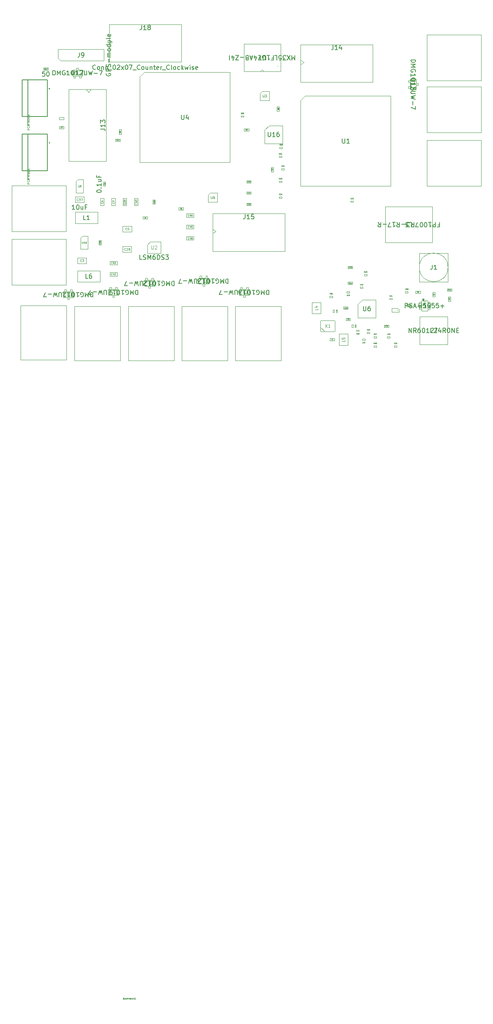
<source format=gbr>
%TF.GenerationSoftware,KiCad,Pcbnew,8.0.4*%
%TF.CreationDate,2025-02-19T16:48:10+05:30*%
%TF.ProjectId,test1,74657374-312e-46b6-9963-61645f706362,rev?*%
%TF.SameCoordinates,Original*%
%TF.FileFunction,AssemblyDrawing,Top*%
%FSLAX46Y46*%
G04 Gerber Fmt 4.6, Leading zero omitted, Abs format (unit mm)*
G04 Created by KiCad (PCBNEW 8.0.4) date 2025-02-19 16:48:10*
%MOMM*%
%LPD*%
G01*
G04 APERTURE LIST*
%ADD10C,0.040000*%
%ADD11C,0.060000*%
%ADD12C,0.150000*%
%ADD13C,0.110000*%
%ADD14C,0.090000*%
%ADD15C,0.080000*%
%ADD16C,0.120000*%
%ADD17C,0.075000*%
%ADD18C,0.105000*%
%ADD19C,0.100000*%
%ADD20C,0.025400*%
%ADD21C,0.152400*%
%ADD22C,0.127000*%
%ADD23C,0.200000*%
G04 APERTURE END LIST*
D10*
X23117101Y-142434475D02*
X23154244Y-142446855D01*
X23154244Y-142446855D02*
X23216149Y-142446855D01*
X23216149Y-142446855D02*
X23240911Y-142434475D01*
X23240911Y-142434475D02*
X23253292Y-142422094D01*
X23253292Y-142422094D02*
X23265673Y-142397332D01*
X23265673Y-142397332D02*
X23265673Y-142372570D01*
X23265673Y-142372570D02*
X23253292Y-142347808D01*
X23253292Y-142347808D02*
X23240911Y-142335427D01*
X23240911Y-142335427D02*
X23216149Y-142323046D01*
X23216149Y-142323046D02*
X23166625Y-142310665D01*
X23166625Y-142310665D02*
X23141863Y-142298284D01*
X23141863Y-142298284D02*
X23129482Y-142285903D01*
X23129482Y-142285903D02*
X23117101Y-142261141D01*
X23117101Y-142261141D02*
X23117101Y-142236379D01*
X23117101Y-142236379D02*
X23129482Y-142211617D01*
X23129482Y-142211617D02*
X23141863Y-142199236D01*
X23141863Y-142199236D02*
X23166625Y-142186855D01*
X23166625Y-142186855D02*
X23228530Y-142186855D01*
X23228530Y-142186855D02*
X23265673Y-142199236D01*
X23191387Y-142149713D02*
X23191387Y-142483998D01*
X23451387Y-142545903D02*
X23439006Y-142545903D01*
X23439006Y-142545903D02*
X23414244Y-142533522D01*
X23414244Y-142533522D02*
X23401863Y-142508760D01*
X23401863Y-142508760D02*
X23401863Y-142384951D01*
X23401863Y-142384951D02*
X23389482Y-142360189D01*
X23389482Y-142360189D02*
X23364720Y-142347808D01*
X23364720Y-142347808D02*
X23389482Y-142335427D01*
X23389482Y-142335427D02*
X23401863Y-142310665D01*
X23401863Y-142310665D02*
X23401863Y-142186855D01*
X23401863Y-142186855D02*
X23414244Y-142162094D01*
X23414244Y-142162094D02*
X23439006Y-142149713D01*
X23439006Y-142149713D02*
X23451387Y-142149713D01*
X23699006Y-142446855D02*
X23612339Y-142323046D01*
X23550434Y-142446855D02*
X23550434Y-142186855D01*
X23550434Y-142186855D02*
X23649482Y-142186855D01*
X23649482Y-142186855D02*
X23674244Y-142199236D01*
X23674244Y-142199236D02*
X23686625Y-142211617D01*
X23686625Y-142211617D02*
X23699006Y-142236379D01*
X23699006Y-142236379D02*
X23699006Y-142273522D01*
X23699006Y-142273522D02*
X23686625Y-142298284D01*
X23686625Y-142298284D02*
X23674244Y-142310665D01*
X23674244Y-142310665D02*
X23649482Y-142323046D01*
X23649482Y-142323046D02*
X23550434Y-142323046D01*
X23810434Y-142310665D02*
X23897101Y-142310665D01*
X23934244Y-142446855D02*
X23810434Y-142446855D01*
X23810434Y-142446855D02*
X23810434Y-142186855D01*
X23810434Y-142186855D02*
X23934244Y-142186855D01*
X24132339Y-142310665D02*
X24045672Y-142310665D01*
X24045672Y-142446855D02*
X24045672Y-142186855D01*
X24045672Y-142186855D02*
X24169482Y-142186855D01*
X24268529Y-142310665D02*
X24355196Y-142310665D01*
X24392339Y-142446855D02*
X24268529Y-142446855D01*
X24268529Y-142446855D02*
X24268529Y-142186855D01*
X24268529Y-142186855D02*
X24392339Y-142186855D01*
X24652339Y-142446855D02*
X24565672Y-142323046D01*
X24503767Y-142446855D02*
X24503767Y-142186855D01*
X24503767Y-142186855D02*
X24602815Y-142186855D01*
X24602815Y-142186855D02*
X24627577Y-142199236D01*
X24627577Y-142199236D02*
X24639958Y-142211617D01*
X24639958Y-142211617D02*
X24652339Y-142236379D01*
X24652339Y-142236379D02*
X24652339Y-142273522D01*
X24652339Y-142273522D02*
X24639958Y-142298284D01*
X24639958Y-142298284D02*
X24627577Y-142310665D01*
X24627577Y-142310665D02*
X24602815Y-142323046D01*
X24602815Y-142323046D02*
X24503767Y-142323046D01*
X24763767Y-142310665D02*
X24850434Y-142310665D01*
X24887577Y-142446855D02*
X24763767Y-142446855D01*
X24763767Y-142446855D02*
X24763767Y-142186855D01*
X24763767Y-142186855D02*
X24887577Y-142186855D01*
X24999005Y-142446855D02*
X24999005Y-142186855D01*
X24999005Y-142186855D02*
X25147577Y-142446855D01*
X25147577Y-142446855D02*
X25147577Y-142186855D01*
X25419958Y-142422094D02*
X25407577Y-142434475D01*
X25407577Y-142434475D02*
X25370434Y-142446855D01*
X25370434Y-142446855D02*
X25345672Y-142446855D01*
X25345672Y-142446855D02*
X25308529Y-142434475D01*
X25308529Y-142434475D02*
X25283767Y-142409713D01*
X25283767Y-142409713D02*
X25271386Y-142384951D01*
X25271386Y-142384951D02*
X25259005Y-142335427D01*
X25259005Y-142335427D02*
X25259005Y-142298284D01*
X25259005Y-142298284D02*
X25271386Y-142248760D01*
X25271386Y-142248760D02*
X25283767Y-142223998D01*
X25283767Y-142223998D02*
X25308529Y-142199236D01*
X25308529Y-142199236D02*
X25345672Y-142186855D01*
X25345672Y-142186855D02*
X25370434Y-142186855D01*
X25370434Y-142186855D02*
X25407577Y-142199236D01*
X25407577Y-142199236D02*
X25419958Y-142211617D01*
X25531386Y-142310665D02*
X25618053Y-142310665D01*
X25655196Y-142446855D02*
X25531386Y-142446855D01*
X25531386Y-142446855D02*
X25531386Y-142186855D01*
X25531386Y-142186855D02*
X25655196Y-142186855D01*
X25741862Y-142545903D02*
X25754243Y-142545903D01*
X25754243Y-142545903D02*
X25779005Y-142533522D01*
X25779005Y-142533522D02*
X25791386Y-142508760D01*
X25791386Y-142508760D02*
X25791386Y-142384951D01*
X25791386Y-142384951D02*
X25803767Y-142360189D01*
X25803767Y-142360189D02*
X25828529Y-142347808D01*
X25828529Y-142347808D02*
X25803767Y-142335427D01*
X25803767Y-142335427D02*
X25791386Y-142310665D01*
X25791386Y-142310665D02*
X25791386Y-142186855D01*
X25791386Y-142186855D02*
X25779005Y-142162094D01*
X25779005Y-142162094D02*
X25754243Y-142149713D01*
X25754243Y-142149713D02*
X25741862Y-142149713D01*
X58338445Y42115234D02*
X58326541Y42103330D01*
X58326541Y42103330D02*
X58290826Y42091425D01*
X58290826Y42091425D02*
X58267017Y42091425D01*
X58267017Y42091425D02*
X58231303Y42103330D01*
X58231303Y42103330D02*
X58207493Y42127139D01*
X58207493Y42127139D02*
X58195588Y42150949D01*
X58195588Y42150949D02*
X58183684Y42198568D01*
X58183684Y42198568D02*
X58183684Y42234282D01*
X58183684Y42234282D02*
X58195588Y42281901D01*
X58195588Y42281901D02*
X58207493Y42305710D01*
X58207493Y42305710D02*
X58231303Y42329520D01*
X58231303Y42329520D02*
X58267017Y42341425D01*
X58267017Y42341425D02*
X58290826Y42341425D01*
X58290826Y42341425D02*
X58326541Y42329520D01*
X58326541Y42329520D02*
X58338445Y42317615D01*
X58421779Y42341425D02*
X58576541Y42341425D01*
X58576541Y42341425D02*
X58493207Y42246187D01*
X58493207Y42246187D02*
X58528922Y42246187D01*
X58528922Y42246187D02*
X58552731Y42234282D01*
X58552731Y42234282D02*
X58564636Y42222377D01*
X58564636Y42222377D02*
X58576541Y42198568D01*
X58576541Y42198568D02*
X58576541Y42139044D01*
X58576541Y42139044D02*
X58564636Y42115234D01*
X58564636Y42115234D02*
X58552731Y42103330D01*
X58552731Y42103330D02*
X58528922Y42091425D01*
X58528922Y42091425D02*
X58457493Y42091425D01*
X58457493Y42091425D02*
X58433684Y42103330D01*
X58433684Y42103330D02*
X58421779Y42115234D01*
X58671779Y42317615D02*
X58683683Y42329520D01*
X58683683Y42329520D02*
X58707493Y42341425D01*
X58707493Y42341425D02*
X58767017Y42341425D01*
X58767017Y42341425D02*
X58790826Y42329520D01*
X58790826Y42329520D02*
X58802731Y42317615D01*
X58802731Y42317615D02*
X58814636Y42293806D01*
X58814636Y42293806D02*
X58814636Y42269996D01*
X58814636Y42269996D02*
X58802731Y42234282D01*
X58802731Y42234282D02*
X58659874Y42091425D01*
X58659874Y42091425D02*
X58814636Y42091425D01*
X83313445Y2840234D02*
X83301541Y2828330D01*
X83301541Y2828330D02*
X83265826Y2816425D01*
X83265826Y2816425D02*
X83242017Y2816425D01*
X83242017Y2816425D02*
X83206303Y2828330D01*
X83206303Y2828330D02*
X83182493Y2852139D01*
X83182493Y2852139D02*
X83170588Y2875949D01*
X83170588Y2875949D02*
X83158684Y2923568D01*
X83158684Y2923568D02*
X83158684Y2959282D01*
X83158684Y2959282D02*
X83170588Y3006901D01*
X83170588Y3006901D02*
X83182493Y3030710D01*
X83182493Y3030710D02*
X83206303Y3054520D01*
X83206303Y3054520D02*
X83242017Y3066425D01*
X83242017Y3066425D02*
X83265826Y3066425D01*
X83265826Y3066425D02*
X83301541Y3054520D01*
X83301541Y3054520D02*
X83313445Y3042615D01*
X83551541Y2816425D02*
X83408684Y2816425D01*
X83480112Y2816425D02*
X83480112Y3066425D01*
X83480112Y3066425D02*
X83456303Y3030710D01*
X83456303Y3030710D02*
X83432493Y3006901D01*
X83432493Y3006901D02*
X83408684Y2994996D01*
X83670588Y2816425D02*
X83718207Y2816425D01*
X83718207Y2816425D02*
X83742017Y2828330D01*
X83742017Y2828330D02*
X83753921Y2840234D01*
X83753921Y2840234D02*
X83777731Y2875949D01*
X83777731Y2875949D02*
X83789636Y2923568D01*
X83789636Y2923568D02*
X83789636Y3018806D01*
X83789636Y3018806D02*
X83777731Y3042615D01*
X83777731Y3042615D02*
X83765826Y3054520D01*
X83765826Y3054520D02*
X83742017Y3066425D01*
X83742017Y3066425D02*
X83694398Y3066425D01*
X83694398Y3066425D02*
X83670588Y3054520D01*
X83670588Y3054520D02*
X83658683Y3042615D01*
X83658683Y3042615D02*
X83646779Y3018806D01*
X83646779Y3018806D02*
X83646779Y2959282D01*
X83646779Y2959282D02*
X83658683Y2935472D01*
X83658683Y2935472D02*
X83670588Y2923568D01*
X83670588Y2923568D02*
X83694398Y2911663D01*
X83694398Y2911663D02*
X83742017Y2911663D01*
X83742017Y2911663D02*
X83765826Y2923568D01*
X83765826Y2923568D02*
X83777731Y2935472D01*
X83777731Y2935472D02*
X83789636Y2959282D01*
X73293445Y19660234D02*
X73281541Y19648330D01*
X73281541Y19648330D02*
X73245826Y19636425D01*
X73245826Y19636425D02*
X73222017Y19636425D01*
X73222017Y19636425D02*
X73186303Y19648330D01*
X73186303Y19648330D02*
X73162493Y19672139D01*
X73162493Y19672139D02*
X73150588Y19695949D01*
X73150588Y19695949D02*
X73138684Y19743568D01*
X73138684Y19743568D02*
X73138684Y19779282D01*
X73138684Y19779282D02*
X73150588Y19826901D01*
X73150588Y19826901D02*
X73162493Y19850710D01*
X73162493Y19850710D02*
X73186303Y19874520D01*
X73186303Y19874520D02*
X73222017Y19886425D01*
X73222017Y19886425D02*
X73245826Y19886425D01*
X73245826Y19886425D02*
X73281541Y19874520D01*
X73281541Y19874520D02*
X73293445Y19862615D01*
X73531541Y19636425D02*
X73388684Y19636425D01*
X73460112Y19636425D02*
X73460112Y19886425D01*
X73460112Y19886425D02*
X73436303Y19850710D01*
X73436303Y19850710D02*
X73412493Y19826901D01*
X73412493Y19826901D02*
X73388684Y19814996D01*
X73626779Y19862615D02*
X73638683Y19874520D01*
X73638683Y19874520D02*
X73662493Y19886425D01*
X73662493Y19886425D02*
X73722017Y19886425D01*
X73722017Y19886425D02*
X73745826Y19874520D01*
X73745826Y19874520D02*
X73757731Y19862615D01*
X73757731Y19862615D02*
X73769636Y19838806D01*
X73769636Y19838806D02*
X73769636Y19814996D01*
X73769636Y19814996D02*
X73757731Y19779282D01*
X73757731Y19779282D02*
X73614874Y19636425D01*
X73614874Y19636425D02*
X73769636Y19636425D01*
D11*
X37717017Y26086167D02*
X37697969Y26067120D01*
X37697969Y26067120D02*
X37640827Y26048072D01*
X37640827Y26048072D02*
X37602731Y26048072D01*
X37602731Y26048072D02*
X37545588Y26067120D01*
X37545588Y26067120D02*
X37507493Y26105215D01*
X37507493Y26105215D02*
X37488446Y26143310D01*
X37488446Y26143310D02*
X37469398Y26219500D01*
X37469398Y26219500D02*
X37469398Y26276643D01*
X37469398Y26276643D02*
X37488446Y26352834D01*
X37488446Y26352834D02*
X37507493Y26390929D01*
X37507493Y26390929D02*
X37545588Y26429024D01*
X37545588Y26429024D02*
X37602731Y26448072D01*
X37602731Y26448072D02*
X37640827Y26448072D01*
X37640827Y26448072D02*
X37697969Y26429024D01*
X37697969Y26429024D02*
X37717017Y26409977D01*
X38059874Y26314739D02*
X38059874Y26048072D01*
X37964636Y26467120D02*
X37869398Y26181405D01*
X37869398Y26181405D02*
X38117017Y26181405D01*
X38440826Y26448072D02*
X38364636Y26448072D01*
X38364636Y26448072D02*
X38326540Y26429024D01*
X38326540Y26429024D02*
X38307493Y26409977D01*
X38307493Y26409977D02*
X38269398Y26352834D01*
X38269398Y26352834D02*
X38250350Y26276643D01*
X38250350Y26276643D02*
X38250350Y26124262D01*
X38250350Y26124262D02*
X38269398Y26086167D01*
X38269398Y26086167D02*
X38288445Y26067120D01*
X38288445Y26067120D02*
X38326540Y26048072D01*
X38326540Y26048072D02*
X38402731Y26048072D01*
X38402731Y26048072D02*
X38440826Y26067120D01*
X38440826Y26067120D02*
X38459874Y26086167D01*
X38459874Y26086167D02*
X38478921Y26124262D01*
X38478921Y26124262D02*
X38478921Y26219500D01*
X38478921Y26219500D02*
X38459874Y26257596D01*
X38459874Y26257596D02*
X38440826Y26276643D01*
X38440826Y26276643D02*
X38402731Y26295691D01*
X38402731Y26295691D02*
X38326540Y26295691D01*
X38326540Y26295691D02*
X38288445Y26276643D01*
X38288445Y26276643D02*
X38269398Y26257596D01*
X38269398Y26257596D02*
X38250350Y26219500D01*
D12*
X17000348Y63715419D02*
X16952729Y63667800D01*
X16952729Y63667800D02*
X16809872Y63620180D01*
X16809872Y63620180D02*
X16714634Y63620180D01*
X16714634Y63620180D02*
X16571777Y63667800D01*
X16571777Y63667800D02*
X16476539Y63763038D01*
X16476539Y63763038D02*
X16428920Y63858276D01*
X16428920Y63858276D02*
X16381301Y64048752D01*
X16381301Y64048752D02*
X16381301Y64191609D01*
X16381301Y64191609D02*
X16428920Y64382085D01*
X16428920Y64382085D02*
X16476539Y64477323D01*
X16476539Y64477323D02*
X16571777Y64572561D01*
X16571777Y64572561D02*
X16714634Y64620180D01*
X16714634Y64620180D02*
X16809872Y64620180D01*
X16809872Y64620180D02*
X16952729Y64572561D01*
X16952729Y64572561D02*
X17000348Y64524942D01*
X17571777Y63620180D02*
X17476539Y63667800D01*
X17476539Y63667800D02*
X17428920Y63715419D01*
X17428920Y63715419D02*
X17381301Y63810657D01*
X17381301Y63810657D02*
X17381301Y64096371D01*
X17381301Y64096371D02*
X17428920Y64191609D01*
X17428920Y64191609D02*
X17476539Y64239228D01*
X17476539Y64239228D02*
X17571777Y64286847D01*
X17571777Y64286847D02*
X17714634Y64286847D01*
X17714634Y64286847D02*
X17809872Y64239228D01*
X17809872Y64239228D02*
X17857491Y64191609D01*
X17857491Y64191609D02*
X17905110Y64096371D01*
X17905110Y64096371D02*
X17905110Y63810657D01*
X17905110Y63810657D02*
X17857491Y63715419D01*
X17857491Y63715419D02*
X17809872Y63667800D01*
X17809872Y63667800D02*
X17714634Y63620180D01*
X17714634Y63620180D02*
X17571777Y63620180D01*
X18333682Y64286847D02*
X18333682Y63620180D01*
X18333682Y64191609D02*
X18381301Y64239228D01*
X18381301Y64239228D02*
X18476539Y64286847D01*
X18476539Y64286847D02*
X18619396Y64286847D01*
X18619396Y64286847D02*
X18714634Y64239228D01*
X18714634Y64239228D02*
X18762253Y64143990D01*
X18762253Y64143990D02*
X18762253Y63620180D01*
X19238444Y64286847D02*
X19238444Y63620180D01*
X19238444Y64191609D02*
X19286063Y64239228D01*
X19286063Y64239228D02*
X19381301Y64286847D01*
X19381301Y64286847D02*
X19524158Y64286847D01*
X19524158Y64286847D02*
X19619396Y64239228D01*
X19619396Y64239228D02*
X19667015Y64143990D01*
X19667015Y64143990D02*
X19667015Y63620180D01*
X19905111Y63524942D02*
X20667015Y63524942D01*
X21095587Y64620180D02*
X21190825Y64620180D01*
X21190825Y64620180D02*
X21286063Y64572561D01*
X21286063Y64572561D02*
X21333682Y64524942D01*
X21333682Y64524942D02*
X21381301Y64429704D01*
X21381301Y64429704D02*
X21428920Y64239228D01*
X21428920Y64239228D02*
X21428920Y64001133D01*
X21428920Y64001133D02*
X21381301Y63810657D01*
X21381301Y63810657D02*
X21333682Y63715419D01*
X21333682Y63715419D02*
X21286063Y63667800D01*
X21286063Y63667800D02*
X21190825Y63620180D01*
X21190825Y63620180D02*
X21095587Y63620180D01*
X21095587Y63620180D02*
X21000349Y63667800D01*
X21000349Y63667800D02*
X20952730Y63715419D01*
X20952730Y63715419D02*
X20905111Y63810657D01*
X20905111Y63810657D02*
X20857492Y64001133D01*
X20857492Y64001133D02*
X20857492Y64239228D01*
X20857492Y64239228D02*
X20905111Y64429704D01*
X20905111Y64429704D02*
X20952730Y64524942D01*
X20952730Y64524942D02*
X21000349Y64572561D01*
X21000349Y64572561D02*
X21095587Y64620180D01*
X21809873Y64524942D02*
X21857492Y64572561D01*
X21857492Y64572561D02*
X21952730Y64620180D01*
X21952730Y64620180D02*
X22190825Y64620180D01*
X22190825Y64620180D02*
X22286063Y64572561D01*
X22286063Y64572561D02*
X22333682Y64524942D01*
X22333682Y64524942D02*
X22381301Y64429704D01*
X22381301Y64429704D02*
X22381301Y64334466D01*
X22381301Y64334466D02*
X22333682Y64191609D01*
X22333682Y64191609D02*
X21762254Y63620180D01*
X21762254Y63620180D02*
X22381301Y63620180D01*
X22714635Y63620180D02*
X23238444Y64286847D01*
X22714635Y64286847D02*
X23238444Y63620180D01*
X23809873Y64620180D02*
X23905111Y64620180D01*
X23905111Y64620180D02*
X24000349Y64572561D01*
X24000349Y64572561D02*
X24047968Y64524942D01*
X24047968Y64524942D02*
X24095587Y64429704D01*
X24095587Y64429704D02*
X24143206Y64239228D01*
X24143206Y64239228D02*
X24143206Y64001133D01*
X24143206Y64001133D02*
X24095587Y63810657D01*
X24095587Y63810657D02*
X24047968Y63715419D01*
X24047968Y63715419D02*
X24000349Y63667800D01*
X24000349Y63667800D02*
X23905111Y63620180D01*
X23905111Y63620180D02*
X23809873Y63620180D01*
X23809873Y63620180D02*
X23714635Y63667800D01*
X23714635Y63667800D02*
X23667016Y63715419D01*
X23667016Y63715419D02*
X23619397Y63810657D01*
X23619397Y63810657D02*
X23571778Y64001133D01*
X23571778Y64001133D02*
X23571778Y64239228D01*
X23571778Y64239228D02*
X23619397Y64429704D01*
X23619397Y64429704D02*
X23667016Y64524942D01*
X23667016Y64524942D02*
X23714635Y64572561D01*
X23714635Y64572561D02*
X23809873Y64620180D01*
X24476540Y64620180D02*
X25143206Y64620180D01*
X25143206Y64620180D02*
X24714635Y63620180D01*
X25286064Y63524942D02*
X26047968Y63524942D01*
X26857492Y63715419D02*
X26809873Y63667800D01*
X26809873Y63667800D02*
X26667016Y63620180D01*
X26667016Y63620180D02*
X26571778Y63620180D01*
X26571778Y63620180D02*
X26428921Y63667800D01*
X26428921Y63667800D02*
X26333683Y63763038D01*
X26333683Y63763038D02*
X26286064Y63858276D01*
X26286064Y63858276D02*
X26238445Y64048752D01*
X26238445Y64048752D02*
X26238445Y64191609D01*
X26238445Y64191609D02*
X26286064Y64382085D01*
X26286064Y64382085D02*
X26333683Y64477323D01*
X26333683Y64477323D02*
X26428921Y64572561D01*
X26428921Y64572561D02*
X26571778Y64620180D01*
X26571778Y64620180D02*
X26667016Y64620180D01*
X26667016Y64620180D02*
X26809873Y64572561D01*
X26809873Y64572561D02*
X26857492Y64524942D01*
X27428921Y63620180D02*
X27333683Y63667800D01*
X27333683Y63667800D02*
X27286064Y63715419D01*
X27286064Y63715419D02*
X27238445Y63810657D01*
X27238445Y63810657D02*
X27238445Y64096371D01*
X27238445Y64096371D02*
X27286064Y64191609D01*
X27286064Y64191609D02*
X27333683Y64239228D01*
X27333683Y64239228D02*
X27428921Y64286847D01*
X27428921Y64286847D02*
X27571778Y64286847D01*
X27571778Y64286847D02*
X27667016Y64239228D01*
X27667016Y64239228D02*
X27714635Y64191609D01*
X27714635Y64191609D02*
X27762254Y64096371D01*
X27762254Y64096371D02*
X27762254Y63810657D01*
X27762254Y63810657D02*
X27714635Y63715419D01*
X27714635Y63715419D02*
X27667016Y63667800D01*
X27667016Y63667800D02*
X27571778Y63620180D01*
X27571778Y63620180D02*
X27428921Y63620180D01*
X28619397Y64286847D02*
X28619397Y63620180D01*
X28190826Y64286847D02*
X28190826Y63763038D01*
X28190826Y63763038D02*
X28238445Y63667800D01*
X28238445Y63667800D02*
X28333683Y63620180D01*
X28333683Y63620180D02*
X28476540Y63620180D01*
X28476540Y63620180D02*
X28571778Y63667800D01*
X28571778Y63667800D02*
X28619397Y63715419D01*
X29095588Y64286847D02*
X29095588Y63620180D01*
X29095588Y64191609D02*
X29143207Y64239228D01*
X29143207Y64239228D02*
X29238445Y64286847D01*
X29238445Y64286847D02*
X29381302Y64286847D01*
X29381302Y64286847D02*
X29476540Y64239228D01*
X29476540Y64239228D02*
X29524159Y64143990D01*
X29524159Y64143990D02*
X29524159Y63620180D01*
X29857493Y64286847D02*
X30238445Y64286847D01*
X30000350Y64620180D02*
X30000350Y63763038D01*
X30000350Y63763038D02*
X30047969Y63667800D01*
X30047969Y63667800D02*
X30143207Y63620180D01*
X30143207Y63620180D02*
X30238445Y63620180D01*
X30952731Y63667800D02*
X30857493Y63620180D01*
X30857493Y63620180D02*
X30667017Y63620180D01*
X30667017Y63620180D02*
X30571779Y63667800D01*
X30571779Y63667800D02*
X30524160Y63763038D01*
X30524160Y63763038D02*
X30524160Y64143990D01*
X30524160Y64143990D02*
X30571779Y64239228D01*
X30571779Y64239228D02*
X30667017Y64286847D01*
X30667017Y64286847D02*
X30857493Y64286847D01*
X30857493Y64286847D02*
X30952731Y64239228D01*
X30952731Y64239228D02*
X31000350Y64143990D01*
X31000350Y64143990D02*
X31000350Y64048752D01*
X31000350Y64048752D02*
X30524160Y63953514D01*
X31428922Y63620180D02*
X31428922Y64286847D01*
X31428922Y64096371D02*
X31476541Y64191609D01*
X31476541Y64191609D02*
X31524160Y64239228D01*
X31524160Y64239228D02*
X31619398Y64286847D01*
X31619398Y64286847D02*
X31714636Y64286847D01*
X31809875Y63524942D02*
X32571779Y63524942D01*
X33381303Y63715419D02*
X33333684Y63667800D01*
X33333684Y63667800D02*
X33190827Y63620180D01*
X33190827Y63620180D02*
X33095589Y63620180D01*
X33095589Y63620180D02*
X32952732Y63667800D01*
X32952732Y63667800D02*
X32857494Y63763038D01*
X32857494Y63763038D02*
X32809875Y63858276D01*
X32809875Y63858276D02*
X32762256Y64048752D01*
X32762256Y64048752D02*
X32762256Y64191609D01*
X32762256Y64191609D02*
X32809875Y64382085D01*
X32809875Y64382085D02*
X32857494Y64477323D01*
X32857494Y64477323D02*
X32952732Y64572561D01*
X32952732Y64572561D02*
X33095589Y64620180D01*
X33095589Y64620180D02*
X33190827Y64620180D01*
X33190827Y64620180D02*
X33333684Y64572561D01*
X33333684Y64572561D02*
X33381303Y64524942D01*
X33952732Y63620180D02*
X33857494Y63667800D01*
X33857494Y63667800D02*
X33809875Y63763038D01*
X33809875Y63763038D02*
X33809875Y64620180D01*
X34476542Y63620180D02*
X34381304Y63667800D01*
X34381304Y63667800D02*
X34333685Y63715419D01*
X34333685Y63715419D02*
X34286066Y63810657D01*
X34286066Y63810657D02*
X34286066Y64096371D01*
X34286066Y64096371D02*
X34333685Y64191609D01*
X34333685Y64191609D02*
X34381304Y64239228D01*
X34381304Y64239228D02*
X34476542Y64286847D01*
X34476542Y64286847D02*
X34619399Y64286847D01*
X34619399Y64286847D02*
X34714637Y64239228D01*
X34714637Y64239228D02*
X34762256Y64191609D01*
X34762256Y64191609D02*
X34809875Y64096371D01*
X34809875Y64096371D02*
X34809875Y63810657D01*
X34809875Y63810657D02*
X34762256Y63715419D01*
X34762256Y63715419D02*
X34714637Y63667800D01*
X34714637Y63667800D02*
X34619399Y63620180D01*
X34619399Y63620180D02*
X34476542Y63620180D01*
X35667018Y63667800D02*
X35571780Y63620180D01*
X35571780Y63620180D02*
X35381304Y63620180D01*
X35381304Y63620180D02*
X35286066Y63667800D01*
X35286066Y63667800D02*
X35238447Y63715419D01*
X35238447Y63715419D02*
X35190828Y63810657D01*
X35190828Y63810657D02*
X35190828Y64096371D01*
X35190828Y64096371D02*
X35238447Y64191609D01*
X35238447Y64191609D02*
X35286066Y64239228D01*
X35286066Y64239228D02*
X35381304Y64286847D01*
X35381304Y64286847D02*
X35571780Y64286847D01*
X35571780Y64286847D02*
X35667018Y64239228D01*
X36095590Y63620180D02*
X36095590Y64620180D01*
X36190828Y64001133D02*
X36476542Y63620180D01*
X36476542Y64286847D02*
X36095590Y63905895D01*
X36809876Y64286847D02*
X37000352Y63620180D01*
X37000352Y63620180D02*
X37190828Y64096371D01*
X37190828Y64096371D02*
X37381304Y63620180D01*
X37381304Y63620180D02*
X37571780Y64286847D01*
X37952733Y63620180D02*
X37952733Y64286847D01*
X37952733Y64620180D02*
X37905114Y64572561D01*
X37905114Y64572561D02*
X37952733Y64524942D01*
X37952733Y64524942D02*
X38000352Y64572561D01*
X38000352Y64572561D02*
X37952733Y64620180D01*
X37952733Y64620180D02*
X37952733Y64524942D01*
X38381304Y63667800D02*
X38476542Y63620180D01*
X38476542Y63620180D02*
X38667018Y63620180D01*
X38667018Y63620180D02*
X38762256Y63667800D01*
X38762256Y63667800D02*
X38809875Y63763038D01*
X38809875Y63763038D02*
X38809875Y63810657D01*
X38809875Y63810657D02*
X38762256Y63905895D01*
X38762256Y63905895D02*
X38667018Y63953514D01*
X38667018Y63953514D02*
X38524161Y63953514D01*
X38524161Y63953514D02*
X38428923Y64001133D01*
X38428923Y64001133D02*
X38381304Y64096371D01*
X38381304Y64096371D02*
X38381304Y64143990D01*
X38381304Y64143990D02*
X38428923Y64239228D01*
X38428923Y64239228D02*
X38524161Y64286847D01*
X38524161Y64286847D02*
X38667018Y64286847D01*
X38667018Y64286847D02*
X38762256Y64239228D01*
X39619399Y63667800D02*
X39524161Y63620180D01*
X39524161Y63620180D02*
X39333685Y63620180D01*
X39333685Y63620180D02*
X39238447Y63667800D01*
X39238447Y63667800D02*
X39190828Y63763038D01*
X39190828Y63763038D02*
X39190828Y64143990D01*
X39190828Y64143990D02*
X39238447Y64239228D01*
X39238447Y64239228D02*
X39333685Y64286847D01*
X39333685Y64286847D02*
X39524161Y64286847D01*
X39524161Y64286847D02*
X39619399Y64239228D01*
X39619399Y64239228D02*
X39667018Y64143990D01*
X39667018Y64143990D02*
X39667018Y64048752D01*
X39667018Y64048752D02*
X39190828Y63953514D01*
X27214636Y73420180D02*
X27214636Y72705895D01*
X27214636Y72705895D02*
X27167017Y72563038D01*
X27167017Y72563038D02*
X27071779Y72467800D01*
X27071779Y72467800D02*
X26928922Y72420180D01*
X26928922Y72420180D02*
X26833684Y72420180D01*
X28214636Y72420180D02*
X27643208Y72420180D01*
X27928922Y72420180D02*
X27928922Y73420180D01*
X27928922Y73420180D02*
X27833684Y73277323D01*
X27833684Y73277323D02*
X27738446Y73182085D01*
X27738446Y73182085D02*
X27643208Y73134466D01*
X28786065Y72991609D02*
X28690827Y73039228D01*
X28690827Y73039228D02*
X28643208Y73086847D01*
X28643208Y73086847D02*
X28595589Y73182085D01*
X28595589Y73182085D02*
X28595589Y73229704D01*
X28595589Y73229704D02*
X28643208Y73324942D01*
X28643208Y73324942D02*
X28690827Y73372561D01*
X28690827Y73372561D02*
X28786065Y73420180D01*
X28786065Y73420180D02*
X28976541Y73420180D01*
X28976541Y73420180D02*
X29071779Y73372561D01*
X29071779Y73372561D02*
X29119398Y73324942D01*
X29119398Y73324942D02*
X29167017Y73229704D01*
X29167017Y73229704D02*
X29167017Y73182085D01*
X29167017Y73182085D02*
X29119398Y73086847D01*
X29119398Y73086847D02*
X29071779Y73039228D01*
X29071779Y73039228D02*
X28976541Y72991609D01*
X28976541Y72991609D02*
X28786065Y72991609D01*
X28786065Y72991609D02*
X28690827Y72943990D01*
X28690827Y72943990D02*
X28643208Y72896371D01*
X28643208Y72896371D02*
X28595589Y72801133D01*
X28595589Y72801133D02*
X28595589Y72610657D01*
X28595589Y72610657D02*
X28643208Y72515419D01*
X28643208Y72515419D02*
X28690827Y72467800D01*
X28690827Y72467800D02*
X28786065Y72420180D01*
X28786065Y72420180D02*
X28976541Y72420180D01*
X28976541Y72420180D02*
X29071779Y72467800D01*
X29071779Y72467800D02*
X29119398Y72515419D01*
X29119398Y72515419D02*
X29167017Y72610657D01*
X29167017Y72610657D02*
X29167017Y72801133D01*
X29167017Y72801133D02*
X29119398Y72896371D01*
X29119398Y72896371D02*
X29071779Y72943990D01*
X29071779Y72943990D02*
X28976541Y72991609D01*
X55236065Y49745180D02*
X55236065Y48935657D01*
X55236065Y48935657D02*
X55283684Y48840419D01*
X55283684Y48840419D02*
X55331303Y48792800D01*
X55331303Y48792800D02*
X55426541Y48745180D01*
X55426541Y48745180D02*
X55617017Y48745180D01*
X55617017Y48745180D02*
X55712255Y48792800D01*
X55712255Y48792800D02*
X55759874Y48840419D01*
X55759874Y48840419D02*
X55807493Y48935657D01*
X55807493Y48935657D02*
X55807493Y49745180D01*
X56807493Y48745180D02*
X56236065Y48745180D01*
X56521779Y48745180D02*
X56521779Y49745180D01*
X56521779Y49745180D02*
X56426541Y49602323D01*
X56426541Y49602323D02*
X56331303Y49507085D01*
X56331303Y49507085D02*
X56236065Y49459466D01*
X57664636Y49745180D02*
X57474160Y49745180D01*
X57474160Y49745180D02*
X57378922Y49697561D01*
X57378922Y49697561D02*
X57331303Y49649942D01*
X57331303Y49649942D02*
X57236065Y49507085D01*
X57236065Y49507085D02*
X57188446Y49316609D01*
X57188446Y49316609D02*
X57188446Y48935657D01*
X57188446Y48935657D02*
X57236065Y48840419D01*
X57236065Y48840419D02*
X57283684Y48792800D01*
X57283684Y48792800D02*
X57378922Y48745180D01*
X57378922Y48745180D02*
X57569398Y48745180D01*
X57569398Y48745180D02*
X57664636Y48792800D01*
X57664636Y48792800D02*
X57712255Y48840419D01*
X57712255Y48840419D02*
X57759874Y48935657D01*
X57759874Y48935657D02*
X57759874Y49173752D01*
X57759874Y49173752D02*
X57712255Y49268990D01*
X57712255Y49268990D02*
X57664636Y49316609D01*
X57664636Y49316609D02*
X57569398Y49364228D01*
X57569398Y49364228D02*
X57378922Y49364228D01*
X57378922Y49364228D02*
X57283684Y49316609D01*
X57283684Y49316609D02*
X57236065Y49268990D01*
X57236065Y49268990D02*
X57188446Y49173752D01*
X17268979Y36607143D02*
X17268979Y36702381D01*
X17268979Y36702381D02*
X17316598Y36797619D01*
X17316598Y36797619D02*
X17364217Y36845238D01*
X17364217Y36845238D02*
X17459455Y36892857D01*
X17459455Y36892857D02*
X17649931Y36940476D01*
X17649931Y36940476D02*
X17888026Y36940476D01*
X17888026Y36940476D02*
X18078502Y36892857D01*
X18078502Y36892857D02*
X18173740Y36845238D01*
X18173740Y36845238D02*
X18221360Y36797619D01*
X18221360Y36797619D02*
X18268979Y36702381D01*
X18268979Y36702381D02*
X18268979Y36607143D01*
X18268979Y36607143D02*
X18221360Y36511905D01*
X18221360Y36511905D02*
X18173740Y36464286D01*
X18173740Y36464286D02*
X18078502Y36416667D01*
X18078502Y36416667D02*
X17888026Y36369048D01*
X17888026Y36369048D02*
X17649931Y36369048D01*
X17649931Y36369048D02*
X17459455Y36416667D01*
X17459455Y36416667D02*
X17364217Y36464286D01*
X17364217Y36464286D02*
X17316598Y36511905D01*
X17316598Y36511905D02*
X17268979Y36607143D01*
X18173740Y37369048D02*
X18221360Y37416667D01*
X18221360Y37416667D02*
X18268979Y37369048D01*
X18268979Y37369048D02*
X18221360Y37321429D01*
X18221360Y37321429D02*
X18173740Y37369048D01*
X18173740Y37369048D02*
X18268979Y37369048D01*
X18268979Y38369047D02*
X18268979Y37797619D01*
X18268979Y38083333D02*
X17268979Y38083333D01*
X17268979Y38083333D02*
X17411836Y37988095D01*
X17411836Y37988095D02*
X17507074Y37892857D01*
X17507074Y37892857D02*
X17554693Y37797619D01*
X17602312Y39226190D02*
X18268979Y39226190D01*
X17602312Y38797619D02*
X18126121Y38797619D01*
X18126121Y38797619D02*
X18221360Y38845238D01*
X18221360Y38845238D02*
X18268979Y38940476D01*
X18268979Y38940476D02*
X18268979Y39083333D01*
X18268979Y39083333D02*
X18221360Y39178571D01*
X18221360Y39178571D02*
X18173740Y39226190D01*
X17745169Y40035714D02*
X17745169Y39702381D01*
X18268979Y39702381D02*
X17268979Y39702381D01*
X17268979Y39702381D02*
X17268979Y40178571D01*
D10*
X19063925Y38208333D02*
X19075830Y38196429D01*
X19075830Y38196429D02*
X19087734Y38160714D01*
X19087734Y38160714D02*
X19087734Y38136905D01*
X19087734Y38136905D02*
X19075830Y38101191D01*
X19075830Y38101191D02*
X19052020Y38077381D01*
X19052020Y38077381D02*
X19028210Y38065476D01*
X19028210Y38065476D02*
X18980591Y38053572D01*
X18980591Y38053572D02*
X18944877Y38053572D01*
X18944877Y38053572D02*
X18897258Y38065476D01*
X18897258Y38065476D02*
X18873449Y38077381D01*
X18873449Y38077381D02*
X18849639Y38101191D01*
X18849639Y38101191D02*
X18837734Y38136905D01*
X18837734Y38136905D02*
X18837734Y38160714D01*
X18837734Y38160714D02*
X18849639Y38196429D01*
X18849639Y38196429D02*
X18861544Y38208333D01*
X18837734Y38422619D02*
X18837734Y38375000D01*
X18837734Y38375000D02*
X18849639Y38351191D01*
X18849639Y38351191D02*
X18861544Y38339286D01*
X18861544Y38339286D02*
X18897258Y38315476D01*
X18897258Y38315476D02*
X18944877Y38303572D01*
X18944877Y38303572D02*
X19040115Y38303572D01*
X19040115Y38303572D02*
X19063925Y38315476D01*
X19063925Y38315476D02*
X19075830Y38327381D01*
X19075830Y38327381D02*
X19087734Y38351191D01*
X19087734Y38351191D02*
X19087734Y38398810D01*
X19087734Y38398810D02*
X19075830Y38422619D01*
X19075830Y38422619D02*
X19063925Y38434524D01*
X19063925Y38434524D02*
X19040115Y38446429D01*
X19040115Y38446429D02*
X18980591Y38446429D01*
X18980591Y38446429D02*
X18956782Y38434524D01*
X18956782Y38434524D02*
X18944877Y38422619D01*
X18944877Y38422619D02*
X18932972Y38398810D01*
X18932972Y38398810D02*
X18932972Y38351191D01*
X18932972Y38351191D02*
X18944877Y38327381D01*
X18944877Y38327381D02*
X18956782Y38315476D01*
X18956782Y38315476D02*
X18980591Y38303572D01*
X22592360Y49716667D02*
X22468551Y49630000D01*
X22592360Y49568095D02*
X22332360Y49568095D01*
X22332360Y49568095D02*
X22332360Y49667143D01*
X22332360Y49667143D02*
X22344741Y49691905D01*
X22344741Y49691905D02*
X22357122Y49704286D01*
X22357122Y49704286D02*
X22381884Y49716667D01*
X22381884Y49716667D02*
X22419027Y49716667D01*
X22419027Y49716667D02*
X22443789Y49704286D01*
X22443789Y49704286D02*
X22456170Y49691905D01*
X22456170Y49691905D02*
X22468551Y49667143D01*
X22468551Y49667143D02*
X22468551Y49568095D01*
X22332360Y49951905D02*
X22332360Y49828095D01*
X22332360Y49828095D02*
X22456170Y49815714D01*
X22456170Y49815714D02*
X22443789Y49828095D01*
X22443789Y49828095D02*
X22431408Y49852857D01*
X22431408Y49852857D02*
X22431408Y49914762D01*
X22431408Y49914762D02*
X22443789Y49939524D01*
X22443789Y49939524D02*
X22456170Y49951905D01*
X22456170Y49951905D02*
X22480932Y49964286D01*
X22480932Y49964286D02*
X22542837Y49964286D01*
X22542837Y49964286D02*
X22567599Y49951905D01*
X22567599Y49951905D02*
X22579980Y49939524D01*
X22579980Y49939524D02*
X22592360Y49914762D01*
X22592360Y49914762D02*
X22592360Y49852857D01*
X22592360Y49852857D02*
X22579980Y49828095D01*
X22579980Y49828095D02*
X22567599Y49815714D01*
D12*
X76387255Y11120180D02*
X76387255Y10310657D01*
X76387255Y10310657D02*
X76434874Y10215419D01*
X76434874Y10215419D02*
X76482493Y10167800D01*
X76482493Y10167800D02*
X76577731Y10120180D01*
X76577731Y10120180D02*
X76768207Y10120180D01*
X76768207Y10120180D02*
X76863445Y10167800D01*
X76863445Y10167800D02*
X76911064Y10215419D01*
X76911064Y10215419D02*
X76958683Y10310657D01*
X76958683Y10310657D02*
X76958683Y11120180D01*
X77863445Y11120180D02*
X77672969Y11120180D01*
X77672969Y11120180D02*
X77577731Y11072561D01*
X77577731Y11072561D02*
X77530112Y11024942D01*
X77530112Y11024942D02*
X77434874Y10882085D01*
X77434874Y10882085D02*
X77387255Y10691609D01*
X77387255Y10691609D02*
X77387255Y10310657D01*
X77387255Y10310657D02*
X77434874Y10215419D01*
X77434874Y10215419D02*
X77482493Y10167800D01*
X77482493Y10167800D02*
X77577731Y10120180D01*
X77577731Y10120180D02*
X77768207Y10120180D01*
X77768207Y10120180D02*
X77863445Y10167800D01*
X77863445Y10167800D02*
X77911064Y10215419D01*
X77911064Y10215419D02*
X77958683Y10310657D01*
X77958683Y10310657D02*
X77958683Y10548752D01*
X77958683Y10548752D02*
X77911064Y10643990D01*
X77911064Y10643990D02*
X77863445Y10691609D01*
X77863445Y10691609D02*
X77768207Y10739228D01*
X77768207Y10739228D02*
X77577731Y10739228D01*
X77577731Y10739228D02*
X77482493Y10691609D01*
X77482493Y10691609D02*
X77434874Y10643990D01*
X77434874Y10643990D02*
X77387255Y10548752D01*
D10*
X50813445Y38660234D02*
X50801541Y38648330D01*
X50801541Y38648330D02*
X50765826Y38636425D01*
X50765826Y38636425D02*
X50742017Y38636425D01*
X50742017Y38636425D02*
X50706303Y38648330D01*
X50706303Y38648330D02*
X50682493Y38672139D01*
X50682493Y38672139D02*
X50670588Y38695949D01*
X50670588Y38695949D02*
X50658684Y38743568D01*
X50658684Y38743568D02*
X50658684Y38779282D01*
X50658684Y38779282D02*
X50670588Y38826901D01*
X50670588Y38826901D02*
X50682493Y38850710D01*
X50682493Y38850710D02*
X50706303Y38874520D01*
X50706303Y38874520D02*
X50742017Y38886425D01*
X50742017Y38886425D02*
X50765826Y38886425D01*
X50765826Y38886425D02*
X50801541Y38874520D01*
X50801541Y38874520D02*
X50813445Y38862615D01*
X51027731Y38803091D02*
X51027731Y38636425D01*
X50968207Y38898330D02*
X50908684Y38719758D01*
X50908684Y38719758D02*
X51063445Y38719758D01*
X51134874Y38886425D02*
X51289636Y38886425D01*
X51289636Y38886425D02*
X51206302Y38791187D01*
X51206302Y38791187D02*
X51242017Y38791187D01*
X51242017Y38791187D02*
X51265826Y38779282D01*
X51265826Y38779282D02*
X51277731Y38767377D01*
X51277731Y38767377D02*
X51289636Y38743568D01*
X51289636Y38743568D02*
X51289636Y38684044D01*
X51289636Y38684044D02*
X51277731Y38660234D01*
X51277731Y38660234D02*
X51265826Y38648330D01*
X51265826Y38648330D02*
X51242017Y38636425D01*
X51242017Y38636425D02*
X51170588Y38636425D01*
X51170588Y38636425D02*
X51146779Y38648330D01*
X51146779Y38648330D02*
X51134874Y38660234D01*
X88430827Y14131799D02*
X88344160Y14255608D01*
X88282255Y14131799D02*
X88282255Y14391799D01*
X88282255Y14391799D02*
X88381303Y14391799D01*
X88381303Y14391799D02*
X88406065Y14379418D01*
X88406065Y14379418D02*
X88418446Y14367037D01*
X88418446Y14367037D02*
X88430827Y14342275D01*
X88430827Y14342275D02*
X88430827Y14305132D01*
X88430827Y14305132D02*
X88418446Y14280370D01*
X88418446Y14280370D02*
X88406065Y14267989D01*
X88406065Y14267989D02*
X88381303Y14255608D01*
X88381303Y14255608D02*
X88282255Y14255608D01*
X88653684Y14305132D02*
X88653684Y14131799D01*
X88591779Y14404180D02*
X88529874Y14218465D01*
X88529874Y14218465D02*
X88690827Y14218465D01*
X49358445Y53840234D02*
X49346541Y53828330D01*
X49346541Y53828330D02*
X49310826Y53816425D01*
X49310826Y53816425D02*
X49287017Y53816425D01*
X49287017Y53816425D02*
X49251303Y53828330D01*
X49251303Y53828330D02*
X49227493Y53852139D01*
X49227493Y53852139D02*
X49215588Y53875949D01*
X49215588Y53875949D02*
X49203684Y53923568D01*
X49203684Y53923568D02*
X49203684Y53959282D01*
X49203684Y53959282D02*
X49215588Y54006901D01*
X49215588Y54006901D02*
X49227493Y54030710D01*
X49227493Y54030710D02*
X49251303Y54054520D01*
X49251303Y54054520D02*
X49287017Y54066425D01*
X49287017Y54066425D02*
X49310826Y54066425D01*
X49310826Y54066425D02*
X49346541Y54054520D01*
X49346541Y54054520D02*
X49358445Y54042615D01*
X49441779Y54066425D02*
X49596541Y54066425D01*
X49596541Y54066425D02*
X49513207Y53971187D01*
X49513207Y53971187D02*
X49548922Y53971187D01*
X49548922Y53971187D02*
X49572731Y53959282D01*
X49572731Y53959282D02*
X49584636Y53947377D01*
X49584636Y53947377D02*
X49596541Y53923568D01*
X49596541Y53923568D02*
X49596541Y53864044D01*
X49596541Y53864044D02*
X49584636Y53840234D01*
X49584636Y53840234D02*
X49572731Y53828330D01*
X49572731Y53828330D02*
X49548922Y53816425D01*
X49548922Y53816425D02*
X49477493Y53816425D01*
X49477493Y53816425D02*
X49453684Y53828330D01*
X49453684Y53828330D02*
X49441779Y53840234D01*
X49810826Y54066425D02*
X49763207Y54066425D01*
X49763207Y54066425D02*
X49739398Y54054520D01*
X49739398Y54054520D02*
X49727493Y54042615D01*
X49727493Y54042615D02*
X49703683Y54006901D01*
X49703683Y54006901D02*
X49691779Y53959282D01*
X49691779Y53959282D02*
X49691779Y53864044D01*
X49691779Y53864044D02*
X49703683Y53840234D01*
X49703683Y53840234D02*
X49715588Y53828330D01*
X49715588Y53828330D02*
X49739398Y53816425D01*
X49739398Y53816425D02*
X49787017Y53816425D01*
X49787017Y53816425D02*
X49810826Y53828330D01*
X49810826Y53828330D02*
X49822731Y53840234D01*
X49822731Y53840234D02*
X49834636Y53864044D01*
X49834636Y53864044D02*
X49834636Y53923568D01*
X49834636Y53923568D02*
X49822731Y53947377D01*
X49822731Y53947377D02*
X49810826Y53959282D01*
X49810826Y53959282D02*
X49787017Y53971187D01*
X49787017Y53971187D02*
X49739398Y53971187D01*
X49739398Y53971187D02*
X49715588Y53959282D01*
X49715588Y53959282D02*
X49703683Y53947377D01*
X49703683Y53947377D02*
X49691779Y53923568D01*
D11*
X23627992Y33992857D02*
X23647040Y33973809D01*
X23647040Y33973809D02*
X23666087Y33916667D01*
X23666087Y33916667D02*
X23666087Y33878571D01*
X23666087Y33878571D02*
X23647040Y33821428D01*
X23647040Y33821428D02*
X23608944Y33783333D01*
X23608944Y33783333D02*
X23570849Y33764286D01*
X23570849Y33764286D02*
X23494659Y33745238D01*
X23494659Y33745238D02*
X23437516Y33745238D01*
X23437516Y33745238D02*
X23361325Y33764286D01*
X23361325Y33764286D02*
X23323230Y33783333D01*
X23323230Y33783333D02*
X23285135Y33821428D01*
X23285135Y33821428D02*
X23266087Y33878571D01*
X23266087Y33878571D02*
X23266087Y33916667D01*
X23266087Y33916667D02*
X23285135Y33973809D01*
X23285135Y33973809D02*
X23304182Y33992857D01*
X23266087Y34126190D02*
X23266087Y34373809D01*
X23266087Y34373809D02*
X23418468Y34240476D01*
X23418468Y34240476D02*
X23418468Y34297619D01*
X23418468Y34297619D02*
X23437516Y34335714D01*
X23437516Y34335714D02*
X23456563Y34354762D01*
X23456563Y34354762D02*
X23494659Y34373809D01*
X23494659Y34373809D02*
X23589897Y34373809D01*
X23589897Y34373809D02*
X23627992Y34354762D01*
X23627992Y34354762D02*
X23647040Y34335714D01*
X23647040Y34335714D02*
X23666087Y34297619D01*
X23666087Y34297619D02*
X23666087Y34183333D01*
X23666087Y34183333D02*
X23647040Y34145238D01*
X23647040Y34145238D02*
X23627992Y34126190D01*
X23666087Y34564285D02*
X23666087Y34640476D01*
X23666087Y34640476D02*
X23647040Y34678571D01*
X23647040Y34678571D02*
X23627992Y34697619D01*
X23627992Y34697619D02*
X23570849Y34735714D01*
X23570849Y34735714D02*
X23494659Y34754761D01*
X23494659Y34754761D02*
X23342278Y34754761D01*
X23342278Y34754761D02*
X23304182Y34735714D01*
X23304182Y34735714D02*
X23285135Y34716666D01*
X23285135Y34716666D02*
X23266087Y34678571D01*
X23266087Y34678571D02*
X23266087Y34602380D01*
X23266087Y34602380D02*
X23285135Y34564285D01*
X23285135Y34564285D02*
X23304182Y34545238D01*
X23304182Y34545238D02*
X23342278Y34526190D01*
X23342278Y34526190D02*
X23437516Y34526190D01*
X23437516Y34526190D02*
X23475611Y34545238D01*
X23475611Y34545238D02*
X23494659Y34564285D01*
X23494659Y34564285D02*
X23513706Y34602380D01*
X23513706Y34602380D02*
X23513706Y34678571D01*
X23513706Y34678571D02*
X23494659Y34716666D01*
X23494659Y34716666D02*
X23475611Y34735714D01*
X23475611Y34735714D02*
X23437516Y34754761D01*
D12*
X91640826Y20295180D02*
X91640826Y19580895D01*
X91640826Y19580895D02*
X91593207Y19438038D01*
X91593207Y19438038D02*
X91497969Y19342800D01*
X91497969Y19342800D02*
X91355112Y19295180D01*
X91355112Y19295180D02*
X91259874Y19295180D01*
X92640826Y19295180D02*
X92069398Y19295180D01*
X92355112Y19295180D02*
X92355112Y20295180D01*
X92355112Y20295180D02*
X92259874Y20152323D01*
X92259874Y20152323D02*
X92164636Y20057085D01*
X92164636Y20057085D02*
X92069398Y20009466D01*
X15307493Y17295180D02*
X14831303Y17295180D01*
X14831303Y17295180D02*
X14831303Y18295180D01*
X16069398Y18295180D02*
X15878922Y18295180D01*
X15878922Y18295180D02*
X15783684Y18247561D01*
X15783684Y18247561D02*
X15736065Y18199942D01*
X15736065Y18199942D02*
X15640827Y18057085D01*
X15640827Y18057085D02*
X15593208Y17866609D01*
X15593208Y17866609D02*
X15593208Y17485657D01*
X15593208Y17485657D02*
X15640827Y17390419D01*
X15640827Y17390419D02*
X15688446Y17342800D01*
X15688446Y17342800D02*
X15783684Y17295180D01*
X15783684Y17295180D02*
X15974160Y17295180D01*
X15974160Y17295180D02*
X16069398Y17342800D01*
X16069398Y17342800D02*
X16117017Y17390419D01*
X16117017Y17390419D02*
X16164636Y17485657D01*
X16164636Y17485657D02*
X16164636Y17723752D01*
X16164636Y17723752D02*
X16117017Y17818990D01*
X16117017Y17818990D02*
X16069398Y17866609D01*
X16069398Y17866609D02*
X15974160Y17914228D01*
X15974160Y17914228D02*
X15783684Y17914228D01*
X15783684Y17914228D02*
X15688446Y17866609D01*
X15688446Y17866609D02*
X15640827Y17818990D01*
X15640827Y17818990D02*
X15593208Y17723752D01*
D10*
X85813445Y14840234D02*
X85801541Y14828330D01*
X85801541Y14828330D02*
X85765826Y14816425D01*
X85765826Y14816425D02*
X85742017Y14816425D01*
X85742017Y14816425D02*
X85706303Y14828330D01*
X85706303Y14828330D02*
X85682493Y14852139D01*
X85682493Y14852139D02*
X85670588Y14875949D01*
X85670588Y14875949D02*
X85658684Y14923568D01*
X85658684Y14923568D02*
X85658684Y14959282D01*
X85658684Y14959282D02*
X85670588Y15006901D01*
X85670588Y15006901D02*
X85682493Y15030710D01*
X85682493Y15030710D02*
X85706303Y15054520D01*
X85706303Y15054520D02*
X85742017Y15066425D01*
X85742017Y15066425D02*
X85765826Y15066425D01*
X85765826Y15066425D02*
X85801541Y15054520D01*
X85801541Y15054520D02*
X85813445Y15042615D01*
X85908684Y15042615D02*
X85920588Y15054520D01*
X85920588Y15054520D02*
X85944398Y15066425D01*
X85944398Y15066425D02*
X86003922Y15066425D01*
X86003922Y15066425D02*
X86027731Y15054520D01*
X86027731Y15054520D02*
X86039636Y15042615D01*
X86039636Y15042615D02*
X86051541Y15018806D01*
X86051541Y15018806D02*
X86051541Y14994996D01*
X86051541Y14994996D02*
X86039636Y14959282D01*
X86039636Y14959282D02*
X85896779Y14816425D01*
X85896779Y14816425D02*
X86051541Y14816425D01*
X86146779Y15042615D02*
X86158683Y15054520D01*
X86158683Y15054520D02*
X86182493Y15066425D01*
X86182493Y15066425D02*
X86242017Y15066425D01*
X86242017Y15066425D02*
X86265826Y15054520D01*
X86265826Y15054520D02*
X86277731Y15042615D01*
X86277731Y15042615D02*
X86289636Y15018806D01*
X86289636Y15018806D02*
X86289636Y14994996D01*
X86289636Y14994996D02*
X86277731Y14959282D01*
X86277731Y14959282D02*
X86134874Y14816425D01*
X86134874Y14816425D02*
X86289636Y14816425D01*
X72952493Y8160234D02*
X72940589Y8148330D01*
X72940589Y8148330D02*
X72904874Y8136425D01*
X72904874Y8136425D02*
X72881065Y8136425D01*
X72881065Y8136425D02*
X72845351Y8148330D01*
X72845351Y8148330D02*
X72821541Y8172139D01*
X72821541Y8172139D02*
X72809636Y8195949D01*
X72809636Y8195949D02*
X72797732Y8243568D01*
X72797732Y8243568D02*
X72797732Y8279282D01*
X72797732Y8279282D02*
X72809636Y8326901D01*
X72809636Y8326901D02*
X72821541Y8350710D01*
X72821541Y8350710D02*
X72845351Y8374520D01*
X72845351Y8374520D02*
X72881065Y8386425D01*
X72881065Y8386425D02*
X72904874Y8386425D01*
X72904874Y8386425D02*
X72940589Y8374520D01*
X72940589Y8374520D02*
X72952493Y8362615D01*
X73047732Y8362615D02*
X73059636Y8374520D01*
X73059636Y8374520D02*
X73083446Y8386425D01*
X73083446Y8386425D02*
X73142970Y8386425D01*
X73142970Y8386425D02*
X73166779Y8374520D01*
X73166779Y8374520D02*
X73178684Y8362615D01*
X73178684Y8362615D02*
X73190589Y8338806D01*
X73190589Y8338806D02*
X73190589Y8314996D01*
X73190589Y8314996D02*
X73178684Y8279282D01*
X73178684Y8279282D02*
X73035827Y8136425D01*
X73035827Y8136425D02*
X73190589Y8136425D01*
D11*
X20717017Y18096167D02*
X20697969Y18077120D01*
X20697969Y18077120D02*
X20640827Y18058072D01*
X20640827Y18058072D02*
X20602731Y18058072D01*
X20602731Y18058072D02*
X20545588Y18077120D01*
X20545588Y18077120D02*
X20507493Y18115215D01*
X20507493Y18115215D02*
X20488446Y18153310D01*
X20488446Y18153310D02*
X20469398Y18229500D01*
X20469398Y18229500D02*
X20469398Y18286643D01*
X20469398Y18286643D02*
X20488446Y18362834D01*
X20488446Y18362834D02*
X20507493Y18400929D01*
X20507493Y18400929D02*
X20545588Y18439024D01*
X20545588Y18439024D02*
X20602731Y18458072D01*
X20602731Y18458072D02*
X20640827Y18458072D01*
X20640827Y18458072D02*
X20697969Y18439024D01*
X20697969Y18439024D02*
X20717017Y18419977D01*
X21059874Y18324739D02*
X21059874Y18058072D01*
X20964636Y18477120D02*
X20869398Y18191405D01*
X20869398Y18191405D02*
X21117017Y18191405D01*
X21250350Y18419977D02*
X21269398Y18439024D01*
X21269398Y18439024D02*
X21307493Y18458072D01*
X21307493Y18458072D02*
X21402731Y18458072D01*
X21402731Y18458072D02*
X21440826Y18439024D01*
X21440826Y18439024D02*
X21459874Y18419977D01*
X21459874Y18419977D02*
X21478921Y18381881D01*
X21478921Y18381881D02*
X21478921Y18343786D01*
X21478921Y18343786D02*
X21459874Y18286643D01*
X21459874Y18286643D02*
X21231302Y18058072D01*
X21231302Y18058072D02*
X21478921Y18058072D01*
D10*
X70543925Y9889285D02*
X70555830Y9877381D01*
X70555830Y9877381D02*
X70567734Y9841666D01*
X70567734Y9841666D02*
X70567734Y9817857D01*
X70567734Y9817857D02*
X70555830Y9782143D01*
X70555830Y9782143D02*
X70532020Y9758333D01*
X70532020Y9758333D02*
X70508210Y9746428D01*
X70508210Y9746428D02*
X70460591Y9734524D01*
X70460591Y9734524D02*
X70424877Y9734524D01*
X70424877Y9734524D02*
X70377258Y9746428D01*
X70377258Y9746428D02*
X70353449Y9758333D01*
X70353449Y9758333D02*
X70329639Y9782143D01*
X70329639Y9782143D02*
X70317734Y9817857D01*
X70317734Y9817857D02*
X70317734Y9841666D01*
X70317734Y9841666D02*
X70329639Y9877381D01*
X70329639Y9877381D02*
X70341544Y9889285D01*
X70341544Y9984524D02*
X70329639Y9996428D01*
X70329639Y9996428D02*
X70317734Y10020238D01*
X70317734Y10020238D02*
X70317734Y10079762D01*
X70317734Y10079762D02*
X70329639Y10103571D01*
X70329639Y10103571D02*
X70341544Y10115476D01*
X70341544Y10115476D02*
X70365353Y10127381D01*
X70365353Y10127381D02*
X70389163Y10127381D01*
X70389163Y10127381D02*
X70424877Y10115476D01*
X70424877Y10115476D02*
X70567734Y9972619D01*
X70567734Y9972619D02*
X70567734Y10127381D01*
X70317734Y10341666D02*
X70317734Y10294047D01*
X70317734Y10294047D02*
X70329639Y10270238D01*
X70329639Y10270238D02*
X70341544Y10258333D01*
X70341544Y10258333D02*
X70377258Y10234523D01*
X70377258Y10234523D02*
X70424877Y10222619D01*
X70424877Y10222619D02*
X70520115Y10222619D01*
X70520115Y10222619D02*
X70543925Y10234523D01*
X70543925Y10234523D02*
X70555830Y10246428D01*
X70555830Y10246428D02*
X70567734Y10270238D01*
X70567734Y10270238D02*
X70567734Y10317857D01*
X70567734Y10317857D02*
X70555830Y10341666D01*
X70555830Y10341666D02*
X70543925Y10353571D01*
X70543925Y10353571D02*
X70520115Y10365476D01*
X70520115Y10365476D02*
X70460591Y10365476D01*
X70460591Y10365476D02*
X70436782Y10353571D01*
X70436782Y10353571D02*
X70424877Y10341666D01*
X70424877Y10341666D02*
X70412972Y10317857D01*
X70412972Y10317857D02*
X70412972Y10270238D01*
X70412972Y10270238D02*
X70424877Y10246428D01*
X70424877Y10246428D02*
X70436782Y10234523D01*
X70436782Y10234523D02*
X70460591Y10222619D01*
X9430827Y50641799D02*
X9344160Y50765608D01*
X9282255Y50641799D02*
X9282255Y50901799D01*
X9282255Y50901799D02*
X9381303Y50901799D01*
X9381303Y50901799D02*
X9406065Y50889418D01*
X9406065Y50889418D02*
X9418446Y50877037D01*
X9418446Y50877037D02*
X9430827Y50852275D01*
X9430827Y50852275D02*
X9430827Y50815132D01*
X9430827Y50815132D02*
X9418446Y50790370D01*
X9418446Y50790370D02*
X9406065Y50777989D01*
X9406065Y50777989D02*
X9381303Y50765608D01*
X9381303Y50765608D02*
X9282255Y50765608D01*
X9517493Y50901799D02*
X9690827Y50901799D01*
X9690827Y50901799D02*
X9579398Y50641799D01*
X75813445Y15840234D02*
X75801541Y15828330D01*
X75801541Y15828330D02*
X75765826Y15816425D01*
X75765826Y15816425D02*
X75742017Y15816425D01*
X75742017Y15816425D02*
X75706303Y15828330D01*
X75706303Y15828330D02*
X75682493Y15852139D01*
X75682493Y15852139D02*
X75670588Y15875949D01*
X75670588Y15875949D02*
X75658684Y15923568D01*
X75658684Y15923568D02*
X75658684Y15959282D01*
X75658684Y15959282D02*
X75670588Y16006901D01*
X75670588Y16006901D02*
X75682493Y16030710D01*
X75682493Y16030710D02*
X75706303Y16054520D01*
X75706303Y16054520D02*
X75742017Y16066425D01*
X75742017Y16066425D02*
X75765826Y16066425D01*
X75765826Y16066425D02*
X75801541Y16054520D01*
X75801541Y16054520D02*
X75813445Y16042615D01*
X75908684Y16042615D02*
X75920588Y16054520D01*
X75920588Y16054520D02*
X75944398Y16066425D01*
X75944398Y16066425D02*
X76003922Y16066425D01*
X76003922Y16066425D02*
X76027731Y16054520D01*
X76027731Y16054520D02*
X76039636Y16042615D01*
X76039636Y16042615D02*
X76051541Y16018806D01*
X76051541Y16018806D02*
X76051541Y15994996D01*
X76051541Y15994996D02*
X76039636Y15959282D01*
X76039636Y15959282D02*
X75896779Y15816425D01*
X75896779Y15816425D02*
X76051541Y15816425D01*
X76134874Y16066425D02*
X76289636Y16066425D01*
X76289636Y16066425D02*
X76206302Y15971187D01*
X76206302Y15971187D02*
X76242017Y15971187D01*
X76242017Y15971187D02*
X76265826Y15959282D01*
X76265826Y15959282D02*
X76277731Y15947377D01*
X76277731Y15947377D02*
X76289636Y15923568D01*
X76289636Y15923568D02*
X76289636Y15864044D01*
X76289636Y15864044D02*
X76277731Y15840234D01*
X76277731Y15840234D02*
X76265826Y15828330D01*
X76265826Y15828330D02*
X76242017Y15816425D01*
X76242017Y15816425D02*
X76170588Y15816425D01*
X76170588Y15816425D02*
X76146779Y15828330D01*
X76146779Y15828330D02*
X76134874Y15840234D01*
D12*
X71712255Y48295180D02*
X71712255Y47485657D01*
X71712255Y47485657D02*
X71759874Y47390419D01*
X71759874Y47390419D02*
X71807493Y47342800D01*
X71807493Y47342800D02*
X71902731Y47295180D01*
X71902731Y47295180D02*
X72093207Y47295180D01*
X72093207Y47295180D02*
X72188445Y47342800D01*
X72188445Y47342800D02*
X72236064Y47390419D01*
X72236064Y47390419D02*
X72283683Y47485657D01*
X72283683Y47485657D02*
X72283683Y48295180D01*
X73283683Y47295180D02*
X72712255Y47295180D01*
X72997969Y47295180D02*
X72997969Y48295180D01*
X72997969Y48295180D02*
X72902731Y48152323D01*
X72902731Y48152323D02*
X72807493Y48057085D01*
X72807493Y48057085D02*
X72712255Y48009466D01*
D10*
X27932493Y30660234D02*
X27920589Y30648330D01*
X27920589Y30648330D02*
X27884874Y30636425D01*
X27884874Y30636425D02*
X27861065Y30636425D01*
X27861065Y30636425D02*
X27825351Y30648330D01*
X27825351Y30648330D02*
X27801541Y30672139D01*
X27801541Y30672139D02*
X27789636Y30695949D01*
X27789636Y30695949D02*
X27777732Y30743568D01*
X27777732Y30743568D02*
X27777732Y30779282D01*
X27777732Y30779282D02*
X27789636Y30826901D01*
X27789636Y30826901D02*
X27801541Y30850710D01*
X27801541Y30850710D02*
X27825351Y30874520D01*
X27825351Y30874520D02*
X27861065Y30886425D01*
X27861065Y30886425D02*
X27884874Y30886425D01*
X27884874Y30886425D02*
X27920589Y30874520D01*
X27920589Y30874520D02*
X27932493Y30862615D01*
X28075351Y30779282D02*
X28051541Y30791187D01*
X28051541Y30791187D02*
X28039636Y30803091D01*
X28039636Y30803091D02*
X28027732Y30826901D01*
X28027732Y30826901D02*
X28027732Y30838806D01*
X28027732Y30838806D02*
X28039636Y30862615D01*
X28039636Y30862615D02*
X28051541Y30874520D01*
X28051541Y30874520D02*
X28075351Y30886425D01*
X28075351Y30886425D02*
X28122970Y30886425D01*
X28122970Y30886425D02*
X28146779Y30874520D01*
X28146779Y30874520D02*
X28158684Y30862615D01*
X28158684Y30862615D02*
X28170589Y30838806D01*
X28170589Y30838806D02*
X28170589Y30826901D01*
X28170589Y30826901D02*
X28158684Y30803091D01*
X28158684Y30803091D02*
X28146779Y30791187D01*
X28146779Y30791187D02*
X28122970Y30779282D01*
X28122970Y30779282D02*
X28075351Y30779282D01*
X28075351Y30779282D02*
X28051541Y30767377D01*
X28051541Y30767377D02*
X28039636Y30755472D01*
X28039636Y30755472D02*
X28027732Y30731663D01*
X28027732Y30731663D02*
X28027732Y30684044D01*
X28027732Y30684044D02*
X28039636Y30660234D01*
X28039636Y30660234D02*
X28051541Y30648330D01*
X28051541Y30648330D02*
X28075351Y30636425D01*
X28075351Y30636425D02*
X28122970Y30636425D01*
X28122970Y30636425D02*
X28146779Y30648330D01*
X28146779Y30648330D02*
X28158684Y30660234D01*
X28158684Y30660234D02*
X28170589Y30684044D01*
X28170589Y30684044D02*
X28170589Y30731663D01*
X28170589Y30731663D02*
X28158684Y30755472D01*
X28158684Y30755472D02*
X28146779Y30767377D01*
X28146779Y30767377D02*
X28122970Y30779282D01*
X35930827Y32631799D02*
X35844160Y32755608D01*
X35782255Y32631799D02*
X35782255Y32891799D01*
X35782255Y32891799D02*
X35881303Y32891799D01*
X35881303Y32891799D02*
X35906065Y32879418D01*
X35906065Y32879418D02*
X35918446Y32867037D01*
X35918446Y32867037D02*
X35930827Y32842275D01*
X35930827Y32842275D02*
X35930827Y32805132D01*
X35930827Y32805132D02*
X35918446Y32780370D01*
X35918446Y32780370D02*
X35906065Y32767989D01*
X35906065Y32767989D02*
X35881303Y32755608D01*
X35881303Y32755608D02*
X35782255Y32755608D01*
X36178446Y32631799D02*
X36029874Y32631799D01*
X36104160Y32631799D02*
X36104160Y32891799D01*
X36104160Y32891799D02*
X36079398Y32854656D01*
X36079398Y32854656D02*
X36054636Y32829894D01*
X36054636Y32829894D02*
X36029874Y32817513D01*
D12*
X27307493Y21507680D02*
X26831303Y21507680D01*
X26831303Y21507680D02*
X26831303Y22507680D01*
X27593208Y21555300D02*
X27736065Y21507680D01*
X27736065Y21507680D02*
X27974160Y21507680D01*
X27974160Y21507680D02*
X28069398Y21555300D01*
X28069398Y21555300D02*
X28117017Y21602919D01*
X28117017Y21602919D02*
X28164636Y21698157D01*
X28164636Y21698157D02*
X28164636Y21793395D01*
X28164636Y21793395D02*
X28117017Y21888633D01*
X28117017Y21888633D02*
X28069398Y21936252D01*
X28069398Y21936252D02*
X27974160Y21983871D01*
X27974160Y21983871D02*
X27783684Y22031490D01*
X27783684Y22031490D02*
X27688446Y22079109D01*
X27688446Y22079109D02*
X27640827Y22126728D01*
X27640827Y22126728D02*
X27593208Y22221966D01*
X27593208Y22221966D02*
X27593208Y22317204D01*
X27593208Y22317204D02*
X27640827Y22412442D01*
X27640827Y22412442D02*
X27688446Y22460061D01*
X27688446Y22460061D02*
X27783684Y22507680D01*
X27783684Y22507680D02*
X28021779Y22507680D01*
X28021779Y22507680D02*
X28164636Y22460061D01*
X28593208Y21507680D02*
X28593208Y22507680D01*
X28593208Y22507680D02*
X28926541Y21793395D01*
X28926541Y21793395D02*
X29259874Y22507680D01*
X29259874Y22507680D02*
X29259874Y21507680D01*
X30164636Y22507680D02*
X29974160Y22507680D01*
X29974160Y22507680D02*
X29878922Y22460061D01*
X29878922Y22460061D02*
X29831303Y22412442D01*
X29831303Y22412442D02*
X29736065Y22269585D01*
X29736065Y22269585D02*
X29688446Y22079109D01*
X29688446Y22079109D02*
X29688446Y21698157D01*
X29688446Y21698157D02*
X29736065Y21602919D01*
X29736065Y21602919D02*
X29783684Y21555300D01*
X29783684Y21555300D02*
X29878922Y21507680D01*
X29878922Y21507680D02*
X30069398Y21507680D01*
X30069398Y21507680D02*
X30164636Y21555300D01*
X30164636Y21555300D02*
X30212255Y21602919D01*
X30212255Y21602919D02*
X30259874Y21698157D01*
X30259874Y21698157D02*
X30259874Y21936252D01*
X30259874Y21936252D02*
X30212255Y22031490D01*
X30212255Y22031490D02*
X30164636Y22079109D01*
X30164636Y22079109D02*
X30069398Y22126728D01*
X30069398Y22126728D02*
X29878922Y22126728D01*
X29878922Y22126728D02*
X29783684Y22079109D01*
X29783684Y22079109D02*
X29736065Y22031490D01*
X29736065Y22031490D02*
X29688446Y21936252D01*
X30688446Y21507680D02*
X30688446Y22507680D01*
X30688446Y22507680D02*
X30926541Y22507680D01*
X30926541Y22507680D02*
X31069398Y22460061D01*
X31069398Y22460061D02*
X31164636Y22364823D01*
X31164636Y22364823D02*
X31212255Y22269585D01*
X31212255Y22269585D02*
X31259874Y22079109D01*
X31259874Y22079109D02*
X31259874Y21936252D01*
X31259874Y21936252D02*
X31212255Y21745776D01*
X31212255Y21745776D02*
X31164636Y21650538D01*
X31164636Y21650538D02*
X31069398Y21555300D01*
X31069398Y21555300D02*
X30926541Y21507680D01*
X30926541Y21507680D02*
X30688446Y21507680D01*
X31640827Y21555300D02*
X31783684Y21507680D01*
X31783684Y21507680D02*
X32021779Y21507680D01*
X32021779Y21507680D02*
X32117017Y21555300D01*
X32117017Y21555300D02*
X32164636Y21602919D01*
X32164636Y21602919D02*
X32212255Y21698157D01*
X32212255Y21698157D02*
X32212255Y21793395D01*
X32212255Y21793395D02*
X32164636Y21888633D01*
X32164636Y21888633D02*
X32117017Y21936252D01*
X32117017Y21936252D02*
X32021779Y21983871D01*
X32021779Y21983871D02*
X31831303Y22031490D01*
X31831303Y22031490D02*
X31736065Y22079109D01*
X31736065Y22079109D02*
X31688446Y22126728D01*
X31688446Y22126728D02*
X31640827Y22221966D01*
X31640827Y22221966D02*
X31640827Y22317204D01*
X31640827Y22317204D02*
X31688446Y22412442D01*
X31688446Y22412442D02*
X31736065Y22460061D01*
X31736065Y22460061D02*
X31831303Y22507680D01*
X31831303Y22507680D02*
X32069398Y22507680D01*
X32069398Y22507680D02*
X32212255Y22460061D01*
X32545589Y22507680D02*
X33164636Y22507680D01*
X33164636Y22507680D02*
X32831303Y22126728D01*
X32831303Y22126728D02*
X32974160Y22126728D01*
X32974160Y22126728D02*
X33069398Y22079109D01*
X33069398Y22079109D02*
X33117017Y22031490D01*
X33117017Y22031490D02*
X33164636Y21936252D01*
X33164636Y21936252D02*
X33164636Y21698157D01*
X33164636Y21698157D02*
X33117017Y21602919D01*
X33117017Y21602919D02*
X33069398Y21555300D01*
X33069398Y21555300D02*
X32974160Y21507680D01*
X32974160Y21507680D02*
X32688446Y21507680D01*
X32688446Y21507680D02*
X32593208Y21555300D01*
X32593208Y21555300D02*
X32545589Y21602919D01*
D13*
X29402731Y24571255D02*
X29402731Y23964112D01*
X29402731Y23964112D02*
X29438445Y23892684D01*
X29438445Y23892684D02*
X29474160Y23856970D01*
X29474160Y23856970D02*
X29545588Y23821255D01*
X29545588Y23821255D02*
X29688445Y23821255D01*
X29688445Y23821255D02*
X29759874Y23856970D01*
X29759874Y23856970D02*
X29795588Y23892684D01*
X29795588Y23892684D02*
X29831302Y23964112D01*
X29831302Y23964112D02*
X29831302Y24571255D01*
X30152731Y24499827D02*
X30188445Y24535541D01*
X30188445Y24535541D02*
X30259874Y24571255D01*
X30259874Y24571255D02*
X30438445Y24571255D01*
X30438445Y24571255D02*
X30509874Y24535541D01*
X30509874Y24535541D02*
X30545588Y24499827D01*
X30545588Y24499827D02*
X30581302Y24428398D01*
X30581302Y24428398D02*
X30581302Y24356970D01*
X30581302Y24356970D02*
X30545588Y24249827D01*
X30545588Y24249827D02*
X30117016Y23821255D01*
X30117016Y23821255D02*
X30581302Y23821255D01*
D12*
X61212254Y66704819D02*
X61212254Y65704819D01*
X61212254Y65704819D02*
X60878921Y66419104D01*
X60878921Y66419104D02*
X60545588Y65704819D01*
X60545588Y65704819D02*
X60545588Y66704819D01*
X60164635Y65704819D02*
X59497969Y66704819D01*
X59497969Y65704819D02*
X60164635Y66704819D01*
X59212254Y65704819D02*
X58593207Y65704819D01*
X58593207Y65704819D02*
X58926540Y66085771D01*
X58926540Y66085771D02*
X58783683Y66085771D01*
X58783683Y66085771D02*
X58688445Y66133390D01*
X58688445Y66133390D02*
X58640826Y66181009D01*
X58640826Y66181009D02*
X58593207Y66276247D01*
X58593207Y66276247D02*
X58593207Y66514342D01*
X58593207Y66514342D02*
X58640826Y66609580D01*
X58640826Y66609580D02*
X58688445Y66657200D01*
X58688445Y66657200D02*
X58783683Y66704819D01*
X58783683Y66704819D02*
X59069397Y66704819D01*
X59069397Y66704819D02*
X59164635Y66657200D01*
X59164635Y66657200D02*
X59212254Y66609580D01*
X57688445Y65704819D02*
X58164635Y65704819D01*
X58164635Y65704819D02*
X58212254Y66181009D01*
X58212254Y66181009D02*
X58164635Y66133390D01*
X58164635Y66133390D02*
X58069397Y66085771D01*
X58069397Y66085771D02*
X57831302Y66085771D01*
X57831302Y66085771D02*
X57736064Y66133390D01*
X57736064Y66133390D02*
X57688445Y66181009D01*
X57688445Y66181009D02*
X57640826Y66276247D01*
X57640826Y66276247D02*
X57640826Y66514342D01*
X57640826Y66514342D02*
X57688445Y66609580D01*
X57688445Y66609580D02*
X57736064Y66657200D01*
X57736064Y66657200D02*
X57831302Y66704819D01*
X57831302Y66704819D02*
X58069397Y66704819D01*
X58069397Y66704819D02*
X58164635Y66657200D01*
X58164635Y66657200D02*
X58212254Y66609580D01*
X56736064Y66704819D02*
X57212254Y66704819D01*
X57212254Y66704819D02*
X57212254Y65704819D01*
X56069397Y66181009D02*
X56402730Y66181009D01*
X56402730Y66704819D02*
X56402730Y65704819D01*
X56402730Y65704819D02*
X55926540Y65704819D01*
X55021778Y66704819D02*
X55593206Y66704819D01*
X55307492Y66704819D02*
X55307492Y65704819D01*
X55307492Y65704819D02*
X55402730Y65847676D01*
X55402730Y65847676D02*
X55497968Y65942914D01*
X55497968Y65942914D02*
X55593206Y65990533D01*
X54069397Y65752438D02*
X54164635Y65704819D01*
X54164635Y65704819D02*
X54307492Y65704819D01*
X54307492Y65704819D02*
X54450349Y65752438D01*
X54450349Y65752438D02*
X54545587Y65847676D01*
X54545587Y65847676D02*
X54593206Y65942914D01*
X54593206Y65942914D02*
X54640825Y66133390D01*
X54640825Y66133390D02*
X54640825Y66276247D01*
X54640825Y66276247D02*
X54593206Y66466723D01*
X54593206Y66466723D02*
X54545587Y66561961D01*
X54545587Y66561961D02*
X54450349Y66657200D01*
X54450349Y66657200D02*
X54307492Y66704819D01*
X54307492Y66704819D02*
X54212254Y66704819D01*
X54212254Y66704819D02*
X54069397Y66657200D01*
X54069397Y66657200D02*
X54021778Y66609580D01*
X54021778Y66609580D02*
X54021778Y66276247D01*
X54021778Y66276247D02*
X54212254Y66276247D01*
X53593206Y66181009D02*
X53259873Y66181009D01*
X53117016Y66704819D02*
X53593206Y66704819D01*
X53593206Y66704819D02*
X53593206Y65704819D01*
X53593206Y65704819D02*
X53117016Y65704819D01*
X52259873Y66038152D02*
X52259873Y66704819D01*
X52497968Y65657200D02*
X52736063Y66371485D01*
X52736063Y66371485D02*
X52117016Y66371485D01*
X51783682Y66419104D02*
X51307492Y66419104D01*
X51878920Y66704819D02*
X51545587Y65704819D01*
X51545587Y65704819D02*
X51212254Y66704819D01*
X50545587Y66181009D02*
X50402730Y66228628D01*
X50402730Y66228628D02*
X50355111Y66276247D01*
X50355111Y66276247D02*
X50307492Y66371485D01*
X50307492Y66371485D02*
X50307492Y66514342D01*
X50307492Y66514342D02*
X50355111Y66609580D01*
X50355111Y66609580D02*
X50402730Y66657200D01*
X50402730Y66657200D02*
X50497968Y66704819D01*
X50497968Y66704819D02*
X50878920Y66704819D01*
X50878920Y66704819D02*
X50878920Y65704819D01*
X50878920Y65704819D02*
X50545587Y65704819D01*
X50545587Y65704819D02*
X50450349Y65752438D01*
X50450349Y65752438D02*
X50402730Y65800057D01*
X50402730Y65800057D02*
X50355111Y65895295D01*
X50355111Y65895295D02*
X50355111Y65990533D01*
X50355111Y65990533D02*
X50402730Y66085771D01*
X50402730Y66085771D02*
X50450349Y66133390D01*
X50450349Y66133390D02*
X50545587Y66181009D01*
X50545587Y66181009D02*
X50878920Y66181009D01*
X49878920Y66323866D02*
X49117016Y66323866D01*
X48736063Y65704819D02*
X48069397Y65704819D01*
X48069397Y65704819D02*
X48736063Y66704819D01*
X48736063Y66704819D02*
X48069397Y66704819D01*
X47259873Y66038152D02*
X47259873Y66704819D01*
X47497968Y65657200D02*
X47736063Y66371485D01*
X47736063Y66371485D02*
X47117016Y66371485D01*
X46736063Y66704819D02*
X46736063Y65704819D01*
X54736064Y65704819D02*
X54736064Y66514342D01*
X54736064Y66514342D02*
X54688445Y66609580D01*
X54688445Y66609580D02*
X54640826Y66657200D01*
X54640826Y66657200D02*
X54545588Y66704819D01*
X54545588Y66704819D02*
X54355112Y66704819D01*
X54355112Y66704819D02*
X54259874Y66657200D01*
X54259874Y66657200D02*
X54212255Y66609580D01*
X54212255Y66609580D02*
X54164636Y66514342D01*
X54164636Y66514342D02*
X54164636Y65704819D01*
X53783683Y65704819D02*
X53117017Y65704819D01*
X53117017Y65704819D02*
X53545588Y66704819D01*
D10*
X56292360Y41406667D02*
X56168551Y41320000D01*
X56292360Y41258095D02*
X56032360Y41258095D01*
X56032360Y41258095D02*
X56032360Y41357143D01*
X56032360Y41357143D02*
X56044741Y41381905D01*
X56044741Y41381905D02*
X56057122Y41394286D01*
X56057122Y41394286D02*
X56081884Y41406667D01*
X56081884Y41406667D02*
X56119027Y41406667D01*
X56119027Y41406667D02*
X56143789Y41394286D01*
X56143789Y41394286D02*
X56156170Y41381905D01*
X56156170Y41381905D02*
X56168551Y41357143D01*
X56168551Y41357143D02*
X56168551Y41258095D01*
X56292360Y41530476D02*
X56292360Y41580000D01*
X56292360Y41580000D02*
X56279980Y41604762D01*
X56279980Y41604762D02*
X56267599Y41617143D01*
X56267599Y41617143D02*
X56230456Y41641905D01*
X56230456Y41641905D02*
X56180932Y41654286D01*
X56180932Y41654286D02*
X56081884Y41654286D01*
X56081884Y41654286D02*
X56057122Y41641905D01*
X56057122Y41641905D02*
X56044741Y41629524D01*
X56044741Y41629524D02*
X56032360Y41604762D01*
X56032360Y41604762D02*
X56032360Y41555238D01*
X56032360Y41555238D02*
X56044741Y41530476D01*
X56044741Y41530476D02*
X56057122Y41518095D01*
X56057122Y41518095D02*
X56081884Y41505714D01*
X56081884Y41505714D02*
X56143789Y41505714D01*
X56143789Y41505714D02*
X56168551Y41518095D01*
X56168551Y41518095D02*
X56180932Y41530476D01*
X56180932Y41530476D02*
X56193313Y41555238D01*
X56193313Y41555238D02*
X56193313Y41604762D01*
X56193313Y41604762D02*
X56180932Y41629524D01*
X56180932Y41629524D02*
X56168551Y41641905D01*
X56168551Y41641905D02*
X56143789Y41654286D01*
D12*
X16402730Y14204819D02*
X16402730Y13204819D01*
X16402730Y13204819D02*
X16164635Y13204819D01*
X16164635Y13204819D02*
X16021778Y13252438D01*
X16021778Y13252438D02*
X15926540Y13347676D01*
X15926540Y13347676D02*
X15878921Y13442914D01*
X15878921Y13442914D02*
X15831302Y13633390D01*
X15831302Y13633390D02*
X15831302Y13776247D01*
X15831302Y13776247D02*
X15878921Y13966723D01*
X15878921Y13966723D02*
X15926540Y14061961D01*
X15926540Y14061961D02*
X16021778Y14157200D01*
X16021778Y14157200D02*
X16164635Y14204819D01*
X16164635Y14204819D02*
X16402730Y14204819D01*
X15402730Y14204819D02*
X15402730Y13204819D01*
X15402730Y13204819D02*
X15069397Y13919104D01*
X15069397Y13919104D02*
X14736064Y13204819D01*
X14736064Y13204819D02*
X14736064Y14204819D01*
X13736064Y13252438D02*
X13831302Y13204819D01*
X13831302Y13204819D02*
X13974159Y13204819D01*
X13974159Y13204819D02*
X14117016Y13252438D01*
X14117016Y13252438D02*
X14212254Y13347676D01*
X14212254Y13347676D02*
X14259873Y13442914D01*
X14259873Y13442914D02*
X14307492Y13633390D01*
X14307492Y13633390D02*
X14307492Y13776247D01*
X14307492Y13776247D02*
X14259873Y13966723D01*
X14259873Y13966723D02*
X14212254Y14061961D01*
X14212254Y14061961D02*
X14117016Y14157200D01*
X14117016Y14157200D02*
X13974159Y14204819D01*
X13974159Y14204819D02*
X13878921Y14204819D01*
X13878921Y14204819D02*
X13736064Y14157200D01*
X13736064Y14157200D02*
X13688445Y14109580D01*
X13688445Y14109580D02*
X13688445Y13776247D01*
X13688445Y13776247D02*
X13878921Y13776247D01*
X12736064Y14204819D02*
X13307492Y14204819D01*
X13021778Y14204819D02*
X13021778Y13204819D01*
X13021778Y13204819D02*
X13117016Y13347676D01*
X13117016Y13347676D02*
X13212254Y13442914D01*
X13212254Y13442914D02*
X13307492Y13490533D01*
X12117016Y13204819D02*
X12021778Y13204819D01*
X12021778Y13204819D02*
X11926540Y13252438D01*
X11926540Y13252438D02*
X11878921Y13300057D01*
X11878921Y13300057D02*
X11831302Y13395295D01*
X11831302Y13395295D02*
X11783683Y13585771D01*
X11783683Y13585771D02*
X11783683Y13823866D01*
X11783683Y13823866D02*
X11831302Y14014342D01*
X11831302Y14014342D02*
X11878921Y14109580D01*
X11878921Y14109580D02*
X11926540Y14157200D01*
X11926540Y14157200D02*
X12021778Y14204819D01*
X12021778Y14204819D02*
X12117016Y14204819D01*
X12117016Y14204819D02*
X12212254Y14157200D01*
X12212254Y14157200D02*
X12259873Y14109580D01*
X12259873Y14109580D02*
X12307492Y14014342D01*
X12307492Y14014342D02*
X12355111Y13823866D01*
X12355111Y13823866D02*
X12355111Y13585771D01*
X12355111Y13585771D02*
X12307492Y13395295D01*
X12307492Y13395295D02*
X12259873Y13300057D01*
X12259873Y13300057D02*
X12212254Y13252438D01*
X12212254Y13252438D02*
X12117016Y13204819D01*
X10831302Y14204819D02*
X11402730Y14204819D01*
X11117016Y14204819D02*
X11117016Y13204819D01*
X11117016Y13204819D02*
X11212254Y13347676D01*
X11212254Y13347676D02*
X11307492Y13442914D01*
X11307492Y13442914D02*
X11402730Y13490533D01*
X10450349Y13300057D02*
X10402730Y13252438D01*
X10402730Y13252438D02*
X10307492Y13204819D01*
X10307492Y13204819D02*
X10069397Y13204819D01*
X10069397Y13204819D02*
X9974159Y13252438D01*
X9974159Y13252438D02*
X9926540Y13300057D01*
X9926540Y13300057D02*
X9878921Y13395295D01*
X9878921Y13395295D02*
X9878921Y13490533D01*
X9878921Y13490533D02*
X9926540Y13633390D01*
X9926540Y13633390D02*
X10497968Y14204819D01*
X10497968Y14204819D02*
X9878921Y14204819D01*
X9450349Y13204819D02*
X9450349Y14014342D01*
X9450349Y14014342D02*
X9402730Y14109580D01*
X9402730Y14109580D02*
X9355111Y14157200D01*
X9355111Y14157200D02*
X9259873Y14204819D01*
X9259873Y14204819D02*
X9069397Y14204819D01*
X9069397Y14204819D02*
X8974159Y14157200D01*
X8974159Y14157200D02*
X8926540Y14109580D01*
X8926540Y14109580D02*
X8878921Y14014342D01*
X8878921Y14014342D02*
X8878921Y13204819D01*
X8497968Y13204819D02*
X8259873Y14204819D01*
X8259873Y14204819D02*
X8069397Y13490533D01*
X8069397Y13490533D02*
X7878921Y14204819D01*
X7878921Y14204819D02*
X7640826Y13204819D01*
X7259873Y13823866D02*
X6497969Y13823866D01*
X6117016Y13204819D02*
X5450350Y13204819D01*
X5450350Y13204819D02*
X5878921Y14204819D01*
X12212254Y13204819D02*
X12212254Y14014342D01*
X12212254Y14014342D02*
X12164635Y14109580D01*
X12164635Y14109580D02*
X12117016Y14157200D01*
X12117016Y14157200D02*
X12021778Y14204819D01*
X12021778Y14204819D02*
X11831302Y14204819D01*
X11831302Y14204819D02*
X11736064Y14157200D01*
X11736064Y14157200D02*
X11688445Y14109580D01*
X11688445Y14109580D02*
X11640826Y14014342D01*
X11640826Y14014342D02*
X11640826Y13204819D01*
X10640826Y14204819D02*
X11212254Y14204819D01*
X10926540Y14204819D02*
X10926540Y13204819D01*
X10926540Y13204819D02*
X11021778Y13347676D01*
X11021778Y13347676D02*
X11117016Y13442914D01*
X11117016Y13442914D02*
X11212254Y13490533D01*
X9688445Y14204819D02*
X10259873Y14204819D01*
X9974159Y14204819D02*
X9974159Y13204819D01*
X9974159Y13204819D02*
X10069397Y13347676D01*
X10069397Y13347676D02*
X10164635Y13442914D01*
X10164635Y13442914D02*
X10259873Y13490533D01*
D11*
X18607992Y34183333D02*
X18627040Y34164285D01*
X18627040Y34164285D02*
X18646087Y34107143D01*
X18646087Y34107143D02*
X18646087Y34069047D01*
X18646087Y34069047D02*
X18627040Y34011904D01*
X18627040Y34011904D02*
X18588944Y33973809D01*
X18588944Y33973809D02*
X18550849Y33954762D01*
X18550849Y33954762D02*
X18474659Y33935714D01*
X18474659Y33935714D02*
X18417516Y33935714D01*
X18417516Y33935714D02*
X18341325Y33954762D01*
X18341325Y33954762D02*
X18303230Y33973809D01*
X18303230Y33973809D02*
X18265135Y34011904D01*
X18265135Y34011904D02*
X18246087Y34069047D01*
X18246087Y34069047D02*
X18246087Y34107143D01*
X18246087Y34107143D02*
X18265135Y34164285D01*
X18265135Y34164285D02*
X18284182Y34183333D01*
X18379420Y34526190D02*
X18646087Y34526190D01*
X18227040Y34430952D02*
X18512754Y34335714D01*
X18512754Y34335714D02*
X18512754Y34583333D01*
D10*
X76693445Y18640234D02*
X76681541Y18628330D01*
X76681541Y18628330D02*
X76645826Y18616425D01*
X76645826Y18616425D02*
X76622017Y18616425D01*
X76622017Y18616425D02*
X76586303Y18628330D01*
X76586303Y18628330D02*
X76562493Y18652139D01*
X76562493Y18652139D02*
X76550588Y18675949D01*
X76550588Y18675949D02*
X76538684Y18723568D01*
X76538684Y18723568D02*
X76538684Y18759282D01*
X76538684Y18759282D02*
X76550588Y18806901D01*
X76550588Y18806901D02*
X76562493Y18830710D01*
X76562493Y18830710D02*
X76586303Y18854520D01*
X76586303Y18854520D02*
X76622017Y18866425D01*
X76622017Y18866425D02*
X76645826Y18866425D01*
X76645826Y18866425D02*
X76681541Y18854520D01*
X76681541Y18854520D02*
X76693445Y18842615D01*
X76788684Y18842615D02*
X76800588Y18854520D01*
X76800588Y18854520D02*
X76824398Y18866425D01*
X76824398Y18866425D02*
X76883922Y18866425D01*
X76883922Y18866425D02*
X76907731Y18854520D01*
X76907731Y18854520D02*
X76919636Y18842615D01*
X76919636Y18842615D02*
X76931541Y18818806D01*
X76931541Y18818806D02*
X76931541Y18794996D01*
X76931541Y18794996D02*
X76919636Y18759282D01*
X76919636Y18759282D02*
X76776779Y18616425D01*
X76776779Y18616425D02*
X76931541Y18616425D01*
X77145826Y18783091D02*
X77145826Y18616425D01*
X77086302Y18878330D02*
X77026779Y18699758D01*
X77026779Y18699758D02*
X77181540Y18699758D01*
D14*
X72256303Y3646667D02*
X72256303Y3351429D01*
X72256303Y3351429D02*
X71636303Y3351429D01*
X71636303Y4148572D02*
X71636303Y3853334D01*
X71636303Y3853334D02*
X71931541Y3823810D01*
X71931541Y3823810D02*
X71902018Y3853334D01*
X71902018Y3853334D02*
X71872494Y3912381D01*
X71872494Y3912381D02*
X71872494Y4060000D01*
X71872494Y4060000D02*
X71902018Y4119048D01*
X71902018Y4119048D02*
X71931541Y4148572D01*
X71931541Y4148572D02*
X71990589Y4178095D01*
X71990589Y4178095D02*
X72138208Y4178095D01*
X72138208Y4178095D02*
X72197256Y4148572D01*
X72197256Y4148572D02*
X72226780Y4119048D01*
X72226780Y4119048D02*
X72256303Y4060000D01*
X72256303Y4060000D02*
X72256303Y3912381D01*
X72256303Y3912381D02*
X72226780Y3853334D01*
X72226780Y3853334D02*
X72197256Y3823810D01*
D15*
X23940826Y28070469D02*
X23917017Y28046660D01*
X23917017Y28046660D02*
X23845588Y28022850D01*
X23845588Y28022850D02*
X23797969Y28022850D01*
X23797969Y28022850D02*
X23726541Y28046660D01*
X23726541Y28046660D02*
X23678922Y28094279D01*
X23678922Y28094279D02*
X23655112Y28141898D01*
X23655112Y28141898D02*
X23631303Y28237136D01*
X23631303Y28237136D02*
X23631303Y28308564D01*
X23631303Y28308564D02*
X23655112Y28403802D01*
X23655112Y28403802D02*
X23678922Y28451421D01*
X23678922Y28451421D02*
X23726541Y28499040D01*
X23726541Y28499040D02*
X23797969Y28522850D01*
X23797969Y28522850D02*
X23845588Y28522850D01*
X23845588Y28522850D02*
X23917017Y28499040D01*
X23917017Y28499040D02*
X23940826Y28475231D01*
X24393207Y28522850D02*
X24155112Y28522850D01*
X24155112Y28522850D02*
X24131303Y28284755D01*
X24131303Y28284755D02*
X24155112Y28308564D01*
X24155112Y28308564D02*
X24202731Y28332374D01*
X24202731Y28332374D02*
X24321779Y28332374D01*
X24321779Y28332374D02*
X24369398Y28308564D01*
X24369398Y28308564D02*
X24393207Y28284755D01*
X24393207Y28284755D02*
X24417017Y28237136D01*
X24417017Y28237136D02*
X24417017Y28118088D01*
X24417017Y28118088D02*
X24393207Y28070469D01*
X24393207Y28070469D02*
X24369398Y28046660D01*
X24369398Y28046660D02*
X24321779Y28022850D01*
X24321779Y28022850D02*
X24202731Y28022850D01*
X24202731Y28022850D02*
X24155112Y28046660D01*
X24155112Y28046660D02*
X24131303Y28070469D01*
D12*
X36049755Y53545180D02*
X36049755Y52735657D01*
X36049755Y52735657D02*
X36097374Y52640419D01*
X36097374Y52640419D02*
X36144993Y52592800D01*
X36144993Y52592800D02*
X36240231Y52545180D01*
X36240231Y52545180D02*
X36430707Y52545180D01*
X36430707Y52545180D02*
X36525945Y52592800D01*
X36525945Y52592800D02*
X36573564Y52640419D01*
X36573564Y52640419D02*
X36621183Y52735657D01*
X36621183Y52735657D02*
X36621183Y53545180D01*
X37525945Y53211847D02*
X37525945Y52545180D01*
X37287850Y53592800D02*
X37049755Y52878514D01*
X37049755Y52878514D02*
X37668802Y52878514D01*
D10*
X72813445Y13480234D02*
X72801541Y13468330D01*
X72801541Y13468330D02*
X72765826Y13456425D01*
X72765826Y13456425D02*
X72742017Y13456425D01*
X72742017Y13456425D02*
X72706303Y13468330D01*
X72706303Y13468330D02*
X72682493Y13492139D01*
X72682493Y13492139D02*
X72670588Y13515949D01*
X72670588Y13515949D02*
X72658684Y13563568D01*
X72658684Y13563568D02*
X72658684Y13599282D01*
X72658684Y13599282D02*
X72670588Y13646901D01*
X72670588Y13646901D02*
X72682493Y13670710D01*
X72682493Y13670710D02*
X72706303Y13694520D01*
X72706303Y13694520D02*
X72742017Y13706425D01*
X72742017Y13706425D02*
X72765826Y13706425D01*
X72765826Y13706425D02*
X72801541Y13694520D01*
X72801541Y13694520D02*
X72813445Y13682615D01*
X73051541Y13456425D02*
X72908684Y13456425D01*
X72980112Y13456425D02*
X72980112Y13706425D01*
X72980112Y13706425D02*
X72956303Y13670710D01*
X72956303Y13670710D02*
X72932493Y13646901D01*
X72932493Y13646901D02*
X72908684Y13634996D01*
X73134874Y13706425D02*
X73289636Y13706425D01*
X73289636Y13706425D02*
X73206302Y13611187D01*
X73206302Y13611187D02*
X73242017Y13611187D01*
X73242017Y13611187D02*
X73265826Y13599282D01*
X73265826Y13599282D02*
X73277731Y13587377D01*
X73277731Y13587377D02*
X73289636Y13563568D01*
X73289636Y13563568D02*
X73289636Y13504044D01*
X73289636Y13504044D02*
X73277731Y13480234D01*
X73277731Y13480234D02*
X73265826Y13468330D01*
X73265826Y13468330D02*
X73242017Y13456425D01*
X73242017Y13456425D02*
X73170588Y13456425D01*
X73170588Y13456425D02*
X73146779Y13468330D01*
X73146779Y13468330D02*
X73134874Y13480234D01*
X50430827Y50131799D02*
X50344160Y50255608D01*
X50282255Y50131799D02*
X50282255Y50391799D01*
X50282255Y50391799D02*
X50381303Y50391799D01*
X50381303Y50391799D02*
X50406065Y50379418D01*
X50406065Y50379418D02*
X50418446Y50367037D01*
X50418446Y50367037D02*
X50430827Y50342275D01*
X50430827Y50342275D02*
X50430827Y50305132D01*
X50430827Y50305132D02*
X50418446Y50280370D01*
X50418446Y50280370D02*
X50406065Y50267989D01*
X50406065Y50267989D02*
X50381303Y50255608D01*
X50381303Y50255608D02*
X50282255Y50255608D01*
X50529874Y50367037D02*
X50542255Y50379418D01*
X50542255Y50379418D02*
X50567017Y50391799D01*
X50567017Y50391799D02*
X50628922Y50391799D01*
X50628922Y50391799D02*
X50653684Y50379418D01*
X50653684Y50379418D02*
X50666065Y50367037D01*
X50666065Y50367037D02*
X50678446Y50342275D01*
X50678446Y50342275D02*
X50678446Y50317513D01*
X50678446Y50317513D02*
X50666065Y50280370D01*
X50666065Y50280370D02*
X50517493Y50131799D01*
X50517493Y50131799D02*
X50678446Y50131799D01*
D12*
X86474160Y5295180D02*
X86474160Y6295180D01*
X86474160Y6295180D02*
X87045588Y5295180D01*
X87045588Y5295180D02*
X87045588Y6295180D01*
X88093207Y5295180D02*
X87759874Y5771371D01*
X87521779Y5295180D02*
X87521779Y6295180D01*
X87521779Y6295180D02*
X87902731Y6295180D01*
X87902731Y6295180D02*
X87997969Y6247561D01*
X87997969Y6247561D02*
X88045588Y6199942D01*
X88045588Y6199942D02*
X88093207Y6104704D01*
X88093207Y6104704D02*
X88093207Y5961847D01*
X88093207Y5961847D02*
X88045588Y5866609D01*
X88045588Y5866609D02*
X87997969Y5818990D01*
X87997969Y5818990D02*
X87902731Y5771371D01*
X87902731Y5771371D02*
X87521779Y5771371D01*
X88950350Y6295180D02*
X88759874Y6295180D01*
X88759874Y6295180D02*
X88664636Y6247561D01*
X88664636Y6247561D02*
X88617017Y6199942D01*
X88617017Y6199942D02*
X88521779Y6057085D01*
X88521779Y6057085D02*
X88474160Y5866609D01*
X88474160Y5866609D02*
X88474160Y5485657D01*
X88474160Y5485657D02*
X88521779Y5390419D01*
X88521779Y5390419D02*
X88569398Y5342800D01*
X88569398Y5342800D02*
X88664636Y5295180D01*
X88664636Y5295180D02*
X88855112Y5295180D01*
X88855112Y5295180D02*
X88950350Y5342800D01*
X88950350Y5342800D02*
X88997969Y5390419D01*
X88997969Y5390419D02*
X89045588Y5485657D01*
X89045588Y5485657D02*
X89045588Y5723752D01*
X89045588Y5723752D02*
X88997969Y5818990D01*
X88997969Y5818990D02*
X88950350Y5866609D01*
X88950350Y5866609D02*
X88855112Y5914228D01*
X88855112Y5914228D02*
X88664636Y5914228D01*
X88664636Y5914228D02*
X88569398Y5866609D01*
X88569398Y5866609D02*
X88521779Y5818990D01*
X88521779Y5818990D02*
X88474160Y5723752D01*
X89664636Y6295180D02*
X89759874Y6295180D01*
X89759874Y6295180D02*
X89855112Y6247561D01*
X89855112Y6247561D02*
X89902731Y6199942D01*
X89902731Y6199942D02*
X89950350Y6104704D01*
X89950350Y6104704D02*
X89997969Y5914228D01*
X89997969Y5914228D02*
X89997969Y5676133D01*
X89997969Y5676133D02*
X89950350Y5485657D01*
X89950350Y5485657D02*
X89902731Y5390419D01*
X89902731Y5390419D02*
X89855112Y5342800D01*
X89855112Y5342800D02*
X89759874Y5295180D01*
X89759874Y5295180D02*
X89664636Y5295180D01*
X89664636Y5295180D02*
X89569398Y5342800D01*
X89569398Y5342800D02*
X89521779Y5390419D01*
X89521779Y5390419D02*
X89474160Y5485657D01*
X89474160Y5485657D02*
X89426541Y5676133D01*
X89426541Y5676133D02*
X89426541Y5914228D01*
X89426541Y5914228D02*
X89474160Y6104704D01*
X89474160Y6104704D02*
X89521779Y6199942D01*
X89521779Y6199942D02*
X89569398Y6247561D01*
X89569398Y6247561D02*
X89664636Y6295180D01*
X90950350Y5295180D02*
X90378922Y5295180D01*
X90664636Y5295180D02*
X90664636Y6295180D01*
X90664636Y6295180D02*
X90569398Y6152323D01*
X90569398Y6152323D02*
X90474160Y6057085D01*
X90474160Y6057085D02*
X90378922Y6009466D01*
X91331303Y6199942D02*
X91378922Y6247561D01*
X91378922Y6247561D02*
X91474160Y6295180D01*
X91474160Y6295180D02*
X91712255Y6295180D01*
X91712255Y6295180D02*
X91807493Y6247561D01*
X91807493Y6247561D02*
X91855112Y6199942D01*
X91855112Y6199942D02*
X91902731Y6104704D01*
X91902731Y6104704D02*
X91902731Y6009466D01*
X91902731Y6009466D02*
X91855112Y5866609D01*
X91855112Y5866609D02*
X91283684Y5295180D01*
X91283684Y5295180D02*
X91902731Y5295180D01*
X92188446Y6295180D02*
X92759874Y6295180D01*
X92474160Y5295180D02*
X92474160Y6295180D01*
X93521779Y5961847D02*
X93521779Y5295180D01*
X93283684Y6342800D02*
X93045589Y5628514D01*
X93045589Y5628514D02*
X93664636Y5628514D01*
X94617017Y5295180D02*
X94283684Y5771371D01*
X94045589Y5295180D02*
X94045589Y6295180D01*
X94045589Y6295180D02*
X94426541Y6295180D01*
X94426541Y6295180D02*
X94521779Y6247561D01*
X94521779Y6247561D02*
X94569398Y6199942D01*
X94569398Y6199942D02*
X94617017Y6104704D01*
X94617017Y6104704D02*
X94617017Y5961847D01*
X94617017Y5961847D02*
X94569398Y5866609D01*
X94569398Y5866609D02*
X94521779Y5818990D01*
X94521779Y5818990D02*
X94426541Y5771371D01*
X94426541Y5771371D02*
X94045589Y5771371D01*
X95236065Y6295180D02*
X95331303Y6295180D01*
X95331303Y6295180D02*
X95426541Y6247561D01*
X95426541Y6247561D02*
X95474160Y6199942D01*
X95474160Y6199942D02*
X95521779Y6104704D01*
X95521779Y6104704D02*
X95569398Y5914228D01*
X95569398Y5914228D02*
X95569398Y5676133D01*
X95569398Y5676133D02*
X95521779Y5485657D01*
X95521779Y5485657D02*
X95474160Y5390419D01*
X95474160Y5390419D02*
X95426541Y5342800D01*
X95426541Y5342800D02*
X95331303Y5295180D01*
X95331303Y5295180D02*
X95236065Y5295180D01*
X95236065Y5295180D02*
X95140827Y5342800D01*
X95140827Y5342800D02*
X95093208Y5390419D01*
X95093208Y5390419D02*
X95045589Y5485657D01*
X95045589Y5485657D02*
X94997970Y5676133D01*
X94997970Y5676133D02*
X94997970Y5914228D01*
X94997970Y5914228D02*
X95045589Y6104704D01*
X95045589Y6104704D02*
X95093208Y6199942D01*
X95093208Y6199942D02*
X95140827Y6247561D01*
X95140827Y6247561D02*
X95236065Y6295180D01*
X95997970Y5295180D02*
X95997970Y6295180D01*
X95997970Y6295180D02*
X96569398Y5295180D01*
X96569398Y5295180D02*
X96569398Y6295180D01*
X97045589Y5818990D02*
X97378922Y5818990D01*
X97521779Y5295180D02*
X97045589Y5295180D01*
X97045589Y5295180D02*
X97045589Y6295180D01*
X97045589Y6295180D02*
X97521779Y6295180D01*
X91807493Y5295180D02*
X91331303Y5295180D01*
X91331303Y5295180D02*
X91331303Y6295180D01*
X92093208Y6199942D02*
X92140827Y6247561D01*
X92140827Y6247561D02*
X92236065Y6295180D01*
X92236065Y6295180D02*
X92474160Y6295180D01*
X92474160Y6295180D02*
X92569398Y6247561D01*
X92569398Y6247561D02*
X92617017Y6199942D01*
X92617017Y6199942D02*
X92664636Y6104704D01*
X92664636Y6104704D02*
X92664636Y6009466D01*
X92664636Y6009466D02*
X92617017Y5866609D01*
X92617017Y5866609D02*
X92045589Y5295180D01*
X92045589Y5295180D02*
X92664636Y5295180D01*
X19408783Y62756035D02*
X19361164Y62660797D01*
X19361164Y62660797D02*
X19361164Y62517940D01*
X19361164Y62517940D02*
X19408783Y62375083D01*
X19408783Y62375083D02*
X19504021Y62279845D01*
X19504021Y62279845D02*
X19599259Y62232226D01*
X19599259Y62232226D02*
X19789735Y62184607D01*
X19789735Y62184607D02*
X19932592Y62184607D01*
X19932592Y62184607D02*
X20123068Y62232226D01*
X20123068Y62232226D02*
X20218306Y62279845D01*
X20218306Y62279845D02*
X20313545Y62375083D01*
X20313545Y62375083D02*
X20361164Y62517940D01*
X20361164Y62517940D02*
X20361164Y62613178D01*
X20361164Y62613178D02*
X20313545Y62756035D01*
X20313545Y62756035D02*
X20265925Y62803654D01*
X20265925Y62803654D02*
X19932592Y62803654D01*
X19932592Y62803654D02*
X19932592Y62613178D01*
X20361164Y63232226D02*
X19361164Y63232226D01*
X19361164Y63232226D02*
X19361164Y63613178D01*
X19361164Y63613178D02*
X19408783Y63708416D01*
X19408783Y63708416D02*
X19456402Y63756035D01*
X19456402Y63756035D02*
X19551640Y63803654D01*
X19551640Y63803654D02*
X19694497Y63803654D01*
X19694497Y63803654D02*
X19789735Y63756035D01*
X19789735Y63756035D02*
X19837354Y63708416D01*
X19837354Y63708416D02*
X19884973Y63613178D01*
X19884973Y63613178D02*
X19884973Y63232226D01*
X20313545Y64184607D02*
X20361164Y64327464D01*
X20361164Y64327464D02*
X20361164Y64565559D01*
X20361164Y64565559D02*
X20313545Y64660797D01*
X20313545Y64660797D02*
X20265925Y64708416D01*
X20265925Y64708416D02*
X20170687Y64756035D01*
X20170687Y64756035D02*
X20075449Y64756035D01*
X20075449Y64756035D02*
X19980211Y64708416D01*
X19980211Y64708416D02*
X19932592Y64660797D01*
X19932592Y64660797D02*
X19884973Y64565559D01*
X19884973Y64565559D02*
X19837354Y64375083D01*
X19837354Y64375083D02*
X19789735Y64279845D01*
X19789735Y64279845D02*
X19742116Y64232226D01*
X19742116Y64232226D02*
X19646878Y64184607D01*
X19646878Y64184607D02*
X19551640Y64184607D01*
X19551640Y64184607D02*
X19456402Y64232226D01*
X19456402Y64232226D02*
X19408783Y64279845D01*
X19408783Y64279845D02*
X19361164Y64375083D01*
X19361164Y64375083D02*
X19361164Y64613178D01*
X19361164Y64613178D02*
X19408783Y64756035D01*
X19980211Y65184607D02*
X19980211Y65946512D01*
X20361164Y66422702D02*
X19694497Y66422702D01*
X19789735Y66422702D02*
X19742116Y66470321D01*
X19742116Y66470321D02*
X19694497Y66565559D01*
X19694497Y66565559D02*
X19694497Y66708416D01*
X19694497Y66708416D02*
X19742116Y66803654D01*
X19742116Y66803654D02*
X19837354Y66851273D01*
X19837354Y66851273D02*
X20361164Y66851273D01*
X19837354Y66851273D02*
X19742116Y66898892D01*
X19742116Y66898892D02*
X19694497Y66994130D01*
X19694497Y66994130D02*
X19694497Y67136987D01*
X19694497Y67136987D02*
X19742116Y67232226D01*
X19742116Y67232226D02*
X19837354Y67279845D01*
X19837354Y67279845D02*
X20361164Y67279845D01*
X20361164Y67898892D02*
X20313545Y67803654D01*
X20313545Y67803654D02*
X20265925Y67756035D01*
X20265925Y67756035D02*
X20170687Y67708416D01*
X20170687Y67708416D02*
X19884973Y67708416D01*
X19884973Y67708416D02*
X19789735Y67756035D01*
X19789735Y67756035D02*
X19742116Y67803654D01*
X19742116Y67803654D02*
X19694497Y67898892D01*
X19694497Y67898892D02*
X19694497Y68041749D01*
X19694497Y68041749D02*
X19742116Y68136987D01*
X19742116Y68136987D02*
X19789735Y68184606D01*
X19789735Y68184606D02*
X19884973Y68232225D01*
X19884973Y68232225D02*
X20170687Y68232225D01*
X20170687Y68232225D02*
X20265925Y68184606D01*
X20265925Y68184606D02*
X20313545Y68136987D01*
X20313545Y68136987D02*
X20361164Y68041749D01*
X20361164Y68041749D02*
X20361164Y67898892D01*
X20361164Y69089368D02*
X19361164Y69089368D01*
X20313545Y69089368D02*
X20361164Y68994130D01*
X20361164Y68994130D02*
X20361164Y68803654D01*
X20361164Y68803654D02*
X20313545Y68708416D01*
X20313545Y68708416D02*
X20265925Y68660797D01*
X20265925Y68660797D02*
X20170687Y68613178D01*
X20170687Y68613178D02*
X19884973Y68613178D01*
X19884973Y68613178D02*
X19789735Y68660797D01*
X19789735Y68660797D02*
X19742116Y68708416D01*
X19742116Y68708416D02*
X19694497Y68803654D01*
X19694497Y68803654D02*
X19694497Y68994130D01*
X19694497Y68994130D02*
X19742116Y69089368D01*
X19694497Y69994130D02*
X20361164Y69994130D01*
X19694497Y69565559D02*
X20218306Y69565559D01*
X20218306Y69565559D02*
X20313545Y69613178D01*
X20313545Y69613178D02*
X20361164Y69708416D01*
X20361164Y69708416D02*
X20361164Y69851273D01*
X20361164Y69851273D02*
X20313545Y69946511D01*
X20313545Y69946511D02*
X20265925Y69994130D01*
X20361164Y70613178D02*
X20313545Y70517940D01*
X20313545Y70517940D02*
X20218306Y70470321D01*
X20218306Y70470321D02*
X19361164Y70470321D01*
X20313545Y71375083D02*
X20361164Y71279845D01*
X20361164Y71279845D02*
X20361164Y71089369D01*
X20361164Y71089369D02*
X20313545Y70994131D01*
X20313545Y70994131D02*
X20218306Y70946512D01*
X20218306Y70946512D02*
X19837354Y70946512D01*
X19837354Y70946512D02*
X19742116Y70994131D01*
X19742116Y70994131D02*
X19694497Y71089369D01*
X19694497Y71089369D02*
X19694497Y71279845D01*
X19694497Y71279845D02*
X19742116Y71375083D01*
X19742116Y71375083D02*
X19837354Y71422702D01*
X19837354Y71422702D02*
X19932592Y71422702D01*
X19932592Y71422702D02*
X20027830Y70946512D01*
X13433011Y67348835D02*
X13433011Y66634550D01*
X13433011Y66634550D02*
X13385392Y66491693D01*
X13385392Y66491693D02*
X13290154Y66396455D01*
X13290154Y66396455D02*
X13147297Y66348835D01*
X13147297Y66348835D02*
X13052059Y66348835D01*
X13956821Y66348835D02*
X14147297Y66348835D01*
X14147297Y66348835D02*
X14242535Y66396455D01*
X14242535Y66396455D02*
X14290154Y66444074D01*
X14290154Y66444074D02*
X14385392Y66586931D01*
X14385392Y66586931D02*
X14433011Y66777407D01*
X14433011Y66777407D02*
X14433011Y67158359D01*
X14433011Y67158359D02*
X14385392Y67253597D01*
X14385392Y67253597D02*
X14337773Y67301216D01*
X14337773Y67301216D02*
X14242535Y67348835D01*
X14242535Y67348835D02*
X14052059Y67348835D01*
X14052059Y67348835D02*
X13956821Y67301216D01*
X13956821Y67301216D02*
X13909202Y67253597D01*
X13909202Y67253597D02*
X13861583Y67158359D01*
X13861583Y67158359D02*
X13861583Y66920264D01*
X13861583Y66920264D02*
X13909202Y66825026D01*
X13909202Y66825026D02*
X13956821Y66777407D01*
X13956821Y66777407D02*
X14052059Y66729788D01*
X14052059Y66729788D02*
X14242535Y66729788D01*
X14242535Y66729788D02*
X14337773Y66777407D01*
X14337773Y66777407D02*
X14385392Y66825026D01*
X14385392Y66825026D02*
X14433011Y66920264D01*
D10*
X81313445Y6660234D02*
X81301541Y6648330D01*
X81301541Y6648330D02*
X81265826Y6636425D01*
X81265826Y6636425D02*
X81242017Y6636425D01*
X81242017Y6636425D02*
X81206303Y6648330D01*
X81206303Y6648330D02*
X81182493Y6672139D01*
X81182493Y6672139D02*
X81170588Y6695949D01*
X81170588Y6695949D02*
X81158684Y6743568D01*
X81158684Y6743568D02*
X81158684Y6779282D01*
X81158684Y6779282D02*
X81170588Y6826901D01*
X81170588Y6826901D02*
X81182493Y6850710D01*
X81182493Y6850710D02*
X81206303Y6874520D01*
X81206303Y6874520D02*
X81242017Y6886425D01*
X81242017Y6886425D02*
X81265826Y6886425D01*
X81265826Y6886425D02*
X81301541Y6874520D01*
X81301541Y6874520D02*
X81313445Y6862615D01*
X81396779Y6886425D02*
X81551541Y6886425D01*
X81551541Y6886425D02*
X81468207Y6791187D01*
X81468207Y6791187D02*
X81503922Y6791187D01*
X81503922Y6791187D02*
X81527731Y6779282D01*
X81527731Y6779282D02*
X81539636Y6767377D01*
X81539636Y6767377D02*
X81551541Y6743568D01*
X81551541Y6743568D02*
X81551541Y6684044D01*
X81551541Y6684044D02*
X81539636Y6660234D01*
X81539636Y6660234D02*
X81527731Y6648330D01*
X81527731Y6648330D02*
X81503922Y6636425D01*
X81503922Y6636425D02*
X81432493Y6636425D01*
X81432493Y6636425D02*
X81408684Y6648330D01*
X81408684Y6648330D02*
X81396779Y6660234D01*
X81706302Y6886425D02*
X81730112Y6886425D01*
X81730112Y6886425D02*
X81753921Y6874520D01*
X81753921Y6874520D02*
X81765826Y6862615D01*
X81765826Y6862615D02*
X81777731Y6838806D01*
X81777731Y6838806D02*
X81789636Y6791187D01*
X81789636Y6791187D02*
X81789636Y6731663D01*
X81789636Y6731663D02*
X81777731Y6684044D01*
X81777731Y6684044D02*
X81765826Y6660234D01*
X81765826Y6660234D02*
X81753921Y6648330D01*
X81753921Y6648330D02*
X81730112Y6636425D01*
X81730112Y6636425D02*
X81706302Y6636425D01*
X81706302Y6636425D02*
X81682493Y6648330D01*
X81682493Y6648330D02*
X81670588Y6660234D01*
X81670588Y6660234D02*
X81658683Y6684044D01*
X81658683Y6684044D02*
X81646779Y6731663D01*
X81646779Y6731663D02*
X81646779Y6791187D01*
X81646779Y6791187D02*
X81658683Y6838806D01*
X81658683Y6838806D02*
X81670588Y6862615D01*
X81670588Y6862615D02*
X81682493Y6874520D01*
X81682493Y6874520D02*
X81706302Y6886425D01*
X77313445Y5840234D02*
X77301541Y5828330D01*
X77301541Y5828330D02*
X77265826Y5816425D01*
X77265826Y5816425D02*
X77242017Y5816425D01*
X77242017Y5816425D02*
X77206303Y5828330D01*
X77206303Y5828330D02*
X77182493Y5852139D01*
X77182493Y5852139D02*
X77170588Y5875949D01*
X77170588Y5875949D02*
X77158684Y5923568D01*
X77158684Y5923568D02*
X77158684Y5959282D01*
X77158684Y5959282D02*
X77170588Y6006901D01*
X77170588Y6006901D02*
X77182493Y6030710D01*
X77182493Y6030710D02*
X77206303Y6054520D01*
X77206303Y6054520D02*
X77242017Y6066425D01*
X77242017Y6066425D02*
X77265826Y6066425D01*
X77265826Y6066425D02*
X77301541Y6054520D01*
X77301541Y6054520D02*
X77313445Y6042615D01*
X77527731Y5983091D02*
X77527731Y5816425D01*
X77468207Y6078330D02*
X77408684Y5899758D01*
X77408684Y5899758D02*
X77563445Y5899758D01*
X77670588Y5816425D02*
X77718207Y5816425D01*
X77718207Y5816425D02*
X77742017Y5828330D01*
X77742017Y5828330D02*
X77753921Y5840234D01*
X77753921Y5840234D02*
X77777731Y5875949D01*
X77777731Y5875949D02*
X77789636Y5923568D01*
X77789636Y5923568D02*
X77789636Y6018806D01*
X77789636Y6018806D02*
X77777731Y6042615D01*
X77777731Y6042615D02*
X77765826Y6054520D01*
X77765826Y6054520D02*
X77742017Y6066425D01*
X77742017Y6066425D02*
X77694398Y6066425D01*
X77694398Y6066425D02*
X77670588Y6054520D01*
X77670588Y6054520D02*
X77658683Y6042615D01*
X77658683Y6042615D02*
X77646779Y6018806D01*
X77646779Y6018806D02*
X77646779Y5959282D01*
X77646779Y5959282D02*
X77658683Y5935472D01*
X77658683Y5935472D02*
X77670588Y5923568D01*
X77670588Y5923568D02*
X77694398Y5911663D01*
X77694398Y5911663D02*
X77742017Y5911663D01*
X77742017Y5911663D02*
X77765826Y5923568D01*
X77765826Y5923568D02*
X77777731Y5935472D01*
X77777731Y5935472D02*
X77789636Y5959282D01*
D15*
X23652731Y23570469D02*
X23628922Y23546660D01*
X23628922Y23546660D02*
X23557493Y23522850D01*
X23557493Y23522850D02*
X23509874Y23522850D01*
X23509874Y23522850D02*
X23438446Y23546660D01*
X23438446Y23546660D02*
X23390827Y23594279D01*
X23390827Y23594279D02*
X23367017Y23641898D01*
X23367017Y23641898D02*
X23343208Y23737136D01*
X23343208Y23737136D02*
X23343208Y23808564D01*
X23343208Y23808564D02*
X23367017Y23903802D01*
X23367017Y23903802D02*
X23390827Y23951421D01*
X23390827Y23951421D02*
X23438446Y23999040D01*
X23438446Y23999040D02*
X23509874Y24022850D01*
X23509874Y24022850D02*
X23557493Y24022850D01*
X23557493Y24022850D02*
X23628922Y23999040D01*
X23628922Y23999040D02*
X23652731Y23975231D01*
X23843208Y23975231D02*
X23867017Y23999040D01*
X23867017Y23999040D02*
X23914636Y24022850D01*
X23914636Y24022850D02*
X24033684Y24022850D01*
X24033684Y24022850D02*
X24081303Y23999040D01*
X24081303Y23999040D02*
X24105112Y23975231D01*
X24105112Y23975231D02*
X24128922Y23927612D01*
X24128922Y23927612D02*
X24128922Y23879993D01*
X24128922Y23879993D02*
X24105112Y23808564D01*
X24105112Y23808564D02*
X23819398Y23522850D01*
X23819398Y23522850D02*
X24128922Y23522850D01*
X24414636Y23808564D02*
X24367017Y23832374D01*
X24367017Y23832374D02*
X24343207Y23856183D01*
X24343207Y23856183D02*
X24319398Y23903802D01*
X24319398Y23903802D02*
X24319398Y23927612D01*
X24319398Y23927612D02*
X24343207Y23975231D01*
X24343207Y23975231D02*
X24367017Y23999040D01*
X24367017Y23999040D02*
X24414636Y24022850D01*
X24414636Y24022850D02*
X24509874Y24022850D01*
X24509874Y24022850D02*
X24557493Y23999040D01*
X24557493Y23999040D02*
X24581302Y23975231D01*
X24581302Y23975231D02*
X24605112Y23927612D01*
X24605112Y23927612D02*
X24605112Y23903802D01*
X24605112Y23903802D02*
X24581302Y23856183D01*
X24581302Y23856183D02*
X24557493Y23832374D01*
X24557493Y23832374D02*
X24509874Y23808564D01*
X24509874Y23808564D02*
X24414636Y23808564D01*
X24414636Y23808564D02*
X24367017Y23784755D01*
X24367017Y23784755D02*
X24343207Y23760945D01*
X24343207Y23760945D02*
X24319398Y23713326D01*
X24319398Y23713326D02*
X24319398Y23618088D01*
X24319398Y23618088D02*
X24343207Y23570469D01*
X24343207Y23570469D02*
X24367017Y23546660D01*
X24367017Y23546660D02*
X24414636Y23522850D01*
X24414636Y23522850D02*
X24509874Y23522850D01*
X24509874Y23522850D02*
X24557493Y23546660D01*
X24557493Y23546660D02*
X24581302Y23570469D01*
X24581302Y23570469D02*
X24605112Y23618088D01*
X24605112Y23618088D02*
X24605112Y23713326D01*
X24605112Y23713326D02*
X24581302Y23760945D01*
X24581302Y23760945D02*
X24557493Y23784755D01*
X24557493Y23784755D02*
X24509874Y23808564D01*
D12*
X46402730Y17204819D02*
X46402730Y16204819D01*
X46402730Y16204819D02*
X46164635Y16204819D01*
X46164635Y16204819D02*
X46021778Y16252438D01*
X46021778Y16252438D02*
X45926540Y16347676D01*
X45926540Y16347676D02*
X45878921Y16442914D01*
X45878921Y16442914D02*
X45831302Y16633390D01*
X45831302Y16633390D02*
X45831302Y16776247D01*
X45831302Y16776247D02*
X45878921Y16966723D01*
X45878921Y16966723D02*
X45926540Y17061961D01*
X45926540Y17061961D02*
X46021778Y17157200D01*
X46021778Y17157200D02*
X46164635Y17204819D01*
X46164635Y17204819D02*
X46402730Y17204819D01*
X45402730Y17204819D02*
X45402730Y16204819D01*
X45402730Y16204819D02*
X45069397Y16919104D01*
X45069397Y16919104D02*
X44736064Y16204819D01*
X44736064Y16204819D02*
X44736064Y17204819D01*
X43736064Y16252438D02*
X43831302Y16204819D01*
X43831302Y16204819D02*
X43974159Y16204819D01*
X43974159Y16204819D02*
X44117016Y16252438D01*
X44117016Y16252438D02*
X44212254Y16347676D01*
X44212254Y16347676D02*
X44259873Y16442914D01*
X44259873Y16442914D02*
X44307492Y16633390D01*
X44307492Y16633390D02*
X44307492Y16776247D01*
X44307492Y16776247D02*
X44259873Y16966723D01*
X44259873Y16966723D02*
X44212254Y17061961D01*
X44212254Y17061961D02*
X44117016Y17157200D01*
X44117016Y17157200D02*
X43974159Y17204819D01*
X43974159Y17204819D02*
X43878921Y17204819D01*
X43878921Y17204819D02*
X43736064Y17157200D01*
X43736064Y17157200D02*
X43688445Y17109580D01*
X43688445Y17109580D02*
X43688445Y16776247D01*
X43688445Y16776247D02*
X43878921Y16776247D01*
X42736064Y17204819D02*
X43307492Y17204819D01*
X43021778Y17204819D02*
X43021778Y16204819D01*
X43021778Y16204819D02*
X43117016Y16347676D01*
X43117016Y16347676D02*
X43212254Y16442914D01*
X43212254Y16442914D02*
X43307492Y16490533D01*
X42117016Y16204819D02*
X42021778Y16204819D01*
X42021778Y16204819D02*
X41926540Y16252438D01*
X41926540Y16252438D02*
X41878921Y16300057D01*
X41878921Y16300057D02*
X41831302Y16395295D01*
X41831302Y16395295D02*
X41783683Y16585771D01*
X41783683Y16585771D02*
X41783683Y16823866D01*
X41783683Y16823866D02*
X41831302Y17014342D01*
X41831302Y17014342D02*
X41878921Y17109580D01*
X41878921Y17109580D02*
X41926540Y17157200D01*
X41926540Y17157200D02*
X42021778Y17204819D01*
X42021778Y17204819D02*
X42117016Y17204819D01*
X42117016Y17204819D02*
X42212254Y17157200D01*
X42212254Y17157200D02*
X42259873Y17109580D01*
X42259873Y17109580D02*
X42307492Y17014342D01*
X42307492Y17014342D02*
X42355111Y16823866D01*
X42355111Y16823866D02*
X42355111Y16585771D01*
X42355111Y16585771D02*
X42307492Y16395295D01*
X42307492Y16395295D02*
X42259873Y16300057D01*
X42259873Y16300057D02*
X42212254Y16252438D01*
X42212254Y16252438D02*
X42117016Y16204819D01*
X40831302Y17204819D02*
X41402730Y17204819D01*
X41117016Y17204819D02*
X41117016Y16204819D01*
X41117016Y16204819D02*
X41212254Y16347676D01*
X41212254Y16347676D02*
X41307492Y16442914D01*
X41307492Y16442914D02*
X41402730Y16490533D01*
X40450349Y16300057D02*
X40402730Y16252438D01*
X40402730Y16252438D02*
X40307492Y16204819D01*
X40307492Y16204819D02*
X40069397Y16204819D01*
X40069397Y16204819D02*
X39974159Y16252438D01*
X39974159Y16252438D02*
X39926540Y16300057D01*
X39926540Y16300057D02*
X39878921Y16395295D01*
X39878921Y16395295D02*
X39878921Y16490533D01*
X39878921Y16490533D02*
X39926540Y16633390D01*
X39926540Y16633390D02*
X40497968Y17204819D01*
X40497968Y17204819D02*
X39878921Y17204819D01*
X39450349Y16204819D02*
X39450349Y17014342D01*
X39450349Y17014342D02*
X39402730Y17109580D01*
X39402730Y17109580D02*
X39355111Y17157200D01*
X39355111Y17157200D02*
X39259873Y17204819D01*
X39259873Y17204819D02*
X39069397Y17204819D01*
X39069397Y17204819D02*
X38974159Y17157200D01*
X38974159Y17157200D02*
X38926540Y17109580D01*
X38926540Y17109580D02*
X38878921Y17014342D01*
X38878921Y17014342D02*
X38878921Y16204819D01*
X38497968Y16204819D02*
X38259873Y17204819D01*
X38259873Y17204819D02*
X38069397Y16490533D01*
X38069397Y16490533D02*
X37878921Y17204819D01*
X37878921Y17204819D02*
X37640826Y16204819D01*
X37259873Y16823866D02*
X36497969Y16823866D01*
X36117016Y16204819D02*
X35450350Y16204819D01*
X35450350Y16204819D02*
X35878921Y17204819D01*
X42212254Y16204819D02*
X42212254Y17014342D01*
X42212254Y17014342D02*
X42164635Y17109580D01*
X42164635Y17109580D02*
X42117016Y17157200D01*
X42117016Y17157200D02*
X42021778Y17204819D01*
X42021778Y17204819D02*
X41831302Y17204819D01*
X41831302Y17204819D02*
X41736064Y17157200D01*
X41736064Y17157200D02*
X41688445Y17109580D01*
X41688445Y17109580D02*
X41640826Y17014342D01*
X41640826Y17014342D02*
X41640826Y16204819D01*
X40640826Y17204819D02*
X41212254Y17204819D01*
X40926540Y17204819D02*
X40926540Y16204819D01*
X40926540Y16204819D02*
X41021778Y16347676D01*
X41021778Y16347676D02*
X41117016Y16442914D01*
X41117016Y16442914D02*
X41212254Y16490533D01*
X40307492Y16204819D02*
X39688445Y16204819D01*
X39688445Y16204819D02*
X40021778Y16585771D01*
X40021778Y16585771D02*
X39878921Y16585771D01*
X39878921Y16585771D02*
X39783683Y16633390D01*
X39783683Y16633390D02*
X39736064Y16681009D01*
X39736064Y16681009D02*
X39688445Y16776247D01*
X39688445Y16776247D02*
X39688445Y17014342D01*
X39688445Y17014342D02*
X39736064Y17109580D01*
X39736064Y17109580D02*
X39783683Y17157200D01*
X39783683Y17157200D02*
X39878921Y17204819D01*
X39878921Y17204819D02*
X40164635Y17204819D01*
X40164635Y17204819D02*
X40259873Y17157200D01*
X40259873Y17157200D02*
X40307492Y17109580D01*
D10*
X95313445Y14660234D02*
X95301541Y14648330D01*
X95301541Y14648330D02*
X95265826Y14636425D01*
X95265826Y14636425D02*
X95242017Y14636425D01*
X95242017Y14636425D02*
X95206303Y14648330D01*
X95206303Y14648330D02*
X95182493Y14672139D01*
X95182493Y14672139D02*
X95170588Y14695949D01*
X95170588Y14695949D02*
X95158684Y14743568D01*
X95158684Y14743568D02*
X95158684Y14779282D01*
X95158684Y14779282D02*
X95170588Y14826901D01*
X95170588Y14826901D02*
X95182493Y14850710D01*
X95182493Y14850710D02*
X95206303Y14874520D01*
X95206303Y14874520D02*
X95242017Y14886425D01*
X95242017Y14886425D02*
X95265826Y14886425D01*
X95265826Y14886425D02*
X95301541Y14874520D01*
X95301541Y14874520D02*
X95313445Y14862615D01*
X95551541Y14636425D02*
X95408684Y14636425D01*
X95480112Y14636425D02*
X95480112Y14886425D01*
X95480112Y14886425D02*
X95456303Y14850710D01*
X95456303Y14850710D02*
X95432493Y14826901D01*
X95432493Y14826901D02*
X95408684Y14814996D01*
X95789636Y14636425D02*
X95646779Y14636425D01*
X95718207Y14636425D02*
X95718207Y14886425D01*
X95718207Y14886425D02*
X95694398Y14850710D01*
X95694398Y14850710D02*
X95670588Y14826901D01*
X95670588Y14826901D02*
X95646779Y14814996D01*
X72313445Y10660234D02*
X72301541Y10648330D01*
X72301541Y10648330D02*
X72265826Y10636425D01*
X72265826Y10636425D02*
X72242017Y10636425D01*
X72242017Y10636425D02*
X72206303Y10648330D01*
X72206303Y10648330D02*
X72182493Y10672139D01*
X72182493Y10672139D02*
X72170588Y10695949D01*
X72170588Y10695949D02*
X72158684Y10743568D01*
X72158684Y10743568D02*
X72158684Y10779282D01*
X72158684Y10779282D02*
X72170588Y10826901D01*
X72170588Y10826901D02*
X72182493Y10850710D01*
X72182493Y10850710D02*
X72206303Y10874520D01*
X72206303Y10874520D02*
X72242017Y10886425D01*
X72242017Y10886425D02*
X72265826Y10886425D01*
X72265826Y10886425D02*
X72301541Y10874520D01*
X72301541Y10874520D02*
X72313445Y10862615D01*
X72408684Y10862615D02*
X72420588Y10874520D01*
X72420588Y10874520D02*
X72444398Y10886425D01*
X72444398Y10886425D02*
X72503922Y10886425D01*
X72503922Y10886425D02*
X72527731Y10874520D01*
X72527731Y10874520D02*
X72539636Y10862615D01*
X72539636Y10862615D02*
X72551541Y10838806D01*
X72551541Y10838806D02*
X72551541Y10814996D01*
X72551541Y10814996D02*
X72539636Y10779282D01*
X72539636Y10779282D02*
X72396779Y10636425D01*
X72396779Y10636425D02*
X72551541Y10636425D01*
X72777731Y10886425D02*
X72658683Y10886425D01*
X72658683Y10886425D02*
X72646779Y10767377D01*
X72646779Y10767377D02*
X72658683Y10779282D01*
X72658683Y10779282D02*
X72682493Y10791187D01*
X72682493Y10791187D02*
X72742017Y10791187D01*
X72742017Y10791187D02*
X72765826Y10779282D01*
X72765826Y10779282D02*
X72777731Y10767377D01*
X72777731Y10767377D02*
X72789636Y10743568D01*
X72789636Y10743568D02*
X72789636Y10684044D01*
X72789636Y10684044D02*
X72777731Y10660234D01*
X72777731Y10660234D02*
X72765826Y10648330D01*
X72765826Y10648330D02*
X72742017Y10636425D01*
X72742017Y10636425D02*
X72682493Y10636425D01*
X72682493Y10636425D02*
X72658683Y10648330D01*
X72658683Y10648330D02*
X72646779Y10660234D01*
X57813445Y35840234D02*
X57801541Y35828330D01*
X57801541Y35828330D02*
X57765826Y35816425D01*
X57765826Y35816425D02*
X57742017Y35816425D01*
X57742017Y35816425D02*
X57706303Y35828330D01*
X57706303Y35828330D02*
X57682493Y35852139D01*
X57682493Y35852139D02*
X57670588Y35875949D01*
X57670588Y35875949D02*
X57658684Y35923568D01*
X57658684Y35923568D02*
X57658684Y35959282D01*
X57658684Y35959282D02*
X57670588Y36006901D01*
X57670588Y36006901D02*
X57682493Y36030710D01*
X57682493Y36030710D02*
X57706303Y36054520D01*
X57706303Y36054520D02*
X57742017Y36066425D01*
X57742017Y36066425D02*
X57765826Y36066425D01*
X57765826Y36066425D02*
X57801541Y36054520D01*
X57801541Y36054520D02*
X57813445Y36042615D01*
X57896779Y36066425D02*
X58051541Y36066425D01*
X58051541Y36066425D02*
X57968207Y35971187D01*
X57968207Y35971187D02*
X58003922Y35971187D01*
X58003922Y35971187D02*
X58027731Y35959282D01*
X58027731Y35959282D02*
X58039636Y35947377D01*
X58039636Y35947377D02*
X58051541Y35923568D01*
X58051541Y35923568D02*
X58051541Y35864044D01*
X58051541Y35864044D02*
X58039636Y35840234D01*
X58039636Y35840234D02*
X58027731Y35828330D01*
X58027731Y35828330D02*
X58003922Y35816425D01*
X58003922Y35816425D02*
X57932493Y35816425D01*
X57932493Y35816425D02*
X57908684Y35828330D01*
X57908684Y35828330D02*
X57896779Y35840234D01*
X58265826Y35983091D02*
X58265826Y35816425D01*
X58206302Y36078330D02*
X58146779Y35899758D01*
X58146779Y35899758D02*
X58301540Y35899758D01*
D11*
X26137992Y33992857D02*
X26157040Y33973809D01*
X26157040Y33973809D02*
X26176087Y33916667D01*
X26176087Y33916667D02*
X26176087Y33878571D01*
X26176087Y33878571D02*
X26157040Y33821428D01*
X26157040Y33821428D02*
X26118944Y33783333D01*
X26118944Y33783333D02*
X26080849Y33764286D01*
X26080849Y33764286D02*
X26004659Y33745238D01*
X26004659Y33745238D02*
X25947516Y33745238D01*
X25947516Y33745238D02*
X25871325Y33764286D01*
X25871325Y33764286D02*
X25833230Y33783333D01*
X25833230Y33783333D02*
X25795135Y33821428D01*
X25795135Y33821428D02*
X25776087Y33878571D01*
X25776087Y33878571D02*
X25776087Y33916667D01*
X25776087Y33916667D02*
X25795135Y33973809D01*
X25795135Y33973809D02*
X25814182Y33992857D01*
X25909420Y34335714D02*
X26176087Y34335714D01*
X25757040Y34240476D02*
X26042754Y34145238D01*
X26042754Y34145238D02*
X26042754Y34392857D01*
X25776087Y34621428D02*
X25776087Y34659523D01*
X25776087Y34659523D02*
X25795135Y34697619D01*
X25795135Y34697619D02*
X25814182Y34716666D01*
X25814182Y34716666D02*
X25852278Y34735714D01*
X25852278Y34735714D02*
X25928468Y34754761D01*
X25928468Y34754761D02*
X26023706Y34754761D01*
X26023706Y34754761D02*
X26099897Y34735714D01*
X26099897Y34735714D02*
X26137992Y34716666D01*
X26137992Y34716666D02*
X26157040Y34697619D01*
X26157040Y34697619D02*
X26176087Y34659523D01*
X26176087Y34659523D02*
X26176087Y34621428D01*
X26176087Y34621428D02*
X26157040Y34583333D01*
X26157040Y34583333D02*
X26137992Y34564285D01*
X26137992Y34564285D02*
X26099897Y34545238D01*
X26099897Y34545238D02*
X26023706Y34526190D01*
X26023706Y34526190D02*
X25928468Y34526190D01*
X25928468Y34526190D02*
X25852278Y34545238D01*
X25852278Y34545238D02*
X25814182Y34564285D01*
X25814182Y34564285D02*
X25795135Y34583333D01*
X25795135Y34583333D02*
X25776087Y34621428D01*
X37717017Y28596167D02*
X37697969Y28577120D01*
X37697969Y28577120D02*
X37640827Y28558072D01*
X37640827Y28558072D02*
X37602731Y28558072D01*
X37602731Y28558072D02*
X37545588Y28577120D01*
X37545588Y28577120D02*
X37507493Y28615215D01*
X37507493Y28615215D02*
X37488446Y28653310D01*
X37488446Y28653310D02*
X37469398Y28729500D01*
X37469398Y28729500D02*
X37469398Y28786643D01*
X37469398Y28786643D02*
X37488446Y28862834D01*
X37488446Y28862834D02*
X37507493Y28900929D01*
X37507493Y28900929D02*
X37545588Y28939024D01*
X37545588Y28939024D02*
X37602731Y28958072D01*
X37602731Y28958072D02*
X37640827Y28958072D01*
X37640827Y28958072D02*
X37697969Y28939024D01*
X37697969Y28939024D02*
X37717017Y28919977D01*
X38059874Y28824739D02*
X38059874Y28558072D01*
X37964636Y28977120D02*
X37869398Y28691405D01*
X37869398Y28691405D02*
X38117017Y28691405D01*
X38459874Y28958072D02*
X38269398Y28958072D01*
X38269398Y28958072D02*
X38250350Y28767596D01*
X38250350Y28767596D02*
X38269398Y28786643D01*
X38269398Y28786643D02*
X38307493Y28805691D01*
X38307493Y28805691D02*
X38402731Y28805691D01*
X38402731Y28805691D02*
X38440826Y28786643D01*
X38440826Y28786643D02*
X38459874Y28767596D01*
X38459874Y28767596D02*
X38478921Y28729500D01*
X38478921Y28729500D02*
X38478921Y28634262D01*
X38478921Y28634262D02*
X38459874Y28596167D01*
X38459874Y28596167D02*
X38440826Y28577120D01*
X38440826Y28577120D02*
X38402731Y28558072D01*
X38402731Y28558072D02*
X38307493Y28558072D01*
X38307493Y28558072D02*
X38269398Y28577120D01*
X38269398Y28577120D02*
X38250350Y28596167D01*
X13978922Y25468072D02*
X13978922Y25144262D01*
X13978922Y25144262D02*
X13997969Y25106167D01*
X13997969Y25106167D02*
X14017017Y25087120D01*
X14017017Y25087120D02*
X14055112Y25068072D01*
X14055112Y25068072D02*
X14131303Y25068072D01*
X14131303Y25068072D02*
X14169398Y25087120D01*
X14169398Y25087120D02*
X14188445Y25106167D01*
X14188445Y25106167D02*
X14207493Y25144262D01*
X14207493Y25144262D02*
X14207493Y25468072D01*
X14607493Y25068072D02*
X14378922Y25068072D01*
X14493208Y25068072D02*
X14493208Y25468072D01*
X14493208Y25468072D02*
X14455112Y25410929D01*
X14455112Y25410929D02*
X14417017Y25372834D01*
X14417017Y25372834D02*
X14378922Y25353786D01*
X14836064Y25296643D02*
X14797969Y25315691D01*
X14797969Y25315691D02*
X14778922Y25334739D01*
X14778922Y25334739D02*
X14759874Y25372834D01*
X14759874Y25372834D02*
X14759874Y25391881D01*
X14759874Y25391881D02*
X14778922Y25429977D01*
X14778922Y25429977D02*
X14797969Y25449024D01*
X14797969Y25449024D02*
X14836064Y25468072D01*
X14836064Y25468072D02*
X14912255Y25468072D01*
X14912255Y25468072D02*
X14950350Y25449024D01*
X14950350Y25449024D02*
X14969398Y25429977D01*
X14969398Y25429977D02*
X14988445Y25391881D01*
X14988445Y25391881D02*
X14988445Y25372834D01*
X14988445Y25372834D02*
X14969398Y25334739D01*
X14969398Y25334739D02*
X14950350Y25315691D01*
X14950350Y25315691D02*
X14912255Y25296643D01*
X14912255Y25296643D02*
X14836064Y25296643D01*
X14836064Y25296643D02*
X14797969Y25277596D01*
X14797969Y25277596D02*
X14778922Y25258548D01*
X14778922Y25258548D02*
X14759874Y25220453D01*
X14759874Y25220453D02*
X14759874Y25144262D01*
X14759874Y25144262D02*
X14778922Y25106167D01*
X14778922Y25106167D02*
X14797969Y25087120D01*
X14797969Y25087120D02*
X14836064Y25068072D01*
X14836064Y25068072D02*
X14912255Y25068072D01*
X14912255Y25068072D02*
X14950350Y25087120D01*
X14950350Y25087120D02*
X14969398Y25106167D01*
X14969398Y25106167D02*
X14988445Y25144262D01*
X14988445Y25144262D02*
X14988445Y25220453D01*
X14988445Y25220453D02*
X14969398Y25258548D01*
X14969398Y25258548D02*
X14950350Y25277596D01*
X14950350Y25277596D02*
X14912255Y25296643D01*
D10*
X73658445Y34930234D02*
X73646541Y34918330D01*
X73646541Y34918330D02*
X73610826Y34906425D01*
X73610826Y34906425D02*
X73587017Y34906425D01*
X73587017Y34906425D02*
X73551303Y34918330D01*
X73551303Y34918330D02*
X73527493Y34942139D01*
X73527493Y34942139D02*
X73515588Y34965949D01*
X73515588Y34965949D02*
X73503684Y35013568D01*
X73503684Y35013568D02*
X73503684Y35049282D01*
X73503684Y35049282D02*
X73515588Y35096901D01*
X73515588Y35096901D02*
X73527493Y35120710D01*
X73527493Y35120710D02*
X73551303Y35144520D01*
X73551303Y35144520D02*
X73587017Y35156425D01*
X73587017Y35156425D02*
X73610826Y35156425D01*
X73610826Y35156425D02*
X73646541Y35144520D01*
X73646541Y35144520D02*
X73658445Y35132615D01*
X73896541Y34906425D02*
X73753684Y34906425D01*
X73825112Y34906425D02*
X73825112Y35156425D01*
X73825112Y35156425D02*
X73801303Y35120710D01*
X73801303Y35120710D02*
X73777493Y35096901D01*
X73777493Y35096901D02*
X73753684Y35084996D01*
X74122731Y35156425D02*
X74003683Y35156425D01*
X74003683Y35156425D02*
X73991779Y35037377D01*
X73991779Y35037377D02*
X74003683Y35049282D01*
X74003683Y35049282D02*
X74027493Y35061187D01*
X74027493Y35061187D02*
X74087017Y35061187D01*
X74087017Y35061187D02*
X74110826Y35049282D01*
X74110826Y35049282D02*
X74122731Y35037377D01*
X74122731Y35037377D02*
X74134636Y35013568D01*
X74134636Y35013568D02*
X74134636Y34954044D01*
X74134636Y34954044D02*
X74122731Y34930234D01*
X74122731Y34930234D02*
X74110826Y34918330D01*
X74110826Y34918330D02*
X74087017Y34906425D01*
X74087017Y34906425D02*
X74027493Y34906425D01*
X74027493Y34906425D02*
X74003683Y34918330D01*
X74003683Y34918330D02*
X73991779Y34930234D01*
D12*
X86952640Y65763570D02*
X87952640Y65763570D01*
X87952640Y65763570D02*
X87952640Y65525475D01*
X87952640Y65525475D02*
X87905021Y65382618D01*
X87905021Y65382618D02*
X87809783Y65287380D01*
X87809783Y65287380D02*
X87714545Y65239761D01*
X87714545Y65239761D02*
X87524069Y65192142D01*
X87524069Y65192142D02*
X87381212Y65192142D01*
X87381212Y65192142D02*
X87190736Y65239761D01*
X87190736Y65239761D02*
X87095498Y65287380D01*
X87095498Y65287380D02*
X87000260Y65382618D01*
X87000260Y65382618D02*
X86952640Y65525475D01*
X86952640Y65525475D02*
X86952640Y65763570D01*
X86952640Y64763570D02*
X87952640Y64763570D01*
X87952640Y64763570D02*
X87238355Y64430237D01*
X87238355Y64430237D02*
X87952640Y64096904D01*
X87952640Y64096904D02*
X86952640Y64096904D01*
X87905021Y63096904D02*
X87952640Y63192142D01*
X87952640Y63192142D02*
X87952640Y63334999D01*
X87952640Y63334999D02*
X87905021Y63477856D01*
X87905021Y63477856D02*
X87809783Y63573094D01*
X87809783Y63573094D02*
X87714545Y63620713D01*
X87714545Y63620713D02*
X87524069Y63668332D01*
X87524069Y63668332D02*
X87381212Y63668332D01*
X87381212Y63668332D02*
X87190736Y63620713D01*
X87190736Y63620713D02*
X87095498Y63573094D01*
X87095498Y63573094D02*
X87000260Y63477856D01*
X87000260Y63477856D02*
X86952640Y63334999D01*
X86952640Y63334999D02*
X86952640Y63239761D01*
X86952640Y63239761D02*
X87000260Y63096904D01*
X87000260Y63096904D02*
X87047879Y63049285D01*
X87047879Y63049285D02*
X87381212Y63049285D01*
X87381212Y63049285D02*
X87381212Y63239761D01*
X86952640Y62096904D02*
X86952640Y62668332D01*
X86952640Y62382618D02*
X87952640Y62382618D01*
X87952640Y62382618D02*
X87809783Y62477856D01*
X87809783Y62477856D02*
X87714545Y62573094D01*
X87714545Y62573094D02*
X87666926Y62668332D01*
X87952640Y61477856D02*
X87952640Y61382618D01*
X87952640Y61382618D02*
X87905021Y61287380D01*
X87905021Y61287380D02*
X87857402Y61239761D01*
X87857402Y61239761D02*
X87762164Y61192142D01*
X87762164Y61192142D02*
X87571688Y61144523D01*
X87571688Y61144523D02*
X87333593Y61144523D01*
X87333593Y61144523D02*
X87143117Y61192142D01*
X87143117Y61192142D02*
X87047879Y61239761D01*
X87047879Y61239761D02*
X87000260Y61287380D01*
X87000260Y61287380D02*
X86952640Y61382618D01*
X86952640Y61382618D02*
X86952640Y61477856D01*
X86952640Y61477856D02*
X87000260Y61573094D01*
X87000260Y61573094D02*
X87047879Y61620713D01*
X87047879Y61620713D02*
X87143117Y61668332D01*
X87143117Y61668332D02*
X87333593Y61715951D01*
X87333593Y61715951D02*
X87571688Y61715951D01*
X87571688Y61715951D02*
X87762164Y61668332D01*
X87762164Y61668332D02*
X87857402Y61620713D01*
X87857402Y61620713D02*
X87905021Y61573094D01*
X87905021Y61573094D02*
X87952640Y61477856D01*
X86952640Y60192142D02*
X86952640Y60763570D01*
X86952640Y60477856D02*
X87952640Y60477856D01*
X87952640Y60477856D02*
X87809783Y60573094D01*
X87809783Y60573094D02*
X87714545Y60668332D01*
X87714545Y60668332D02*
X87666926Y60763570D01*
X87857402Y59811189D02*
X87905021Y59763570D01*
X87905021Y59763570D02*
X87952640Y59668332D01*
X87952640Y59668332D02*
X87952640Y59430237D01*
X87952640Y59430237D02*
X87905021Y59334999D01*
X87905021Y59334999D02*
X87857402Y59287380D01*
X87857402Y59287380D02*
X87762164Y59239761D01*
X87762164Y59239761D02*
X87666926Y59239761D01*
X87666926Y59239761D02*
X87524069Y59287380D01*
X87524069Y59287380D02*
X86952640Y59858808D01*
X86952640Y59858808D02*
X86952640Y59239761D01*
X87952640Y58811189D02*
X87143117Y58811189D01*
X87143117Y58811189D02*
X87047879Y58763570D01*
X87047879Y58763570D02*
X87000260Y58715951D01*
X87000260Y58715951D02*
X86952640Y58620713D01*
X86952640Y58620713D02*
X86952640Y58430237D01*
X86952640Y58430237D02*
X87000260Y58334999D01*
X87000260Y58334999D02*
X87047879Y58287380D01*
X87047879Y58287380D02*
X87143117Y58239761D01*
X87143117Y58239761D02*
X87952640Y58239761D01*
X87952640Y57858808D02*
X86952640Y57620713D01*
X86952640Y57620713D02*
X87666926Y57430237D01*
X87666926Y57430237D02*
X86952640Y57239761D01*
X86952640Y57239761D02*
X87952640Y57001666D01*
X87333593Y56620713D02*
X87333593Y55858809D01*
X87952640Y55477856D02*
X87952640Y54811190D01*
X87952640Y54811190D02*
X86952640Y55239761D01*
X87952640Y61573094D02*
X87143117Y61573094D01*
X87143117Y61573094D02*
X87047879Y61525475D01*
X87047879Y61525475D02*
X87000260Y61477856D01*
X87000260Y61477856D02*
X86952640Y61382618D01*
X86952640Y61382618D02*
X86952640Y61192142D01*
X86952640Y61192142D02*
X87000260Y61096904D01*
X87000260Y61096904D02*
X87047879Y61049285D01*
X87047879Y61049285D02*
X87143117Y61001666D01*
X87143117Y61001666D02*
X87952640Y61001666D01*
X86952640Y60001666D02*
X86952640Y60573094D01*
X86952640Y60287380D02*
X87952640Y60287380D01*
X87952640Y60287380D02*
X87809783Y60382618D01*
X87809783Y60382618D02*
X87714545Y60477856D01*
X87714545Y60477856D02*
X87666926Y60573094D01*
X87952640Y59096904D02*
X87952640Y59573094D01*
X87952640Y59573094D02*
X87476450Y59620713D01*
X87476450Y59620713D02*
X87524069Y59573094D01*
X87524069Y59573094D02*
X87571688Y59477856D01*
X87571688Y59477856D02*
X87571688Y59239761D01*
X87571688Y59239761D02*
X87524069Y59144523D01*
X87524069Y59144523D02*
X87476450Y59096904D01*
X87476450Y59096904D02*
X87381212Y59049285D01*
X87381212Y59049285D02*
X87143117Y59049285D01*
X87143117Y59049285D02*
X87047879Y59096904D01*
X87047879Y59096904D02*
X87000260Y59144523D01*
X87000260Y59144523D02*
X86952640Y59239761D01*
X86952640Y59239761D02*
X86952640Y59477856D01*
X86952640Y59477856D02*
X87000260Y59573094D01*
X87000260Y59573094D02*
X87047879Y59620713D01*
D10*
X95592360Y12706667D02*
X95468551Y12620000D01*
X95592360Y12558095D02*
X95332360Y12558095D01*
X95332360Y12558095D02*
X95332360Y12657143D01*
X95332360Y12657143D02*
X95344741Y12681905D01*
X95344741Y12681905D02*
X95357122Y12694286D01*
X95357122Y12694286D02*
X95381884Y12706667D01*
X95381884Y12706667D02*
X95419027Y12706667D01*
X95419027Y12706667D02*
X95443789Y12694286D01*
X95443789Y12694286D02*
X95456170Y12681905D01*
X95456170Y12681905D02*
X95468551Y12657143D01*
X95468551Y12657143D02*
X95468551Y12558095D01*
X95332360Y12793333D02*
X95332360Y12954286D01*
X95332360Y12954286D02*
X95431408Y12867619D01*
X95431408Y12867619D02*
X95431408Y12904762D01*
X95431408Y12904762D02*
X95443789Y12929524D01*
X95443789Y12929524D02*
X95456170Y12941905D01*
X95456170Y12941905D02*
X95480932Y12954286D01*
X95480932Y12954286D02*
X95542837Y12954286D01*
X95542837Y12954286D02*
X95567599Y12941905D01*
X95567599Y12941905D02*
X95579980Y12929524D01*
X95579980Y12929524D02*
X95592360Y12904762D01*
X95592360Y12904762D02*
X95592360Y12830476D01*
X95592360Y12830476D02*
X95579980Y12805714D01*
X95579980Y12805714D02*
X95567599Y12793333D01*
D16*
X2364977Y50222142D02*
X1884977Y50222142D01*
X1884977Y50222142D02*
X1884977Y50404999D01*
X1884977Y50404999D02*
X1907834Y50450714D01*
X1907834Y50450714D02*
X1930691Y50473571D01*
X1930691Y50473571D02*
X1976405Y50496428D01*
X1976405Y50496428D02*
X2044977Y50496428D01*
X2044977Y50496428D02*
X2090691Y50473571D01*
X2090691Y50473571D02*
X2113548Y50450714D01*
X2113548Y50450714D02*
X2136405Y50404999D01*
X2136405Y50404999D02*
X2136405Y50222142D01*
X2319262Y50976428D02*
X2342120Y50953571D01*
X2342120Y50953571D02*
X2364977Y50884999D01*
X2364977Y50884999D02*
X2364977Y50839285D01*
X2364977Y50839285D02*
X2342120Y50770714D01*
X2342120Y50770714D02*
X2296405Y50724999D01*
X2296405Y50724999D02*
X2250691Y50702142D01*
X2250691Y50702142D02*
X2159262Y50679285D01*
X2159262Y50679285D02*
X2090691Y50679285D01*
X2090691Y50679285D02*
X1999262Y50702142D01*
X1999262Y50702142D02*
X1953548Y50724999D01*
X1953548Y50724999D02*
X1907834Y50770714D01*
X1907834Y50770714D02*
X1884977Y50839285D01*
X1884977Y50839285D02*
X1884977Y50884999D01*
X1884977Y50884999D02*
X1907834Y50953571D01*
X1907834Y50953571D02*
X1930691Y50976428D01*
X2113548Y51342142D02*
X2136405Y51410714D01*
X2136405Y51410714D02*
X2159262Y51433571D01*
X2159262Y51433571D02*
X2204977Y51456428D01*
X2204977Y51456428D02*
X2273548Y51456428D01*
X2273548Y51456428D02*
X2319262Y51433571D01*
X2319262Y51433571D02*
X2342120Y51410714D01*
X2342120Y51410714D02*
X2364977Y51364999D01*
X2364977Y51364999D02*
X2364977Y51182142D01*
X2364977Y51182142D02*
X1884977Y51182142D01*
X1884977Y51182142D02*
X1884977Y51342142D01*
X1884977Y51342142D02*
X1907834Y51387857D01*
X1907834Y51387857D02*
X1930691Y51410714D01*
X1930691Y51410714D02*
X1976405Y51433571D01*
X1976405Y51433571D02*
X2022120Y51433571D01*
X2022120Y51433571D02*
X2067834Y51410714D01*
X2067834Y51410714D02*
X2090691Y51387857D01*
X2090691Y51387857D02*
X2113548Y51342142D01*
X2113548Y51342142D02*
X2113548Y51182142D01*
X2113548Y52027856D02*
X2113548Y52187856D01*
X2364977Y52256428D02*
X2364977Y52027856D01*
X2364977Y52027856D02*
X1884977Y52027856D01*
X1884977Y52027856D02*
X1884977Y52256428D01*
X2364977Y52462142D02*
X1884977Y52462142D01*
X1884977Y52462142D02*
X1884977Y52576428D01*
X1884977Y52576428D02*
X1907834Y52644999D01*
X1907834Y52644999D02*
X1953548Y52690714D01*
X1953548Y52690714D02*
X1999262Y52713571D01*
X1999262Y52713571D02*
X2090691Y52736428D01*
X2090691Y52736428D02*
X2159262Y52736428D01*
X2159262Y52736428D02*
X2250691Y52713571D01*
X2250691Y52713571D02*
X2296405Y52690714D01*
X2296405Y52690714D02*
X2342120Y52644999D01*
X2342120Y52644999D02*
X2364977Y52576428D01*
X2364977Y52576428D02*
X2364977Y52462142D01*
X1907834Y53193571D02*
X1884977Y53147857D01*
X1884977Y53147857D02*
X1884977Y53079285D01*
X1884977Y53079285D02*
X1907834Y53010714D01*
X1907834Y53010714D02*
X1953548Y52964999D01*
X1953548Y52964999D02*
X1999262Y52942142D01*
X1999262Y52942142D02*
X2090691Y52919285D01*
X2090691Y52919285D02*
X2159262Y52919285D01*
X2159262Y52919285D02*
X2250691Y52942142D01*
X2250691Y52942142D02*
X2296405Y52964999D01*
X2296405Y52964999D02*
X2342120Y53010714D01*
X2342120Y53010714D02*
X2364977Y53079285D01*
X2364977Y53079285D02*
X2364977Y53124999D01*
X2364977Y53124999D02*
X2342120Y53193571D01*
X2342120Y53193571D02*
X2319262Y53216428D01*
X2319262Y53216428D02*
X2159262Y53216428D01*
X2159262Y53216428D02*
X2159262Y53124999D01*
X2113548Y53422142D02*
X2113548Y53582142D01*
X2364977Y53650714D02*
X2364977Y53422142D01*
X2364977Y53422142D02*
X1884977Y53422142D01*
X1884977Y53422142D02*
X1884977Y53650714D01*
D12*
X5736064Y63125180D02*
X5259874Y63125180D01*
X5259874Y63125180D02*
X5212255Y62648990D01*
X5212255Y62648990D02*
X5259874Y62696609D01*
X5259874Y62696609D02*
X5355112Y62744228D01*
X5355112Y62744228D02*
X5593207Y62744228D01*
X5593207Y62744228D02*
X5688445Y62696609D01*
X5688445Y62696609D02*
X5736064Y62648990D01*
X5736064Y62648990D02*
X5783683Y62553752D01*
X5783683Y62553752D02*
X5783683Y62315657D01*
X5783683Y62315657D02*
X5736064Y62220419D01*
X5736064Y62220419D02*
X5688445Y62172800D01*
X5688445Y62172800D02*
X5593207Y62125180D01*
X5593207Y62125180D02*
X5355112Y62125180D01*
X5355112Y62125180D02*
X5259874Y62172800D01*
X5259874Y62172800D02*
X5212255Y62220419D01*
X6402731Y63125180D02*
X6497969Y63125180D01*
X6497969Y63125180D02*
X6593207Y63077561D01*
X6593207Y63077561D02*
X6640826Y63029942D01*
X6640826Y63029942D02*
X6688445Y62934704D01*
X6688445Y62934704D02*
X6736064Y62744228D01*
X6736064Y62744228D02*
X6736064Y62506133D01*
X6736064Y62506133D02*
X6688445Y62315657D01*
X6688445Y62315657D02*
X6640826Y62220419D01*
X6640826Y62220419D02*
X6593207Y62172800D01*
X6593207Y62172800D02*
X6497969Y62125180D01*
X6497969Y62125180D02*
X6402731Y62125180D01*
X6402731Y62125180D02*
X6307493Y62172800D01*
X6307493Y62172800D02*
X6259874Y62220419D01*
X6259874Y62220419D02*
X6212255Y62315657D01*
X6212255Y62315657D02*
X6164636Y62506133D01*
X6164636Y62506133D02*
X6164636Y62744228D01*
X6164636Y62744228D02*
X6212255Y62934704D01*
X6212255Y62934704D02*
X6259874Y63029942D01*
X6259874Y63029942D02*
X6307493Y63077561D01*
X6307493Y63077561D02*
X6402731Y63125180D01*
D10*
X5807017Y63631799D02*
X5720350Y63755608D01*
X5658445Y63631799D02*
X5658445Y63891799D01*
X5658445Y63891799D02*
X5757493Y63891799D01*
X5757493Y63891799D02*
X5782255Y63879418D01*
X5782255Y63879418D02*
X5794636Y63867037D01*
X5794636Y63867037D02*
X5807017Y63842275D01*
X5807017Y63842275D02*
X5807017Y63805132D01*
X5807017Y63805132D02*
X5794636Y63780370D01*
X5794636Y63780370D02*
X5782255Y63767989D01*
X5782255Y63767989D02*
X5757493Y63755608D01*
X5757493Y63755608D02*
X5658445Y63755608D01*
X6054636Y63631799D02*
X5906064Y63631799D01*
X5980350Y63631799D02*
X5980350Y63891799D01*
X5980350Y63891799D02*
X5955588Y63854656D01*
X5955588Y63854656D02*
X5930826Y63829894D01*
X5930826Y63829894D02*
X5906064Y63817513D01*
X6215588Y63891799D02*
X6240350Y63891799D01*
X6240350Y63891799D02*
X6265112Y63879418D01*
X6265112Y63879418D02*
X6277493Y63867037D01*
X6277493Y63867037D02*
X6289874Y63842275D01*
X6289874Y63842275D02*
X6302255Y63792751D01*
X6302255Y63792751D02*
X6302255Y63730846D01*
X6302255Y63730846D02*
X6289874Y63681322D01*
X6289874Y63681322D02*
X6277493Y63656560D01*
X6277493Y63656560D02*
X6265112Y63644180D01*
X6265112Y63644180D02*
X6240350Y63631799D01*
X6240350Y63631799D02*
X6215588Y63631799D01*
X6215588Y63631799D02*
X6190826Y63644180D01*
X6190826Y63644180D02*
X6178445Y63656560D01*
X6178445Y63656560D02*
X6166064Y63681322D01*
X6166064Y63681322D02*
X6153683Y63730846D01*
X6153683Y63730846D02*
X6153683Y63792751D01*
X6153683Y63792751D02*
X6166064Y63842275D01*
X6166064Y63842275D02*
X6178445Y63867037D01*
X6178445Y63867037D02*
X6190826Y63879418D01*
X6190826Y63879418D02*
X6215588Y63891799D01*
D12*
X92902731Y29181009D02*
X93236064Y29181009D01*
X93236064Y29704819D02*
X93236064Y28704819D01*
X93236064Y28704819D02*
X92759874Y28704819D01*
X92378921Y29704819D02*
X92378921Y28704819D01*
X92378921Y28704819D02*
X91997969Y28704819D01*
X91997969Y28704819D02*
X91902731Y28752438D01*
X91902731Y28752438D02*
X91855112Y28800057D01*
X91855112Y28800057D02*
X91807493Y28895295D01*
X91807493Y28895295D02*
X91807493Y29038152D01*
X91807493Y29038152D02*
X91855112Y29133390D01*
X91855112Y29133390D02*
X91902731Y29181009D01*
X91902731Y29181009D02*
X91997969Y29228628D01*
X91997969Y29228628D02*
X92378921Y29228628D01*
X90855112Y29704819D02*
X91426540Y29704819D01*
X91140826Y29704819D02*
X91140826Y28704819D01*
X91140826Y28704819D02*
X91236064Y28847676D01*
X91236064Y28847676D02*
X91331302Y28942914D01*
X91331302Y28942914D02*
X91426540Y28990533D01*
X90236064Y28704819D02*
X90140826Y28704819D01*
X90140826Y28704819D02*
X90045588Y28752438D01*
X90045588Y28752438D02*
X89997969Y28800057D01*
X89997969Y28800057D02*
X89950350Y28895295D01*
X89950350Y28895295D02*
X89902731Y29085771D01*
X89902731Y29085771D02*
X89902731Y29323866D01*
X89902731Y29323866D02*
X89950350Y29514342D01*
X89950350Y29514342D02*
X89997969Y29609580D01*
X89997969Y29609580D02*
X90045588Y29657200D01*
X90045588Y29657200D02*
X90140826Y29704819D01*
X90140826Y29704819D02*
X90236064Y29704819D01*
X90236064Y29704819D02*
X90331302Y29657200D01*
X90331302Y29657200D02*
X90378921Y29609580D01*
X90378921Y29609580D02*
X90426540Y29514342D01*
X90426540Y29514342D02*
X90474159Y29323866D01*
X90474159Y29323866D02*
X90474159Y29085771D01*
X90474159Y29085771D02*
X90426540Y28895295D01*
X90426540Y28895295D02*
X90378921Y28800057D01*
X90378921Y28800057D02*
X90331302Y28752438D01*
X90331302Y28752438D02*
X90236064Y28704819D01*
X89283683Y28704819D02*
X89188445Y28704819D01*
X89188445Y28704819D02*
X89093207Y28752438D01*
X89093207Y28752438D02*
X89045588Y28800057D01*
X89045588Y28800057D02*
X88997969Y28895295D01*
X88997969Y28895295D02*
X88950350Y29085771D01*
X88950350Y29085771D02*
X88950350Y29323866D01*
X88950350Y29323866D02*
X88997969Y29514342D01*
X88997969Y29514342D02*
X89045588Y29609580D01*
X89045588Y29609580D02*
X89093207Y29657200D01*
X89093207Y29657200D02*
X89188445Y29704819D01*
X89188445Y29704819D02*
X89283683Y29704819D01*
X89283683Y29704819D02*
X89378921Y29657200D01*
X89378921Y29657200D02*
X89426540Y29609580D01*
X89426540Y29609580D02*
X89474159Y29514342D01*
X89474159Y29514342D02*
X89521778Y29323866D01*
X89521778Y29323866D02*
X89521778Y29085771D01*
X89521778Y29085771D02*
X89474159Y28895295D01*
X89474159Y28895295D02*
X89426540Y28800057D01*
X89426540Y28800057D02*
X89378921Y28752438D01*
X89378921Y28752438D02*
X89283683Y28704819D01*
X88617016Y28704819D02*
X87950350Y28704819D01*
X87950350Y28704819D02*
X88378921Y29704819D01*
X86997969Y29704819D02*
X87331302Y29228628D01*
X87569397Y29704819D02*
X87569397Y28704819D01*
X87569397Y28704819D02*
X87188445Y28704819D01*
X87188445Y28704819D02*
X87093207Y28752438D01*
X87093207Y28752438D02*
X87045588Y28800057D01*
X87045588Y28800057D02*
X86997969Y28895295D01*
X86997969Y28895295D02*
X86997969Y29038152D01*
X86997969Y29038152D02*
X87045588Y29133390D01*
X87045588Y29133390D02*
X87093207Y29181009D01*
X87093207Y29181009D02*
X87188445Y29228628D01*
X87188445Y29228628D02*
X87569397Y29228628D01*
X86664635Y28704819D02*
X86045588Y28704819D01*
X86045588Y28704819D02*
X86378921Y29085771D01*
X86378921Y29085771D02*
X86236064Y29085771D01*
X86236064Y29085771D02*
X86140826Y29133390D01*
X86140826Y29133390D02*
X86093207Y29181009D01*
X86093207Y29181009D02*
X86045588Y29276247D01*
X86045588Y29276247D02*
X86045588Y29514342D01*
X86045588Y29514342D02*
X86093207Y29609580D01*
X86093207Y29609580D02*
X86140826Y29657200D01*
X86140826Y29657200D02*
X86236064Y29704819D01*
X86236064Y29704819D02*
X86521778Y29704819D01*
X86521778Y29704819D02*
X86617016Y29657200D01*
X86617016Y29657200D02*
X86664635Y29609580D01*
X85617016Y29323866D02*
X84855112Y29323866D01*
X83807493Y29704819D02*
X84140826Y29228628D01*
X84378921Y29704819D02*
X84378921Y28704819D01*
X84378921Y28704819D02*
X83997969Y28704819D01*
X83997969Y28704819D02*
X83902731Y28752438D01*
X83902731Y28752438D02*
X83855112Y28800057D01*
X83855112Y28800057D02*
X83807493Y28895295D01*
X83807493Y28895295D02*
X83807493Y29038152D01*
X83807493Y29038152D02*
X83855112Y29133390D01*
X83855112Y29133390D02*
X83902731Y29181009D01*
X83902731Y29181009D02*
X83997969Y29228628D01*
X83997969Y29228628D02*
X84378921Y29228628D01*
X82855112Y29704819D02*
X83426540Y29704819D01*
X83140826Y29704819D02*
X83140826Y28704819D01*
X83140826Y28704819D02*
X83236064Y28847676D01*
X83236064Y28847676D02*
X83331302Y28942914D01*
X83331302Y28942914D02*
X83426540Y28990533D01*
X82521778Y28704819D02*
X81855112Y28704819D01*
X81855112Y28704819D02*
X82283683Y29704819D01*
X81474159Y29323866D02*
X80712255Y29323866D01*
X79664636Y29704819D02*
X79997969Y29228628D01*
X80236064Y29704819D02*
X80236064Y28704819D01*
X80236064Y28704819D02*
X79855112Y28704819D01*
X79855112Y28704819D02*
X79759874Y28752438D01*
X79759874Y28752438D02*
X79712255Y28800057D01*
X79712255Y28800057D02*
X79664636Y28895295D01*
X79664636Y28895295D02*
X79664636Y29038152D01*
X79664636Y29038152D02*
X79712255Y29133390D01*
X79712255Y29133390D02*
X79759874Y29181009D01*
X79759874Y29181009D02*
X79855112Y29228628D01*
X79855112Y29228628D02*
X80236064Y29228628D01*
X86640826Y29704819D02*
X87117016Y29704819D01*
X87117016Y29704819D02*
X87117016Y28704819D01*
X86402730Y28704819D02*
X85783683Y28704819D01*
X85783683Y28704819D02*
X86117016Y29085771D01*
X86117016Y29085771D02*
X85974159Y29085771D01*
X85974159Y29085771D02*
X85878921Y29133390D01*
X85878921Y29133390D02*
X85831302Y29181009D01*
X85831302Y29181009D02*
X85783683Y29276247D01*
X85783683Y29276247D02*
X85783683Y29514342D01*
X85783683Y29514342D02*
X85831302Y29609580D01*
X85831302Y29609580D02*
X85878921Y29657200D01*
X85878921Y29657200D02*
X85974159Y29704819D01*
X85974159Y29704819D02*
X86259873Y29704819D01*
X86259873Y29704819D02*
X86355111Y29657200D01*
X86355111Y29657200D02*
X86402730Y29609580D01*
D11*
X20717017Y20606167D02*
X20697969Y20587120D01*
X20697969Y20587120D02*
X20640827Y20568072D01*
X20640827Y20568072D02*
X20602731Y20568072D01*
X20602731Y20568072D02*
X20545588Y20587120D01*
X20545588Y20587120D02*
X20507493Y20625215D01*
X20507493Y20625215D02*
X20488446Y20663310D01*
X20488446Y20663310D02*
X20469398Y20739500D01*
X20469398Y20739500D02*
X20469398Y20796643D01*
X20469398Y20796643D02*
X20488446Y20872834D01*
X20488446Y20872834D02*
X20507493Y20910929D01*
X20507493Y20910929D02*
X20545588Y20949024D01*
X20545588Y20949024D02*
X20602731Y20968072D01*
X20602731Y20968072D02*
X20640827Y20968072D01*
X20640827Y20968072D02*
X20697969Y20949024D01*
X20697969Y20949024D02*
X20717017Y20929977D01*
X21059874Y20834739D02*
X21059874Y20568072D01*
X20964636Y20987120D02*
X20869398Y20701405D01*
X20869398Y20701405D02*
X21117017Y20701405D01*
X21478921Y20568072D02*
X21250350Y20568072D01*
X21364636Y20568072D02*
X21364636Y20968072D01*
X21364636Y20968072D02*
X21326540Y20910929D01*
X21326540Y20910929D02*
X21288445Y20872834D01*
X21288445Y20872834D02*
X21250350Y20853786D01*
D10*
X21782017Y47831799D02*
X21695350Y47955608D01*
X21633445Y47831799D02*
X21633445Y48091799D01*
X21633445Y48091799D02*
X21732493Y48091799D01*
X21732493Y48091799D02*
X21757255Y48079418D01*
X21757255Y48079418D02*
X21769636Y48067037D01*
X21769636Y48067037D02*
X21782017Y48042275D01*
X21782017Y48042275D02*
X21782017Y48005132D01*
X21782017Y48005132D02*
X21769636Y47980370D01*
X21769636Y47980370D02*
X21757255Y47967989D01*
X21757255Y47967989D02*
X21732493Y47955608D01*
X21732493Y47955608D02*
X21633445Y47955608D01*
X22029636Y47831799D02*
X21881064Y47831799D01*
X21955350Y47831799D02*
X21955350Y48091799D01*
X21955350Y48091799D02*
X21930588Y48054656D01*
X21930588Y48054656D02*
X21905826Y48029894D01*
X21905826Y48029894D02*
X21881064Y48017513D01*
X22277255Y47831799D02*
X22128683Y47831799D01*
X22202969Y47831799D02*
X22202969Y48091799D01*
X22202969Y48091799D02*
X22178207Y48054656D01*
X22178207Y48054656D02*
X22153445Y48029894D01*
X22153445Y48029894D02*
X22128683Y48017513D01*
D14*
X66256303Y10646667D02*
X66256303Y10351429D01*
X66256303Y10351429D02*
X65636303Y10351429D01*
X65842970Y11119048D02*
X66256303Y11119048D01*
X65606780Y10971429D02*
X66049637Y10823810D01*
X66049637Y10823810D02*
X66049637Y11207619D01*
D10*
X69432493Y3660234D02*
X69420589Y3648330D01*
X69420589Y3648330D02*
X69384874Y3636425D01*
X69384874Y3636425D02*
X69361065Y3636425D01*
X69361065Y3636425D02*
X69325351Y3648330D01*
X69325351Y3648330D02*
X69301541Y3672139D01*
X69301541Y3672139D02*
X69289636Y3695949D01*
X69289636Y3695949D02*
X69277732Y3743568D01*
X69277732Y3743568D02*
X69277732Y3779282D01*
X69277732Y3779282D02*
X69289636Y3826901D01*
X69289636Y3826901D02*
X69301541Y3850710D01*
X69301541Y3850710D02*
X69325351Y3874520D01*
X69325351Y3874520D02*
X69361065Y3886425D01*
X69361065Y3886425D02*
X69384874Y3886425D01*
X69384874Y3886425D02*
X69420589Y3874520D01*
X69420589Y3874520D02*
X69432493Y3862615D01*
X69670589Y3636425D02*
X69527732Y3636425D01*
X69599160Y3636425D02*
X69599160Y3886425D01*
X69599160Y3886425D02*
X69575351Y3850710D01*
X69575351Y3850710D02*
X69551541Y3826901D01*
X69551541Y3826901D02*
X69527732Y3814996D01*
D12*
X55402730Y14704819D02*
X55402730Y13704819D01*
X55402730Y13704819D02*
X55164635Y13704819D01*
X55164635Y13704819D02*
X55021778Y13752438D01*
X55021778Y13752438D02*
X54926540Y13847676D01*
X54926540Y13847676D02*
X54878921Y13942914D01*
X54878921Y13942914D02*
X54831302Y14133390D01*
X54831302Y14133390D02*
X54831302Y14276247D01*
X54831302Y14276247D02*
X54878921Y14466723D01*
X54878921Y14466723D02*
X54926540Y14561961D01*
X54926540Y14561961D02*
X55021778Y14657200D01*
X55021778Y14657200D02*
X55164635Y14704819D01*
X55164635Y14704819D02*
X55402730Y14704819D01*
X54402730Y14704819D02*
X54402730Y13704819D01*
X54402730Y13704819D02*
X54069397Y14419104D01*
X54069397Y14419104D02*
X53736064Y13704819D01*
X53736064Y13704819D02*
X53736064Y14704819D01*
X52736064Y13752438D02*
X52831302Y13704819D01*
X52831302Y13704819D02*
X52974159Y13704819D01*
X52974159Y13704819D02*
X53117016Y13752438D01*
X53117016Y13752438D02*
X53212254Y13847676D01*
X53212254Y13847676D02*
X53259873Y13942914D01*
X53259873Y13942914D02*
X53307492Y14133390D01*
X53307492Y14133390D02*
X53307492Y14276247D01*
X53307492Y14276247D02*
X53259873Y14466723D01*
X53259873Y14466723D02*
X53212254Y14561961D01*
X53212254Y14561961D02*
X53117016Y14657200D01*
X53117016Y14657200D02*
X52974159Y14704819D01*
X52974159Y14704819D02*
X52878921Y14704819D01*
X52878921Y14704819D02*
X52736064Y14657200D01*
X52736064Y14657200D02*
X52688445Y14609580D01*
X52688445Y14609580D02*
X52688445Y14276247D01*
X52688445Y14276247D02*
X52878921Y14276247D01*
X51736064Y14704819D02*
X52307492Y14704819D01*
X52021778Y14704819D02*
X52021778Y13704819D01*
X52021778Y13704819D02*
X52117016Y13847676D01*
X52117016Y13847676D02*
X52212254Y13942914D01*
X52212254Y13942914D02*
X52307492Y13990533D01*
X51117016Y13704819D02*
X51021778Y13704819D01*
X51021778Y13704819D02*
X50926540Y13752438D01*
X50926540Y13752438D02*
X50878921Y13800057D01*
X50878921Y13800057D02*
X50831302Y13895295D01*
X50831302Y13895295D02*
X50783683Y14085771D01*
X50783683Y14085771D02*
X50783683Y14323866D01*
X50783683Y14323866D02*
X50831302Y14514342D01*
X50831302Y14514342D02*
X50878921Y14609580D01*
X50878921Y14609580D02*
X50926540Y14657200D01*
X50926540Y14657200D02*
X51021778Y14704819D01*
X51021778Y14704819D02*
X51117016Y14704819D01*
X51117016Y14704819D02*
X51212254Y14657200D01*
X51212254Y14657200D02*
X51259873Y14609580D01*
X51259873Y14609580D02*
X51307492Y14514342D01*
X51307492Y14514342D02*
X51355111Y14323866D01*
X51355111Y14323866D02*
X51355111Y14085771D01*
X51355111Y14085771D02*
X51307492Y13895295D01*
X51307492Y13895295D02*
X51259873Y13800057D01*
X51259873Y13800057D02*
X51212254Y13752438D01*
X51212254Y13752438D02*
X51117016Y13704819D01*
X49831302Y14704819D02*
X50402730Y14704819D01*
X50117016Y14704819D02*
X50117016Y13704819D01*
X50117016Y13704819D02*
X50212254Y13847676D01*
X50212254Y13847676D02*
X50307492Y13942914D01*
X50307492Y13942914D02*
X50402730Y13990533D01*
X49450349Y13800057D02*
X49402730Y13752438D01*
X49402730Y13752438D02*
X49307492Y13704819D01*
X49307492Y13704819D02*
X49069397Y13704819D01*
X49069397Y13704819D02*
X48974159Y13752438D01*
X48974159Y13752438D02*
X48926540Y13800057D01*
X48926540Y13800057D02*
X48878921Y13895295D01*
X48878921Y13895295D02*
X48878921Y13990533D01*
X48878921Y13990533D02*
X48926540Y14133390D01*
X48926540Y14133390D02*
X49497968Y14704819D01*
X49497968Y14704819D02*
X48878921Y14704819D01*
X48450349Y13704819D02*
X48450349Y14514342D01*
X48450349Y14514342D02*
X48402730Y14609580D01*
X48402730Y14609580D02*
X48355111Y14657200D01*
X48355111Y14657200D02*
X48259873Y14704819D01*
X48259873Y14704819D02*
X48069397Y14704819D01*
X48069397Y14704819D02*
X47974159Y14657200D01*
X47974159Y14657200D02*
X47926540Y14609580D01*
X47926540Y14609580D02*
X47878921Y14514342D01*
X47878921Y14514342D02*
X47878921Y13704819D01*
X47497968Y13704819D02*
X47259873Y14704819D01*
X47259873Y14704819D02*
X47069397Y13990533D01*
X47069397Y13990533D02*
X46878921Y14704819D01*
X46878921Y14704819D02*
X46640826Y13704819D01*
X46259873Y14323866D02*
X45497969Y14323866D01*
X45117016Y13704819D02*
X44450350Y13704819D01*
X44450350Y13704819D02*
X44878921Y14704819D01*
X51212254Y13704819D02*
X51212254Y14514342D01*
X51212254Y14514342D02*
X51164635Y14609580D01*
X51164635Y14609580D02*
X51117016Y14657200D01*
X51117016Y14657200D02*
X51021778Y14704819D01*
X51021778Y14704819D02*
X50831302Y14704819D01*
X50831302Y14704819D02*
X50736064Y14657200D01*
X50736064Y14657200D02*
X50688445Y14609580D01*
X50688445Y14609580D02*
X50640826Y14514342D01*
X50640826Y14514342D02*
X50640826Y13704819D01*
X49640826Y14704819D02*
X50212254Y14704819D01*
X49926540Y14704819D02*
X49926540Y13704819D01*
X49926540Y13704819D02*
X50021778Y13847676D01*
X50021778Y13847676D02*
X50117016Y13942914D01*
X50117016Y13942914D02*
X50212254Y13990533D01*
X48783683Y14038152D02*
X48783683Y14704819D01*
X49021778Y13657200D02*
X49259873Y14371485D01*
X49259873Y14371485D02*
X48640826Y14371485D01*
D10*
X86313445Y11160234D02*
X86301541Y11148330D01*
X86301541Y11148330D02*
X86265826Y11136425D01*
X86265826Y11136425D02*
X86242017Y11136425D01*
X86242017Y11136425D02*
X86206303Y11148330D01*
X86206303Y11148330D02*
X86182493Y11172139D01*
X86182493Y11172139D02*
X86170588Y11195949D01*
X86170588Y11195949D02*
X86158684Y11243568D01*
X86158684Y11243568D02*
X86158684Y11279282D01*
X86158684Y11279282D02*
X86170588Y11326901D01*
X86170588Y11326901D02*
X86182493Y11350710D01*
X86182493Y11350710D02*
X86206303Y11374520D01*
X86206303Y11374520D02*
X86242017Y11386425D01*
X86242017Y11386425D02*
X86265826Y11386425D01*
X86265826Y11386425D02*
X86301541Y11374520D01*
X86301541Y11374520D02*
X86313445Y11362615D01*
X86551541Y11136425D02*
X86408684Y11136425D01*
X86480112Y11136425D02*
X86480112Y11386425D01*
X86480112Y11386425D02*
X86456303Y11350710D01*
X86456303Y11350710D02*
X86432493Y11326901D01*
X86432493Y11326901D02*
X86408684Y11314996D01*
X86706302Y11386425D02*
X86730112Y11386425D01*
X86730112Y11386425D02*
X86753921Y11374520D01*
X86753921Y11374520D02*
X86765826Y11362615D01*
X86765826Y11362615D02*
X86777731Y11338806D01*
X86777731Y11338806D02*
X86789636Y11291187D01*
X86789636Y11291187D02*
X86789636Y11231663D01*
X86789636Y11231663D02*
X86777731Y11184044D01*
X86777731Y11184044D02*
X86765826Y11160234D01*
X86765826Y11160234D02*
X86753921Y11148330D01*
X86753921Y11148330D02*
X86730112Y11136425D01*
X86730112Y11136425D02*
X86706302Y11136425D01*
X86706302Y11136425D02*
X86682493Y11148330D01*
X86682493Y11148330D02*
X86670588Y11160234D01*
X86670588Y11160234D02*
X86658683Y11184044D01*
X86658683Y11184044D02*
X86646779Y11231663D01*
X86646779Y11231663D02*
X86646779Y11291187D01*
X86646779Y11291187D02*
X86658683Y11338806D01*
X86658683Y11338806D02*
X86670588Y11362615D01*
X86670588Y11362615D02*
X86682493Y11374520D01*
X86682493Y11374520D02*
X86706302Y11386425D01*
X73293445Y16160234D02*
X73281541Y16148330D01*
X73281541Y16148330D02*
X73245826Y16136425D01*
X73245826Y16136425D02*
X73222017Y16136425D01*
X73222017Y16136425D02*
X73186303Y16148330D01*
X73186303Y16148330D02*
X73162493Y16172139D01*
X73162493Y16172139D02*
X73150588Y16195949D01*
X73150588Y16195949D02*
X73138684Y16243568D01*
X73138684Y16243568D02*
X73138684Y16279282D01*
X73138684Y16279282D02*
X73150588Y16326901D01*
X73150588Y16326901D02*
X73162493Y16350710D01*
X73162493Y16350710D02*
X73186303Y16374520D01*
X73186303Y16374520D02*
X73222017Y16386425D01*
X73222017Y16386425D02*
X73245826Y16386425D01*
X73245826Y16386425D02*
X73281541Y16374520D01*
X73281541Y16374520D02*
X73293445Y16362615D01*
X73531541Y16136425D02*
X73388684Y16136425D01*
X73460112Y16136425D02*
X73460112Y16386425D01*
X73460112Y16386425D02*
X73436303Y16350710D01*
X73436303Y16350710D02*
X73412493Y16326901D01*
X73412493Y16326901D02*
X73388684Y16314996D01*
X73745826Y16303091D02*
X73745826Y16136425D01*
X73686302Y16398330D02*
X73626779Y16219758D01*
X73626779Y16219758D02*
X73781540Y16219758D01*
X74743925Y6589285D02*
X74755830Y6577381D01*
X74755830Y6577381D02*
X74767734Y6541666D01*
X74767734Y6541666D02*
X74767734Y6517857D01*
X74767734Y6517857D02*
X74755830Y6482143D01*
X74755830Y6482143D02*
X74732020Y6458333D01*
X74732020Y6458333D02*
X74708210Y6446428D01*
X74708210Y6446428D02*
X74660591Y6434524D01*
X74660591Y6434524D02*
X74624877Y6434524D01*
X74624877Y6434524D02*
X74577258Y6446428D01*
X74577258Y6446428D02*
X74553449Y6458333D01*
X74553449Y6458333D02*
X74529639Y6482143D01*
X74529639Y6482143D02*
X74517734Y6517857D01*
X74517734Y6517857D02*
X74517734Y6541666D01*
X74517734Y6541666D02*
X74529639Y6577381D01*
X74529639Y6577381D02*
X74541544Y6589285D01*
X74767734Y6827381D02*
X74767734Y6684524D01*
X74767734Y6755952D02*
X74517734Y6755952D01*
X74517734Y6755952D02*
X74553449Y6732143D01*
X74553449Y6732143D02*
X74577258Y6708333D01*
X74577258Y6708333D02*
X74589163Y6684524D01*
X74517734Y7041666D02*
X74517734Y6994047D01*
X74517734Y6994047D02*
X74529639Y6970238D01*
X74529639Y6970238D02*
X74541544Y6958333D01*
X74541544Y6958333D02*
X74577258Y6934523D01*
X74577258Y6934523D02*
X74624877Y6922619D01*
X74624877Y6922619D02*
X74720115Y6922619D01*
X74720115Y6922619D02*
X74743925Y6934523D01*
X74743925Y6934523D02*
X74755830Y6946428D01*
X74755830Y6946428D02*
X74767734Y6970238D01*
X74767734Y6970238D02*
X74767734Y7017857D01*
X74767734Y7017857D02*
X74755830Y7041666D01*
X74755830Y7041666D02*
X74743925Y7053571D01*
X74743925Y7053571D02*
X74720115Y7065476D01*
X74720115Y7065476D02*
X74660591Y7065476D01*
X74660591Y7065476D02*
X74636782Y7053571D01*
X74636782Y7053571D02*
X74624877Y7041666D01*
X74624877Y7041666D02*
X74612972Y7017857D01*
X74612972Y7017857D02*
X74612972Y6970238D01*
X74612972Y6970238D02*
X74624877Y6946428D01*
X74624877Y6946428D02*
X74636782Y6934523D01*
X74636782Y6934523D02*
X74660591Y6922619D01*
D12*
X26402730Y14704819D02*
X26402730Y13704819D01*
X26402730Y13704819D02*
X26164635Y13704819D01*
X26164635Y13704819D02*
X26021778Y13752438D01*
X26021778Y13752438D02*
X25926540Y13847676D01*
X25926540Y13847676D02*
X25878921Y13942914D01*
X25878921Y13942914D02*
X25831302Y14133390D01*
X25831302Y14133390D02*
X25831302Y14276247D01*
X25831302Y14276247D02*
X25878921Y14466723D01*
X25878921Y14466723D02*
X25926540Y14561961D01*
X25926540Y14561961D02*
X26021778Y14657200D01*
X26021778Y14657200D02*
X26164635Y14704819D01*
X26164635Y14704819D02*
X26402730Y14704819D01*
X25402730Y14704819D02*
X25402730Y13704819D01*
X25402730Y13704819D02*
X25069397Y14419104D01*
X25069397Y14419104D02*
X24736064Y13704819D01*
X24736064Y13704819D02*
X24736064Y14704819D01*
X23736064Y13752438D02*
X23831302Y13704819D01*
X23831302Y13704819D02*
X23974159Y13704819D01*
X23974159Y13704819D02*
X24117016Y13752438D01*
X24117016Y13752438D02*
X24212254Y13847676D01*
X24212254Y13847676D02*
X24259873Y13942914D01*
X24259873Y13942914D02*
X24307492Y14133390D01*
X24307492Y14133390D02*
X24307492Y14276247D01*
X24307492Y14276247D02*
X24259873Y14466723D01*
X24259873Y14466723D02*
X24212254Y14561961D01*
X24212254Y14561961D02*
X24117016Y14657200D01*
X24117016Y14657200D02*
X23974159Y14704819D01*
X23974159Y14704819D02*
X23878921Y14704819D01*
X23878921Y14704819D02*
X23736064Y14657200D01*
X23736064Y14657200D02*
X23688445Y14609580D01*
X23688445Y14609580D02*
X23688445Y14276247D01*
X23688445Y14276247D02*
X23878921Y14276247D01*
X22736064Y14704819D02*
X23307492Y14704819D01*
X23021778Y14704819D02*
X23021778Y13704819D01*
X23021778Y13704819D02*
X23117016Y13847676D01*
X23117016Y13847676D02*
X23212254Y13942914D01*
X23212254Y13942914D02*
X23307492Y13990533D01*
X22117016Y13704819D02*
X22021778Y13704819D01*
X22021778Y13704819D02*
X21926540Y13752438D01*
X21926540Y13752438D02*
X21878921Y13800057D01*
X21878921Y13800057D02*
X21831302Y13895295D01*
X21831302Y13895295D02*
X21783683Y14085771D01*
X21783683Y14085771D02*
X21783683Y14323866D01*
X21783683Y14323866D02*
X21831302Y14514342D01*
X21831302Y14514342D02*
X21878921Y14609580D01*
X21878921Y14609580D02*
X21926540Y14657200D01*
X21926540Y14657200D02*
X22021778Y14704819D01*
X22021778Y14704819D02*
X22117016Y14704819D01*
X22117016Y14704819D02*
X22212254Y14657200D01*
X22212254Y14657200D02*
X22259873Y14609580D01*
X22259873Y14609580D02*
X22307492Y14514342D01*
X22307492Y14514342D02*
X22355111Y14323866D01*
X22355111Y14323866D02*
X22355111Y14085771D01*
X22355111Y14085771D02*
X22307492Y13895295D01*
X22307492Y13895295D02*
X22259873Y13800057D01*
X22259873Y13800057D02*
X22212254Y13752438D01*
X22212254Y13752438D02*
X22117016Y13704819D01*
X20831302Y14704819D02*
X21402730Y14704819D01*
X21117016Y14704819D02*
X21117016Y13704819D01*
X21117016Y13704819D02*
X21212254Y13847676D01*
X21212254Y13847676D02*
X21307492Y13942914D01*
X21307492Y13942914D02*
X21402730Y13990533D01*
X20450349Y13800057D02*
X20402730Y13752438D01*
X20402730Y13752438D02*
X20307492Y13704819D01*
X20307492Y13704819D02*
X20069397Y13704819D01*
X20069397Y13704819D02*
X19974159Y13752438D01*
X19974159Y13752438D02*
X19926540Y13800057D01*
X19926540Y13800057D02*
X19878921Y13895295D01*
X19878921Y13895295D02*
X19878921Y13990533D01*
X19878921Y13990533D02*
X19926540Y14133390D01*
X19926540Y14133390D02*
X20497968Y14704819D01*
X20497968Y14704819D02*
X19878921Y14704819D01*
X19450349Y13704819D02*
X19450349Y14514342D01*
X19450349Y14514342D02*
X19402730Y14609580D01*
X19402730Y14609580D02*
X19355111Y14657200D01*
X19355111Y14657200D02*
X19259873Y14704819D01*
X19259873Y14704819D02*
X19069397Y14704819D01*
X19069397Y14704819D02*
X18974159Y14657200D01*
X18974159Y14657200D02*
X18926540Y14609580D01*
X18926540Y14609580D02*
X18878921Y14514342D01*
X18878921Y14514342D02*
X18878921Y13704819D01*
X18497968Y13704819D02*
X18259873Y14704819D01*
X18259873Y14704819D02*
X18069397Y13990533D01*
X18069397Y13990533D02*
X17878921Y14704819D01*
X17878921Y14704819D02*
X17640826Y13704819D01*
X17259873Y14323866D02*
X16497969Y14323866D01*
X16117016Y13704819D02*
X15450350Y13704819D01*
X15450350Y13704819D02*
X15878921Y14704819D01*
X21736064Y13704819D02*
X21736064Y14514342D01*
X21736064Y14514342D02*
X21688445Y14609580D01*
X21688445Y14609580D02*
X21640826Y14657200D01*
X21640826Y14657200D02*
X21545588Y14704819D01*
X21545588Y14704819D02*
X21355112Y14704819D01*
X21355112Y14704819D02*
X21259874Y14657200D01*
X21259874Y14657200D02*
X21212255Y14609580D01*
X21212255Y14609580D02*
X21164636Y14514342D01*
X21164636Y14514342D02*
X21164636Y13704819D01*
X20640826Y14704819D02*
X20450350Y14704819D01*
X20450350Y14704819D02*
X20355112Y14657200D01*
X20355112Y14657200D02*
X20307493Y14609580D01*
X20307493Y14609580D02*
X20212255Y14466723D01*
X20212255Y14466723D02*
X20164636Y14276247D01*
X20164636Y14276247D02*
X20164636Y13895295D01*
X20164636Y13895295D02*
X20212255Y13800057D01*
X20212255Y13800057D02*
X20259874Y13752438D01*
X20259874Y13752438D02*
X20355112Y13704819D01*
X20355112Y13704819D02*
X20545588Y13704819D01*
X20545588Y13704819D02*
X20640826Y13752438D01*
X20640826Y13752438D02*
X20688445Y13800057D01*
X20688445Y13800057D02*
X20736064Y13895295D01*
X20736064Y13895295D02*
X20736064Y14133390D01*
X20736064Y14133390D02*
X20688445Y14228628D01*
X20688445Y14228628D02*
X20640826Y14276247D01*
X20640826Y14276247D02*
X20545588Y14323866D01*
X20545588Y14323866D02*
X20355112Y14323866D01*
X20355112Y14323866D02*
X20259874Y14276247D01*
X20259874Y14276247D02*
X20212255Y14228628D01*
X20212255Y14228628D02*
X20164636Y14133390D01*
D15*
X13890826Y21070469D02*
X13867017Y21046660D01*
X13867017Y21046660D02*
X13795588Y21022850D01*
X13795588Y21022850D02*
X13747969Y21022850D01*
X13747969Y21022850D02*
X13676541Y21046660D01*
X13676541Y21046660D02*
X13628922Y21094279D01*
X13628922Y21094279D02*
X13605112Y21141898D01*
X13605112Y21141898D02*
X13581303Y21237136D01*
X13581303Y21237136D02*
X13581303Y21308564D01*
X13581303Y21308564D02*
X13605112Y21403802D01*
X13605112Y21403802D02*
X13628922Y21451421D01*
X13628922Y21451421D02*
X13676541Y21499040D01*
X13676541Y21499040D02*
X13747969Y21522850D01*
X13747969Y21522850D02*
X13795588Y21522850D01*
X13795588Y21522850D02*
X13867017Y21499040D01*
X13867017Y21499040D02*
X13890826Y21475231D01*
X14057493Y21522850D02*
X14367017Y21522850D01*
X14367017Y21522850D02*
X14200350Y21332374D01*
X14200350Y21332374D02*
X14271779Y21332374D01*
X14271779Y21332374D02*
X14319398Y21308564D01*
X14319398Y21308564D02*
X14343207Y21284755D01*
X14343207Y21284755D02*
X14367017Y21237136D01*
X14367017Y21237136D02*
X14367017Y21118088D01*
X14367017Y21118088D02*
X14343207Y21070469D01*
X14343207Y21070469D02*
X14319398Y21046660D01*
X14319398Y21046660D02*
X14271779Y21022850D01*
X14271779Y21022850D02*
X14128922Y21022850D01*
X14128922Y21022850D02*
X14081303Y21046660D01*
X14081303Y21046660D02*
X14057493Y21070469D01*
D10*
X18083925Y25089285D02*
X18095830Y25077381D01*
X18095830Y25077381D02*
X18107734Y25041666D01*
X18107734Y25041666D02*
X18107734Y25017857D01*
X18107734Y25017857D02*
X18095830Y24982143D01*
X18095830Y24982143D02*
X18072020Y24958333D01*
X18072020Y24958333D02*
X18048210Y24946428D01*
X18048210Y24946428D02*
X18000591Y24934524D01*
X18000591Y24934524D02*
X17964877Y24934524D01*
X17964877Y24934524D02*
X17917258Y24946428D01*
X17917258Y24946428D02*
X17893449Y24958333D01*
X17893449Y24958333D02*
X17869639Y24982143D01*
X17869639Y24982143D02*
X17857734Y25017857D01*
X17857734Y25017857D02*
X17857734Y25041666D01*
X17857734Y25041666D02*
X17869639Y25077381D01*
X17869639Y25077381D02*
X17881544Y25089285D01*
X17857734Y25172619D02*
X17857734Y25327381D01*
X17857734Y25327381D02*
X17952972Y25244047D01*
X17952972Y25244047D02*
X17952972Y25279762D01*
X17952972Y25279762D02*
X17964877Y25303571D01*
X17964877Y25303571D02*
X17976782Y25315476D01*
X17976782Y25315476D02*
X18000591Y25327381D01*
X18000591Y25327381D02*
X18060115Y25327381D01*
X18060115Y25327381D02*
X18083925Y25315476D01*
X18083925Y25315476D02*
X18095830Y25303571D01*
X18095830Y25303571D02*
X18107734Y25279762D01*
X18107734Y25279762D02*
X18107734Y25208333D01*
X18107734Y25208333D02*
X18095830Y25184524D01*
X18095830Y25184524D02*
X18083925Y25172619D01*
X17964877Y25470238D02*
X17952972Y25446428D01*
X17952972Y25446428D02*
X17941068Y25434523D01*
X17941068Y25434523D02*
X17917258Y25422619D01*
X17917258Y25422619D02*
X17905353Y25422619D01*
X17905353Y25422619D02*
X17881544Y25434523D01*
X17881544Y25434523D02*
X17869639Y25446428D01*
X17869639Y25446428D02*
X17857734Y25470238D01*
X17857734Y25470238D02*
X17857734Y25517857D01*
X17857734Y25517857D02*
X17869639Y25541666D01*
X17869639Y25541666D02*
X17881544Y25553571D01*
X17881544Y25553571D02*
X17905353Y25565476D01*
X17905353Y25565476D02*
X17917258Y25565476D01*
X17917258Y25565476D02*
X17941068Y25553571D01*
X17941068Y25553571D02*
X17952972Y25541666D01*
X17952972Y25541666D02*
X17964877Y25517857D01*
X17964877Y25517857D02*
X17964877Y25470238D01*
X17964877Y25470238D02*
X17976782Y25446428D01*
X17976782Y25446428D02*
X17988687Y25434523D01*
X17988687Y25434523D02*
X18012496Y25422619D01*
X18012496Y25422619D02*
X18060115Y25422619D01*
X18060115Y25422619D02*
X18083925Y25434523D01*
X18083925Y25434523D02*
X18095830Y25446428D01*
X18095830Y25446428D02*
X18107734Y25470238D01*
X18107734Y25470238D02*
X18107734Y25517857D01*
X18107734Y25517857D02*
X18095830Y25541666D01*
X18095830Y25541666D02*
X18083925Y25553571D01*
X18083925Y25553571D02*
X18060115Y25565476D01*
X18060115Y25565476D02*
X18012496Y25565476D01*
X18012496Y25565476D02*
X17988687Y25553571D01*
X17988687Y25553571D02*
X17976782Y25541666D01*
X17976782Y25541666D02*
X17964877Y25517857D01*
X57968445Y46840234D02*
X57956541Y46828330D01*
X57956541Y46828330D02*
X57920826Y46816425D01*
X57920826Y46816425D02*
X57897017Y46816425D01*
X57897017Y46816425D02*
X57861303Y46828330D01*
X57861303Y46828330D02*
X57837493Y46852139D01*
X57837493Y46852139D02*
X57825588Y46875949D01*
X57825588Y46875949D02*
X57813684Y46923568D01*
X57813684Y46923568D02*
X57813684Y46959282D01*
X57813684Y46959282D02*
X57825588Y47006901D01*
X57825588Y47006901D02*
X57837493Y47030710D01*
X57837493Y47030710D02*
X57861303Y47054520D01*
X57861303Y47054520D02*
X57897017Y47066425D01*
X57897017Y47066425D02*
X57920826Y47066425D01*
X57920826Y47066425D02*
X57956541Y47054520D01*
X57956541Y47054520D02*
X57968445Y47042615D01*
X58194636Y47066425D02*
X58075588Y47066425D01*
X58075588Y47066425D02*
X58063684Y46947377D01*
X58063684Y46947377D02*
X58075588Y46959282D01*
X58075588Y46959282D02*
X58099398Y46971187D01*
X58099398Y46971187D02*
X58158922Y46971187D01*
X58158922Y46971187D02*
X58182731Y46959282D01*
X58182731Y46959282D02*
X58194636Y46947377D01*
X58194636Y46947377D02*
X58206541Y46923568D01*
X58206541Y46923568D02*
X58206541Y46864044D01*
X58206541Y46864044D02*
X58194636Y46840234D01*
X58194636Y46840234D02*
X58182731Y46828330D01*
X58182731Y46828330D02*
X58158922Y46816425D01*
X58158922Y46816425D02*
X58099398Y46816425D01*
X58099398Y46816425D02*
X58075588Y46828330D01*
X58075588Y46828330D02*
X58063684Y46840234D01*
X58361302Y47066425D02*
X58385112Y47066425D01*
X58385112Y47066425D02*
X58408921Y47054520D01*
X58408921Y47054520D02*
X58420826Y47042615D01*
X58420826Y47042615D02*
X58432731Y47018806D01*
X58432731Y47018806D02*
X58444636Y46971187D01*
X58444636Y46971187D02*
X58444636Y46911663D01*
X58444636Y46911663D02*
X58432731Y46864044D01*
X58432731Y46864044D02*
X58420826Y46840234D01*
X58420826Y46840234D02*
X58408921Y46828330D01*
X58408921Y46828330D02*
X58385112Y46816425D01*
X58385112Y46816425D02*
X58361302Y46816425D01*
X58361302Y46816425D02*
X58337493Y46828330D01*
X58337493Y46828330D02*
X58325588Y46840234D01*
X58325588Y46840234D02*
X58313683Y46864044D01*
X58313683Y46864044D02*
X58301779Y46911663D01*
X58301779Y46911663D02*
X58301779Y46971187D01*
X58301779Y46971187D02*
X58313683Y47018806D01*
X58313683Y47018806D02*
X58325588Y47042615D01*
X58325588Y47042615D02*
X58337493Y47054520D01*
X58337493Y47054520D02*
X58361302Y47066425D01*
X81813445Y4840234D02*
X81801541Y4828330D01*
X81801541Y4828330D02*
X81765826Y4816425D01*
X81765826Y4816425D02*
X81742017Y4816425D01*
X81742017Y4816425D02*
X81706303Y4828330D01*
X81706303Y4828330D02*
X81682493Y4852139D01*
X81682493Y4852139D02*
X81670588Y4875949D01*
X81670588Y4875949D02*
X81658684Y4923568D01*
X81658684Y4923568D02*
X81658684Y4959282D01*
X81658684Y4959282D02*
X81670588Y5006901D01*
X81670588Y5006901D02*
X81682493Y5030710D01*
X81682493Y5030710D02*
X81706303Y5054520D01*
X81706303Y5054520D02*
X81742017Y5066425D01*
X81742017Y5066425D02*
X81765826Y5066425D01*
X81765826Y5066425D02*
X81801541Y5054520D01*
X81801541Y5054520D02*
X81813445Y5042615D01*
X81908684Y5042615D02*
X81920588Y5054520D01*
X81920588Y5054520D02*
X81944398Y5066425D01*
X81944398Y5066425D02*
X82003922Y5066425D01*
X82003922Y5066425D02*
X82027731Y5054520D01*
X82027731Y5054520D02*
X82039636Y5042615D01*
X82039636Y5042615D02*
X82051541Y5018806D01*
X82051541Y5018806D02*
X82051541Y4994996D01*
X82051541Y4994996D02*
X82039636Y4959282D01*
X82039636Y4959282D02*
X81896779Y4816425D01*
X81896779Y4816425D02*
X82051541Y4816425D01*
X82206302Y5066425D02*
X82230112Y5066425D01*
X82230112Y5066425D02*
X82253921Y5054520D01*
X82253921Y5054520D02*
X82265826Y5042615D01*
X82265826Y5042615D02*
X82277731Y5018806D01*
X82277731Y5018806D02*
X82289636Y4971187D01*
X82289636Y4971187D02*
X82289636Y4911663D01*
X82289636Y4911663D02*
X82277731Y4864044D01*
X82277731Y4864044D02*
X82265826Y4840234D01*
X82265826Y4840234D02*
X82253921Y4828330D01*
X82253921Y4828330D02*
X82230112Y4816425D01*
X82230112Y4816425D02*
X82206302Y4816425D01*
X82206302Y4816425D02*
X82182493Y4828330D01*
X82182493Y4828330D02*
X82170588Y4840234D01*
X82170588Y4840234D02*
X82158683Y4864044D01*
X82158683Y4864044D02*
X82146779Y4911663D01*
X82146779Y4911663D02*
X82146779Y4971187D01*
X82146779Y4971187D02*
X82158683Y5018806D01*
X82158683Y5018806D02*
X82170588Y5042615D01*
X82170588Y5042615D02*
X82182493Y5054520D01*
X82182493Y5054520D02*
X82206302Y5066425D01*
D12*
X69664636Y68995180D02*
X69664636Y68280895D01*
X69664636Y68280895D02*
X69617017Y68138038D01*
X69617017Y68138038D02*
X69521779Y68042800D01*
X69521779Y68042800D02*
X69378922Y67995180D01*
X69378922Y67995180D02*
X69283684Y67995180D01*
X70664636Y67995180D02*
X70093208Y67995180D01*
X70378922Y67995180D02*
X70378922Y68995180D01*
X70378922Y68995180D02*
X70283684Y68852323D01*
X70283684Y68852323D02*
X70188446Y68757085D01*
X70188446Y68757085D02*
X70093208Y68709466D01*
X71521779Y68661847D02*
X71521779Y67995180D01*
X71283684Y69042800D02*
X71045589Y68328514D01*
X71045589Y68328514D02*
X71664636Y68328514D01*
D10*
X76313445Y2980234D02*
X76301541Y2968330D01*
X76301541Y2968330D02*
X76265826Y2956425D01*
X76265826Y2956425D02*
X76242017Y2956425D01*
X76242017Y2956425D02*
X76206303Y2968330D01*
X76206303Y2968330D02*
X76182493Y2992139D01*
X76182493Y2992139D02*
X76170588Y3015949D01*
X76170588Y3015949D02*
X76158684Y3063568D01*
X76158684Y3063568D02*
X76158684Y3099282D01*
X76158684Y3099282D02*
X76170588Y3146901D01*
X76170588Y3146901D02*
X76182493Y3170710D01*
X76182493Y3170710D02*
X76206303Y3194520D01*
X76206303Y3194520D02*
X76242017Y3206425D01*
X76242017Y3206425D02*
X76265826Y3206425D01*
X76265826Y3206425D02*
X76301541Y3194520D01*
X76301541Y3194520D02*
X76313445Y3182615D01*
X76551541Y2956425D02*
X76408684Y2956425D01*
X76480112Y2956425D02*
X76480112Y3206425D01*
X76480112Y3206425D02*
X76456303Y3170710D01*
X76456303Y3170710D02*
X76432493Y3146901D01*
X76432493Y3146901D02*
X76408684Y3134996D01*
X76634874Y3206425D02*
X76801540Y3206425D01*
X76801540Y3206425D02*
X76694398Y2956425D01*
D11*
X37717017Y31106167D02*
X37697969Y31087120D01*
X37697969Y31087120D02*
X37640827Y31068072D01*
X37640827Y31068072D02*
X37602731Y31068072D01*
X37602731Y31068072D02*
X37545588Y31087120D01*
X37545588Y31087120D02*
X37507493Y31125215D01*
X37507493Y31125215D02*
X37488446Y31163310D01*
X37488446Y31163310D02*
X37469398Y31239500D01*
X37469398Y31239500D02*
X37469398Y31296643D01*
X37469398Y31296643D02*
X37488446Y31372834D01*
X37488446Y31372834D02*
X37507493Y31410929D01*
X37507493Y31410929D02*
X37545588Y31449024D01*
X37545588Y31449024D02*
X37602731Y31468072D01*
X37602731Y31468072D02*
X37640827Y31468072D01*
X37640827Y31468072D02*
X37697969Y31449024D01*
X37697969Y31449024D02*
X37717017Y31429977D01*
X38059874Y31334739D02*
X38059874Y31068072D01*
X37964636Y31487120D02*
X37869398Y31201405D01*
X37869398Y31201405D02*
X38117017Y31201405D01*
X38440826Y31334739D02*
X38440826Y31068072D01*
X38345588Y31487120D02*
X38250350Y31201405D01*
X38250350Y31201405D02*
X38497969Y31201405D01*
D10*
X50813445Y36160234D02*
X50801541Y36148330D01*
X50801541Y36148330D02*
X50765826Y36136425D01*
X50765826Y36136425D02*
X50742017Y36136425D01*
X50742017Y36136425D02*
X50706303Y36148330D01*
X50706303Y36148330D02*
X50682493Y36172139D01*
X50682493Y36172139D02*
X50670588Y36195949D01*
X50670588Y36195949D02*
X50658684Y36243568D01*
X50658684Y36243568D02*
X50658684Y36279282D01*
X50658684Y36279282D02*
X50670588Y36326901D01*
X50670588Y36326901D02*
X50682493Y36350710D01*
X50682493Y36350710D02*
X50706303Y36374520D01*
X50706303Y36374520D02*
X50742017Y36386425D01*
X50742017Y36386425D02*
X50765826Y36386425D01*
X50765826Y36386425D02*
X50801541Y36374520D01*
X50801541Y36374520D02*
X50813445Y36362615D01*
X50908684Y36362615D02*
X50920588Y36374520D01*
X50920588Y36374520D02*
X50944398Y36386425D01*
X50944398Y36386425D02*
X51003922Y36386425D01*
X51003922Y36386425D02*
X51027731Y36374520D01*
X51027731Y36374520D02*
X51039636Y36362615D01*
X51039636Y36362615D02*
X51051541Y36338806D01*
X51051541Y36338806D02*
X51051541Y36314996D01*
X51051541Y36314996D02*
X51039636Y36279282D01*
X51039636Y36279282D02*
X50896779Y36136425D01*
X50896779Y36136425D02*
X51051541Y36136425D01*
X51134874Y36386425D02*
X51301540Y36386425D01*
X51301540Y36386425D02*
X51194398Y36136425D01*
D12*
X12402731Y32615180D02*
X11831303Y32615180D01*
X12117017Y32615180D02*
X12117017Y33615180D01*
X12117017Y33615180D02*
X12021779Y33472323D01*
X12021779Y33472323D02*
X11926541Y33377085D01*
X11926541Y33377085D02*
X11831303Y33329466D01*
X13021779Y33615180D02*
X13117017Y33615180D01*
X13117017Y33615180D02*
X13212255Y33567561D01*
X13212255Y33567561D02*
X13259874Y33519942D01*
X13259874Y33519942D02*
X13307493Y33424704D01*
X13307493Y33424704D02*
X13355112Y33234228D01*
X13355112Y33234228D02*
X13355112Y32996133D01*
X13355112Y32996133D02*
X13307493Y32805657D01*
X13307493Y32805657D02*
X13259874Y32710419D01*
X13259874Y32710419D02*
X13212255Y32662800D01*
X13212255Y32662800D02*
X13117017Y32615180D01*
X13117017Y32615180D02*
X13021779Y32615180D01*
X13021779Y32615180D02*
X12926541Y32662800D01*
X12926541Y32662800D02*
X12878922Y32710419D01*
X12878922Y32710419D02*
X12831303Y32805657D01*
X12831303Y32805657D02*
X12783684Y32996133D01*
X12783684Y32996133D02*
X12783684Y33234228D01*
X12783684Y33234228D02*
X12831303Y33424704D01*
X12831303Y33424704D02*
X12878922Y33519942D01*
X12878922Y33519942D02*
X12926541Y33567561D01*
X12926541Y33567561D02*
X13021779Y33615180D01*
X14212255Y33281847D02*
X14212255Y32615180D01*
X13783684Y33281847D02*
X13783684Y32758038D01*
X13783684Y32758038D02*
X13831303Y32662800D01*
X13831303Y32662800D02*
X13926541Y32615180D01*
X13926541Y32615180D02*
X14069398Y32615180D01*
X14069398Y32615180D02*
X14164636Y32662800D01*
X14164636Y32662800D02*
X14212255Y32710419D01*
X15021779Y33138990D02*
X14688446Y33138990D01*
X14688446Y32615180D02*
X14688446Y33615180D01*
X14688446Y33615180D02*
X15164636Y33615180D01*
D15*
X13152731Y34570469D02*
X13128922Y34546660D01*
X13128922Y34546660D02*
X13057493Y34522850D01*
X13057493Y34522850D02*
X13009874Y34522850D01*
X13009874Y34522850D02*
X12938446Y34546660D01*
X12938446Y34546660D02*
X12890827Y34594279D01*
X12890827Y34594279D02*
X12867017Y34641898D01*
X12867017Y34641898D02*
X12843208Y34737136D01*
X12843208Y34737136D02*
X12843208Y34808564D01*
X12843208Y34808564D02*
X12867017Y34903802D01*
X12867017Y34903802D02*
X12890827Y34951421D01*
X12890827Y34951421D02*
X12938446Y34999040D01*
X12938446Y34999040D02*
X13009874Y35022850D01*
X13009874Y35022850D02*
X13057493Y35022850D01*
X13057493Y35022850D02*
X13128922Y34999040D01*
X13128922Y34999040D02*
X13152731Y34975231D01*
X13319398Y35022850D02*
X13628922Y35022850D01*
X13628922Y35022850D02*
X13462255Y34832374D01*
X13462255Y34832374D02*
X13533684Y34832374D01*
X13533684Y34832374D02*
X13581303Y34808564D01*
X13581303Y34808564D02*
X13605112Y34784755D01*
X13605112Y34784755D02*
X13628922Y34737136D01*
X13628922Y34737136D02*
X13628922Y34618088D01*
X13628922Y34618088D02*
X13605112Y34570469D01*
X13605112Y34570469D02*
X13581303Y34546660D01*
X13581303Y34546660D02*
X13533684Y34522850D01*
X13533684Y34522850D02*
X13390827Y34522850D01*
X13390827Y34522850D02*
X13343208Y34546660D01*
X13343208Y34546660D02*
X13319398Y34570469D01*
X13795588Y35022850D02*
X14128921Y35022850D01*
X14128921Y35022850D02*
X13914636Y34522850D01*
D10*
X78813445Y4840234D02*
X78801541Y4828330D01*
X78801541Y4828330D02*
X78765826Y4816425D01*
X78765826Y4816425D02*
X78742017Y4816425D01*
X78742017Y4816425D02*
X78706303Y4828330D01*
X78706303Y4828330D02*
X78682493Y4852139D01*
X78682493Y4852139D02*
X78670588Y4875949D01*
X78670588Y4875949D02*
X78658684Y4923568D01*
X78658684Y4923568D02*
X78658684Y4959282D01*
X78658684Y4959282D02*
X78670588Y5006901D01*
X78670588Y5006901D02*
X78682493Y5030710D01*
X78682493Y5030710D02*
X78706303Y5054520D01*
X78706303Y5054520D02*
X78742017Y5066425D01*
X78742017Y5066425D02*
X78765826Y5066425D01*
X78765826Y5066425D02*
X78801541Y5054520D01*
X78801541Y5054520D02*
X78813445Y5042615D01*
X79027731Y4983091D02*
X79027731Y4816425D01*
X78968207Y5078330D02*
X78908684Y4899758D01*
X78908684Y4899758D02*
X79063445Y4899758D01*
X79134874Y5066425D02*
X79301540Y5066425D01*
X79301540Y5066425D02*
X79194398Y4816425D01*
X30063925Y34109285D02*
X30075830Y34097381D01*
X30075830Y34097381D02*
X30087734Y34061666D01*
X30087734Y34061666D02*
X30087734Y34037857D01*
X30087734Y34037857D02*
X30075830Y34002143D01*
X30075830Y34002143D02*
X30052020Y33978333D01*
X30052020Y33978333D02*
X30028210Y33966428D01*
X30028210Y33966428D02*
X29980591Y33954524D01*
X29980591Y33954524D02*
X29944877Y33954524D01*
X29944877Y33954524D02*
X29897258Y33966428D01*
X29897258Y33966428D02*
X29873449Y33978333D01*
X29873449Y33978333D02*
X29849639Y34002143D01*
X29849639Y34002143D02*
X29837734Y34037857D01*
X29837734Y34037857D02*
X29837734Y34061666D01*
X29837734Y34061666D02*
X29849639Y34097381D01*
X29849639Y34097381D02*
X29861544Y34109285D01*
X29861544Y34204524D02*
X29849639Y34216428D01*
X29849639Y34216428D02*
X29837734Y34240238D01*
X29837734Y34240238D02*
X29837734Y34299762D01*
X29837734Y34299762D02*
X29849639Y34323571D01*
X29849639Y34323571D02*
X29861544Y34335476D01*
X29861544Y34335476D02*
X29885353Y34347381D01*
X29885353Y34347381D02*
X29909163Y34347381D01*
X29909163Y34347381D02*
X29944877Y34335476D01*
X29944877Y34335476D02*
X30087734Y34192619D01*
X30087734Y34192619D02*
X30087734Y34347381D01*
X30087734Y34466428D02*
X30087734Y34514047D01*
X30087734Y34514047D02*
X30075830Y34537857D01*
X30075830Y34537857D02*
X30063925Y34549761D01*
X30063925Y34549761D02*
X30028210Y34573571D01*
X30028210Y34573571D02*
X29980591Y34585476D01*
X29980591Y34585476D02*
X29885353Y34585476D01*
X29885353Y34585476D02*
X29861544Y34573571D01*
X29861544Y34573571D02*
X29849639Y34561666D01*
X29849639Y34561666D02*
X29837734Y34537857D01*
X29837734Y34537857D02*
X29837734Y34490238D01*
X29837734Y34490238D02*
X29849639Y34466428D01*
X29849639Y34466428D02*
X29861544Y34454523D01*
X29861544Y34454523D02*
X29885353Y34442619D01*
X29885353Y34442619D02*
X29944877Y34442619D01*
X29944877Y34442619D02*
X29968687Y34454523D01*
X29968687Y34454523D02*
X29980591Y34466428D01*
X29980591Y34466428D02*
X29992496Y34490238D01*
X29992496Y34490238D02*
X29992496Y34537857D01*
X29992496Y34537857D02*
X29980591Y34561666D01*
X29980591Y34561666D02*
X29968687Y34573571D01*
X29968687Y34573571D02*
X29944877Y34585476D01*
D17*
X54093207Y58022590D02*
X54093207Y57617828D01*
X54093207Y57617828D02*
X54117017Y57570209D01*
X54117017Y57570209D02*
X54140826Y57546400D01*
X54140826Y57546400D02*
X54188445Y57522590D01*
X54188445Y57522590D02*
X54283683Y57522590D01*
X54283683Y57522590D02*
X54331302Y57546400D01*
X54331302Y57546400D02*
X54355112Y57570209D01*
X54355112Y57570209D02*
X54378921Y57617828D01*
X54378921Y57617828D02*
X54378921Y58022590D01*
X54569398Y58022590D02*
X54878922Y58022590D01*
X54878922Y58022590D02*
X54712255Y57832114D01*
X54712255Y57832114D02*
X54783684Y57832114D01*
X54783684Y57832114D02*
X54831303Y57808304D01*
X54831303Y57808304D02*
X54855112Y57784495D01*
X54855112Y57784495D02*
X54878922Y57736876D01*
X54878922Y57736876D02*
X54878922Y57617828D01*
X54878922Y57617828D02*
X54855112Y57570209D01*
X54855112Y57570209D02*
X54831303Y57546400D01*
X54831303Y57546400D02*
X54783684Y57522590D01*
X54783684Y57522590D02*
X54640827Y57522590D01*
X54640827Y57522590D02*
X54593208Y57546400D01*
X54593208Y57546400D02*
X54569398Y57570209D01*
D12*
X14807493Y30295180D02*
X14331303Y30295180D01*
X14331303Y30295180D02*
X14331303Y31295180D01*
X15664636Y30295180D02*
X15093208Y30295180D01*
X15378922Y30295180D02*
X15378922Y31295180D01*
X15378922Y31295180D02*
X15283684Y31152323D01*
X15283684Y31152323D02*
X15188446Y31057085D01*
X15188446Y31057085D02*
X15093208Y31009466D01*
D10*
X82313445Y13340234D02*
X82301541Y13328330D01*
X82301541Y13328330D02*
X82265826Y13316425D01*
X82265826Y13316425D02*
X82242017Y13316425D01*
X82242017Y13316425D02*
X82206303Y13328330D01*
X82206303Y13328330D02*
X82182493Y13352139D01*
X82182493Y13352139D02*
X82170588Y13375949D01*
X82170588Y13375949D02*
X82158684Y13423568D01*
X82158684Y13423568D02*
X82158684Y13459282D01*
X82158684Y13459282D02*
X82170588Y13506901D01*
X82170588Y13506901D02*
X82182493Y13530710D01*
X82182493Y13530710D02*
X82206303Y13554520D01*
X82206303Y13554520D02*
X82242017Y13566425D01*
X82242017Y13566425D02*
X82265826Y13566425D01*
X82265826Y13566425D02*
X82301541Y13554520D01*
X82301541Y13554520D02*
X82313445Y13542615D01*
X82408684Y13542615D02*
X82420588Y13554520D01*
X82420588Y13554520D02*
X82444398Y13566425D01*
X82444398Y13566425D02*
X82503922Y13566425D01*
X82503922Y13566425D02*
X82527731Y13554520D01*
X82527731Y13554520D02*
X82539636Y13542615D01*
X82539636Y13542615D02*
X82551541Y13518806D01*
X82551541Y13518806D02*
X82551541Y13494996D01*
X82551541Y13494996D02*
X82539636Y13459282D01*
X82539636Y13459282D02*
X82396779Y13316425D01*
X82396779Y13316425D02*
X82551541Y13316425D01*
X82789636Y13316425D02*
X82646779Y13316425D01*
X82718207Y13316425D02*
X82718207Y13566425D01*
X82718207Y13566425D02*
X82694398Y13530710D01*
X82694398Y13530710D02*
X82670588Y13506901D01*
X82670588Y13506901D02*
X82646779Y13494996D01*
X57813445Y44840234D02*
X57801541Y44828330D01*
X57801541Y44828330D02*
X57765826Y44816425D01*
X57765826Y44816425D02*
X57742017Y44816425D01*
X57742017Y44816425D02*
X57706303Y44828330D01*
X57706303Y44828330D02*
X57682493Y44852139D01*
X57682493Y44852139D02*
X57670588Y44875949D01*
X57670588Y44875949D02*
X57658684Y44923568D01*
X57658684Y44923568D02*
X57658684Y44959282D01*
X57658684Y44959282D02*
X57670588Y45006901D01*
X57670588Y45006901D02*
X57682493Y45030710D01*
X57682493Y45030710D02*
X57706303Y45054520D01*
X57706303Y45054520D02*
X57742017Y45066425D01*
X57742017Y45066425D02*
X57765826Y45066425D01*
X57765826Y45066425D02*
X57801541Y45054520D01*
X57801541Y45054520D02*
X57813445Y45042615D01*
X57896779Y45066425D02*
X58051541Y45066425D01*
X58051541Y45066425D02*
X57968207Y44971187D01*
X57968207Y44971187D02*
X58003922Y44971187D01*
X58003922Y44971187D02*
X58027731Y44959282D01*
X58027731Y44959282D02*
X58039636Y44947377D01*
X58039636Y44947377D02*
X58051541Y44923568D01*
X58051541Y44923568D02*
X58051541Y44864044D01*
X58051541Y44864044D02*
X58039636Y44840234D01*
X58039636Y44840234D02*
X58027731Y44828330D01*
X58027731Y44828330D02*
X58003922Y44816425D01*
X58003922Y44816425D02*
X57932493Y44816425D01*
X57932493Y44816425D02*
X57908684Y44828330D01*
X57908684Y44828330D02*
X57896779Y44840234D01*
X58289636Y44816425D02*
X58146779Y44816425D01*
X58218207Y44816425D02*
X58218207Y45066425D01*
X58218207Y45066425D02*
X58194398Y45030710D01*
X58194398Y45030710D02*
X58170588Y45006901D01*
X58170588Y45006901D02*
X58146779Y44994996D01*
D12*
X34402730Y16704819D02*
X34402730Y15704819D01*
X34402730Y15704819D02*
X34164635Y15704819D01*
X34164635Y15704819D02*
X34021778Y15752438D01*
X34021778Y15752438D02*
X33926540Y15847676D01*
X33926540Y15847676D02*
X33878921Y15942914D01*
X33878921Y15942914D02*
X33831302Y16133390D01*
X33831302Y16133390D02*
X33831302Y16276247D01*
X33831302Y16276247D02*
X33878921Y16466723D01*
X33878921Y16466723D02*
X33926540Y16561961D01*
X33926540Y16561961D02*
X34021778Y16657200D01*
X34021778Y16657200D02*
X34164635Y16704819D01*
X34164635Y16704819D02*
X34402730Y16704819D01*
X33402730Y16704819D02*
X33402730Y15704819D01*
X33402730Y15704819D02*
X33069397Y16419104D01*
X33069397Y16419104D02*
X32736064Y15704819D01*
X32736064Y15704819D02*
X32736064Y16704819D01*
X31736064Y15752438D02*
X31831302Y15704819D01*
X31831302Y15704819D02*
X31974159Y15704819D01*
X31974159Y15704819D02*
X32117016Y15752438D01*
X32117016Y15752438D02*
X32212254Y15847676D01*
X32212254Y15847676D02*
X32259873Y15942914D01*
X32259873Y15942914D02*
X32307492Y16133390D01*
X32307492Y16133390D02*
X32307492Y16276247D01*
X32307492Y16276247D02*
X32259873Y16466723D01*
X32259873Y16466723D02*
X32212254Y16561961D01*
X32212254Y16561961D02*
X32117016Y16657200D01*
X32117016Y16657200D02*
X31974159Y16704819D01*
X31974159Y16704819D02*
X31878921Y16704819D01*
X31878921Y16704819D02*
X31736064Y16657200D01*
X31736064Y16657200D02*
X31688445Y16609580D01*
X31688445Y16609580D02*
X31688445Y16276247D01*
X31688445Y16276247D02*
X31878921Y16276247D01*
X30736064Y16704819D02*
X31307492Y16704819D01*
X31021778Y16704819D02*
X31021778Y15704819D01*
X31021778Y15704819D02*
X31117016Y15847676D01*
X31117016Y15847676D02*
X31212254Y15942914D01*
X31212254Y15942914D02*
X31307492Y15990533D01*
X30117016Y15704819D02*
X30021778Y15704819D01*
X30021778Y15704819D02*
X29926540Y15752438D01*
X29926540Y15752438D02*
X29878921Y15800057D01*
X29878921Y15800057D02*
X29831302Y15895295D01*
X29831302Y15895295D02*
X29783683Y16085771D01*
X29783683Y16085771D02*
X29783683Y16323866D01*
X29783683Y16323866D02*
X29831302Y16514342D01*
X29831302Y16514342D02*
X29878921Y16609580D01*
X29878921Y16609580D02*
X29926540Y16657200D01*
X29926540Y16657200D02*
X30021778Y16704819D01*
X30021778Y16704819D02*
X30117016Y16704819D01*
X30117016Y16704819D02*
X30212254Y16657200D01*
X30212254Y16657200D02*
X30259873Y16609580D01*
X30259873Y16609580D02*
X30307492Y16514342D01*
X30307492Y16514342D02*
X30355111Y16323866D01*
X30355111Y16323866D02*
X30355111Y16085771D01*
X30355111Y16085771D02*
X30307492Y15895295D01*
X30307492Y15895295D02*
X30259873Y15800057D01*
X30259873Y15800057D02*
X30212254Y15752438D01*
X30212254Y15752438D02*
X30117016Y15704819D01*
X28831302Y16704819D02*
X29402730Y16704819D01*
X29117016Y16704819D02*
X29117016Y15704819D01*
X29117016Y15704819D02*
X29212254Y15847676D01*
X29212254Y15847676D02*
X29307492Y15942914D01*
X29307492Y15942914D02*
X29402730Y15990533D01*
X28450349Y15800057D02*
X28402730Y15752438D01*
X28402730Y15752438D02*
X28307492Y15704819D01*
X28307492Y15704819D02*
X28069397Y15704819D01*
X28069397Y15704819D02*
X27974159Y15752438D01*
X27974159Y15752438D02*
X27926540Y15800057D01*
X27926540Y15800057D02*
X27878921Y15895295D01*
X27878921Y15895295D02*
X27878921Y15990533D01*
X27878921Y15990533D02*
X27926540Y16133390D01*
X27926540Y16133390D02*
X28497968Y16704819D01*
X28497968Y16704819D02*
X27878921Y16704819D01*
X27450349Y15704819D02*
X27450349Y16514342D01*
X27450349Y16514342D02*
X27402730Y16609580D01*
X27402730Y16609580D02*
X27355111Y16657200D01*
X27355111Y16657200D02*
X27259873Y16704819D01*
X27259873Y16704819D02*
X27069397Y16704819D01*
X27069397Y16704819D02*
X26974159Y16657200D01*
X26974159Y16657200D02*
X26926540Y16609580D01*
X26926540Y16609580D02*
X26878921Y16514342D01*
X26878921Y16514342D02*
X26878921Y15704819D01*
X26497968Y15704819D02*
X26259873Y16704819D01*
X26259873Y16704819D02*
X26069397Y15990533D01*
X26069397Y15990533D02*
X25878921Y16704819D01*
X25878921Y16704819D02*
X25640826Y15704819D01*
X25259873Y16323866D02*
X24497969Y16323866D01*
X24117016Y15704819D02*
X23450350Y15704819D01*
X23450350Y15704819D02*
X23878921Y16704819D01*
X30212254Y15704819D02*
X30212254Y16514342D01*
X30212254Y16514342D02*
X30164635Y16609580D01*
X30164635Y16609580D02*
X30117016Y16657200D01*
X30117016Y16657200D02*
X30021778Y16704819D01*
X30021778Y16704819D02*
X29831302Y16704819D01*
X29831302Y16704819D02*
X29736064Y16657200D01*
X29736064Y16657200D02*
X29688445Y16609580D01*
X29688445Y16609580D02*
X29640826Y16514342D01*
X29640826Y16514342D02*
X29640826Y15704819D01*
X28640826Y16704819D02*
X29212254Y16704819D01*
X28926540Y16704819D02*
X28926540Y15704819D01*
X28926540Y15704819D02*
X29021778Y15847676D01*
X29021778Y15847676D02*
X29117016Y15942914D01*
X29117016Y15942914D02*
X29212254Y15990533D01*
X28259873Y15800057D02*
X28212254Y15752438D01*
X28212254Y15752438D02*
X28117016Y15704819D01*
X28117016Y15704819D02*
X27878921Y15704819D01*
X27878921Y15704819D02*
X27783683Y15752438D01*
X27783683Y15752438D02*
X27736064Y15800057D01*
X27736064Y15800057D02*
X27688445Y15895295D01*
X27688445Y15895295D02*
X27688445Y15990533D01*
X27688445Y15990533D02*
X27736064Y16133390D01*
X27736064Y16133390D02*
X28307492Y16704819D01*
X28307492Y16704819D02*
X27688445Y16704819D01*
D11*
X21117992Y34183333D02*
X21137040Y34164285D01*
X21137040Y34164285D02*
X21156087Y34107143D01*
X21156087Y34107143D02*
X21156087Y34069047D01*
X21156087Y34069047D02*
X21137040Y34011904D01*
X21137040Y34011904D02*
X21098944Y33973809D01*
X21098944Y33973809D02*
X21060849Y33954762D01*
X21060849Y33954762D02*
X20984659Y33935714D01*
X20984659Y33935714D02*
X20927516Y33935714D01*
X20927516Y33935714D02*
X20851325Y33954762D01*
X20851325Y33954762D02*
X20813230Y33973809D01*
X20813230Y33973809D02*
X20775135Y34011904D01*
X20775135Y34011904D02*
X20756087Y34069047D01*
X20756087Y34069047D02*
X20756087Y34107143D01*
X20756087Y34107143D02*
X20775135Y34164285D01*
X20775135Y34164285D02*
X20794182Y34183333D01*
X20756087Y34316666D02*
X20756087Y34583333D01*
X20756087Y34583333D02*
X21156087Y34411904D01*
D10*
X74968445Y4980234D02*
X74956541Y4968330D01*
X74956541Y4968330D02*
X74920826Y4956425D01*
X74920826Y4956425D02*
X74897017Y4956425D01*
X74897017Y4956425D02*
X74861303Y4968330D01*
X74861303Y4968330D02*
X74837493Y4992139D01*
X74837493Y4992139D02*
X74825588Y5015949D01*
X74825588Y5015949D02*
X74813684Y5063568D01*
X74813684Y5063568D02*
X74813684Y5099282D01*
X74813684Y5099282D02*
X74825588Y5146901D01*
X74825588Y5146901D02*
X74837493Y5170710D01*
X74837493Y5170710D02*
X74861303Y5194520D01*
X74861303Y5194520D02*
X74897017Y5206425D01*
X74897017Y5206425D02*
X74920826Y5206425D01*
X74920826Y5206425D02*
X74956541Y5194520D01*
X74956541Y5194520D02*
X74968445Y5182615D01*
X75206541Y4956425D02*
X75063684Y4956425D01*
X75135112Y4956425D02*
X75135112Y5206425D01*
X75135112Y5206425D02*
X75111303Y5170710D01*
X75111303Y5170710D02*
X75087493Y5146901D01*
X75087493Y5146901D02*
X75063684Y5134996D01*
X75349398Y5099282D02*
X75325588Y5111187D01*
X75325588Y5111187D02*
X75313683Y5123091D01*
X75313683Y5123091D02*
X75301779Y5146901D01*
X75301779Y5146901D02*
X75301779Y5158806D01*
X75301779Y5158806D02*
X75313683Y5182615D01*
X75313683Y5182615D02*
X75325588Y5194520D01*
X75325588Y5194520D02*
X75349398Y5206425D01*
X75349398Y5206425D02*
X75397017Y5206425D01*
X75397017Y5206425D02*
X75420826Y5194520D01*
X75420826Y5194520D02*
X75432731Y5182615D01*
X75432731Y5182615D02*
X75444636Y5158806D01*
X75444636Y5158806D02*
X75444636Y5146901D01*
X75444636Y5146901D02*
X75432731Y5123091D01*
X75432731Y5123091D02*
X75420826Y5111187D01*
X75420826Y5111187D02*
X75397017Y5099282D01*
X75397017Y5099282D02*
X75349398Y5099282D01*
X75349398Y5099282D02*
X75325588Y5087377D01*
X75325588Y5087377D02*
X75313683Y5075472D01*
X75313683Y5075472D02*
X75301779Y5051663D01*
X75301779Y5051663D02*
X75301779Y5004044D01*
X75301779Y5004044D02*
X75313683Y4980234D01*
X75313683Y4980234D02*
X75325588Y4968330D01*
X75325588Y4968330D02*
X75349398Y4956425D01*
X75349398Y4956425D02*
X75397017Y4956425D01*
X75397017Y4956425D02*
X75420826Y4968330D01*
X75420826Y4968330D02*
X75432731Y4980234D01*
X75432731Y4980234D02*
X75444636Y5004044D01*
X75444636Y5004044D02*
X75444636Y5051663D01*
X75444636Y5051663D02*
X75432731Y5075472D01*
X75432731Y5075472D02*
X75420826Y5087377D01*
X75420826Y5087377D02*
X75397017Y5099282D01*
D12*
X50164636Y31495180D02*
X50164636Y30780895D01*
X50164636Y30780895D02*
X50117017Y30638038D01*
X50117017Y30638038D02*
X50021779Y30542800D01*
X50021779Y30542800D02*
X49878922Y30495180D01*
X49878922Y30495180D02*
X49783684Y30495180D01*
X51164636Y30495180D02*
X50593208Y30495180D01*
X50878922Y30495180D02*
X50878922Y31495180D01*
X50878922Y31495180D02*
X50783684Y31352323D01*
X50783684Y31352323D02*
X50688446Y31257085D01*
X50688446Y31257085D02*
X50593208Y31209466D01*
X52069398Y31495180D02*
X51593208Y31495180D01*
X51593208Y31495180D02*
X51545589Y31018990D01*
X51545589Y31018990D02*
X51593208Y31066609D01*
X51593208Y31066609D02*
X51688446Y31114228D01*
X51688446Y31114228D02*
X51926541Y31114228D01*
X51926541Y31114228D02*
X52021779Y31066609D01*
X52021779Y31066609D02*
X52069398Y31018990D01*
X52069398Y31018990D02*
X52117017Y30923752D01*
X52117017Y30923752D02*
X52117017Y30685657D01*
X52117017Y30685657D02*
X52069398Y30590419D01*
X52069398Y30590419D02*
X52021779Y30542800D01*
X52021779Y30542800D02*
X51926541Y30495180D01*
X51926541Y30495180D02*
X51688446Y30495180D01*
X51688446Y30495180D02*
X51593208Y30542800D01*
X51593208Y30542800D02*
X51545589Y30590419D01*
D10*
X69063445Y13840234D02*
X69051541Y13828330D01*
X69051541Y13828330D02*
X69015826Y13816425D01*
X69015826Y13816425D02*
X68992017Y13816425D01*
X68992017Y13816425D02*
X68956303Y13828330D01*
X68956303Y13828330D02*
X68932493Y13852139D01*
X68932493Y13852139D02*
X68920588Y13875949D01*
X68920588Y13875949D02*
X68908684Y13923568D01*
X68908684Y13923568D02*
X68908684Y13959282D01*
X68908684Y13959282D02*
X68920588Y14006901D01*
X68920588Y14006901D02*
X68932493Y14030710D01*
X68932493Y14030710D02*
X68956303Y14054520D01*
X68956303Y14054520D02*
X68992017Y14066425D01*
X68992017Y14066425D02*
X69015826Y14066425D01*
X69015826Y14066425D02*
X69051541Y14054520D01*
X69051541Y14054520D02*
X69063445Y14042615D01*
X69289636Y14066425D02*
X69170588Y14066425D01*
X69170588Y14066425D02*
X69158684Y13947377D01*
X69158684Y13947377D02*
X69170588Y13959282D01*
X69170588Y13959282D02*
X69194398Y13971187D01*
X69194398Y13971187D02*
X69253922Y13971187D01*
X69253922Y13971187D02*
X69277731Y13959282D01*
X69277731Y13959282D02*
X69289636Y13947377D01*
X69289636Y13947377D02*
X69301541Y13923568D01*
X69301541Y13923568D02*
X69301541Y13864044D01*
X69301541Y13864044D02*
X69289636Y13840234D01*
X69289636Y13840234D02*
X69277731Y13828330D01*
X69277731Y13828330D02*
X69253922Y13816425D01*
X69253922Y13816425D02*
X69194398Y13816425D01*
X69194398Y13816425D02*
X69170588Y13828330D01*
X69170588Y13828330D02*
X69158684Y13840234D01*
X69539636Y13816425D02*
X69396779Y13816425D01*
X69468207Y13816425D02*
X69468207Y14066425D01*
X69468207Y14066425D02*
X69444398Y14030710D01*
X69444398Y14030710D02*
X69420588Y14006901D01*
X69420588Y14006901D02*
X69396779Y13994996D01*
D18*
X67907493Y7131626D02*
X68374159Y6431626D01*
X68374159Y7131626D02*
X67907493Y6431626D01*
X69007493Y6431626D02*
X68607493Y6431626D01*
X68807493Y6431626D02*
X68807493Y7131626D01*
X68807493Y7131626D02*
X68740826Y7031626D01*
X68740826Y7031626D02*
X68674160Y6964960D01*
X68674160Y6964960D02*
X68607493Y6931626D01*
D10*
X50813445Y33660234D02*
X50801541Y33648330D01*
X50801541Y33648330D02*
X50765826Y33636425D01*
X50765826Y33636425D02*
X50742017Y33636425D01*
X50742017Y33636425D02*
X50706303Y33648330D01*
X50706303Y33648330D02*
X50682493Y33672139D01*
X50682493Y33672139D02*
X50670588Y33695949D01*
X50670588Y33695949D02*
X50658684Y33743568D01*
X50658684Y33743568D02*
X50658684Y33779282D01*
X50658684Y33779282D02*
X50670588Y33826901D01*
X50670588Y33826901D02*
X50682493Y33850710D01*
X50682493Y33850710D02*
X50706303Y33874520D01*
X50706303Y33874520D02*
X50742017Y33886425D01*
X50742017Y33886425D02*
X50765826Y33886425D01*
X50765826Y33886425D02*
X50801541Y33874520D01*
X50801541Y33874520D02*
X50813445Y33862615D01*
X50896779Y33886425D02*
X51051541Y33886425D01*
X51051541Y33886425D02*
X50968207Y33791187D01*
X50968207Y33791187D02*
X51003922Y33791187D01*
X51003922Y33791187D02*
X51027731Y33779282D01*
X51027731Y33779282D02*
X51039636Y33767377D01*
X51039636Y33767377D02*
X51051541Y33743568D01*
X51051541Y33743568D02*
X51051541Y33684044D01*
X51051541Y33684044D02*
X51039636Y33660234D01*
X51039636Y33660234D02*
X51027731Y33648330D01*
X51027731Y33648330D02*
X51003922Y33636425D01*
X51003922Y33636425D02*
X50932493Y33636425D01*
X50932493Y33636425D02*
X50908684Y33648330D01*
X50908684Y33648330D02*
X50896779Y33660234D01*
X51277731Y33886425D02*
X51158683Y33886425D01*
X51158683Y33886425D02*
X51146779Y33767377D01*
X51146779Y33767377D02*
X51158683Y33779282D01*
X51158683Y33779282D02*
X51182493Y33791187D01*
X51182493Y33791187D02*
X51242017Y33791187D01*
X51242017Y33791187D02*
X51265826Y33779282D01*
X51265826Y33779282D02*
X51277731Y33767377D01*
X51277731Y33767377D02*
X51289636Y33743568D01*
X51289636Y33743568D02*
X51289636Y33684044D01*
X51289636Y33684044D02*
X51277731Y33660234D01*
X51277731Y33660234D02*
X51265826Y33648330D01*
X51265826Y33648330D02*
X51242017Y33636425D01*
X51242017Y33636425D02*
X51182493Y33636425D01*
X51182493Y33636425D02*
X51158683Y33648330D01*
X51158683Y33648330D02*
X51146779Y33660234D01*
X78813445Y2840234D02*
X78801541Y2828330D01*
X78801541Y2828330D02*
X78765826Y2816425D01*
X78765826Y2816425D02*
X78742017Y2816425D01*
X78742017Y2816425D02*
X78706303Y2828330D01*
X78706303Y2828330D02*
X78682493Y2852139D01*
X78682493Y2852139D02*
X78670588Y2875949D01*
X78670588Y2875949D02*
X78658684Y2923568D01*
X78658684Y2923568D02*
X78658684Y2959282D01*
X78658684Y2959282D02*
X78670588Y3006901D01*
X78670588Y3006901D02*
X78682493Y3030710D01*
X78682493Y3030710D02*
X78706303Y3054520D01*
X78706303Y3054520D02*
X78742017Y3066425D01*
X78742017Y3066425D02*
X78765826Y3066425D01*
X78765826Y3066425D02*
X78801541Y3054520D01*
X78801541Y3054520D02*
X78813445Y3042615D01*
X79027731Y2983091D02*
X79027731Y2816425D01*
X78968207Y3078330D02*
X78908684Y2899758D01*
X78908684Y2899758D02*
X79063445Y2899758D01*
X79194398Y2959282D02*
X79170588Y2971187D01*
X79170588Y2971187D02*
X79158683Y2983091D01*
X79158683Y2983091D02*
X79146779Y3006901D01*
X79146779Y3006901D02*
X79146779Y3018806D01*
X79146779Y3018806D02*
X79158683Y3042615D01*
X79158683Y3042615D02*
X79170588Y3054520D01*
X79170588Y3054520D02*
X79194398Y3066425D01*
X79194398Y3066425D02*
X79242017Y3066425D01*
X79242017Y3066425D02*
X79265826Y3054520D01*
X79265826Y3054520D02*
X79277731Y3042615D01*
X79277731Y3042615D02*
X79289636Y3018806D01*
X79289636Y3018806D02*
X79289636Y3006901D01*
X79289636Y3006901D02*
X79277731Y2983091D01*
X79277731Y2983091D02*
X79265826Y2971187D01*
X79265826Y2971187D02*
X79242017Y2959282D01*
X79242017Y2959282D02*
X79194398Y2959282D01*
X79194398Y2959282D02*
X79170588Y2947377D01*
X79170588Y2947377D02*
X79158683Y2935472D01*
X79158683Y2935472D02*
X79146779Y2911663D01*
X79146779Y2911663D02*
X79146779Y2864044D01*
X79146779Y2864044D02*
X79158683Y2840234D01*
X79158683Y2840234D02*
X79170588Y2828330D01*
X79170588Y2828330D02*
X79194398Y2816425D01*
X79194398Y2816425D02*
X79242017Y2816425D01*
X79242017Y2816425D02*
X79265826Y2828330D01*
X79265826Y2828330D02*
X79277731Y2840234D01*
X79277731Y2840234D02*
X79289636Y2864044D01*
X79289636Y2864044D02*
X79289636Y2911663D01*
X79289636Y2911663D02*
X79277731Y2935472D01*
X79277731Y2935472D02*
X79265826Y2947377D01*
X79265826Y2947377D02*
X79242017Y2959282D01*
X57592360Y54856667D02*
X57468551Y54770000D01*
X57592360Y54708095D02*
X57332360Y54708095D01*
X57332360Y54708095D02*
X57332360Y54807143D01*
X57332360Y54807143D02*
X57344741Y54831905D01*
X57344741Y54831905D02*
X57357122Y54844286D01*
X57357122Y54844286D02*
X57381884Y54856667D01*
X57381884Y54856667D02*
X57419027Y54856667D01*
X57419027Y54856667D02*
X57443789Y54844286D01*
X57443789Y54844286D02*
X57456170Y54831905D01*
X57456170Y54831905D02*
X57468551Y54807143D01*
X57468551Y54807143D02*
X57468551Y54708095D01*
X57443789Y55005238D02*
X57431408Y54980476D01*
X57431408Y54980476D02*
X57419027Y54968095D01*
X57419027Y54968095D02*
X57394265Y54955714D01*
X57394265Y54955714D02*
X57381884Y54955714D01*
X57381884Y54955714D02*
X57357122Y54968095D01*
X57357122Y54968095D02*
X57344741Y54980476D01*
X57344741Y54980476D02*
X57332360Y55005238D01*
X57332360Y55005238D02*
X57332360Y55054762D01*
X57332360Y55054762D02*
X57344741Y55079524D01*
X57344741Y55079524D02*
X57357122Y55091905D01*
X57357122Y55091905D02*
X57381884Y55104286D01*
X57381884Y55104286D02*
X57394265Y55104286D01*
X57394265Y55104286D02*
X57419027Y55091905D01*
X57419027Y55091905D02*
X57431408Y55079524D01*
X57431408Y55079524D02*
X57443789Y55054762D01*
X57443789Y55054762D02*
X57443789Y55005238D01*
X57443789Y55005238D02*
X57456170Y54980476D01*
X57456170Y54980476D02*
X57468551Y54968095D01*
X57468551Y54968095D02*
X57493313Y54955714D01*
X57493313Y54955714D02*
X57542837Y54955714D01*
X57542837Y54955714D02*
X57567599Y54968095D01*
X57567599Y54968095D02*
X57579980Y54980476D01*
X57579980Y54980476D02*
X57592360Y55005238D01*
X57592360Y55005238D02*
X57592360Y55054762D01*
X57592360Y55054762D02*
X57579980Y55079524D01*
X57579980Y55079524D02*
X57567599Y55091905D01*
X57567599Y55091905D02*
X57542837Y55104286D01*
X57542837Y55104286D02*
X57493313Y55104286D01*
X57493313Y55104286D02*
X57468551Y55091905D01*
X57468551Y55091905D02*
X57456170Y55079524D01*
X57456170Y55079524D02*
X57443789Y55054762D01*
D16*
X2364977Y38222142D02*
X1884977Y38222142D01*
X1884977Y38222142D02*
X1884977Y38404999D01*
X1884977Y38404999D02*
X1907834Y38450714D01*
X1907834Y38450714D02*
X1930691Y38473571D01*
X1930691Y38473571D02*
X1976405Y38496428D01*
X1976405Y38496428D02*
X2044977Y38496428D01*
X2044977Y38496428D02*
X2090691Y38473571D01*
X2090691Y38473571D02*
X2113548Y38450714D01*
X2113548Y38450714D02*
X2136405Y38404999D01*
X2136405Y38404999D02*
X2136405Y38222142D01*
X2319262Y38976428D02*
X2342120Y38953571D01*
X2342120Y38953571D02*
X2364977Y38884999D01*
X2364977Y38884999D02*
X2364977Y38839285D01*
X2364977Y38839285D02*
X2342120Y38770714D01*
X2342120Y38770714D02*
X2296405Y38724999D01*
X2296405Y38724999D02*
X2250691Y38702142D01*
X2250691Y38702142D02*
X2159262Y38679285D01*
X2159262Y38679285D02*
X2090691Y38679285D01*
X2090691Y38679285D02*
X1999262Y38702142D01*
X1999262Y38702142D02*
X1953548Y38724999D01*
X1953548Y38724999D02*
X1907834Y38770714D01*
X1907834Y38770714D02*
X1884977Y38839285D01*
X1884977Y38839285D02*
X1884977Y38884999D01*
X1884977Y38884999D02*
X1907834Y38953571D01*
X1907834Y38953571D02*
X1930691Y38976428D01*
X2113548Y39342142D02*
X2136405Y39410714D01*
X2136405Y39410714D02*
X2159262Y39433571D01*
X2159262Y39433571D02*
X2204977Y39456428D01*
X2204977Y39456428D02*
X2273548Y39456428D01*
X2273548Y39456428D02*
X2319262Y39433571D01*
X2319262Y39433571D02*
X2342120Y39410714D01*
X2342120Y39410714D02*
X2364977Y39364999D01*
X2364977Y39364999D02*
X2364977Y39182142D01*
X2364977Y39182142D02*
X1884977Y39182142D01*
X1884977Y39182142D02*
X1884977Y39342142D01*
X1884977Y39342142D02*
X1907834Y39387857D01*
X1907834Y39387857D02*
X1930691Y39410714D01*
X1930691Y39410714D02*
X1976405Y39433571D01*
X1976405Y39433571D02*
X2022120Y39433571D01*
X2022120Y39433571D02*
X2067834Y39410714D01*
X2067834Y39410714D02*
X2090691Y39387857D01*
X2090691Y39387857D02*
X2113548Y39342142D01*
X2113548Y39342142D02*
X2113548Y39182142D01*
X2113548Y40027856D02*
X2113548Y40187856D01*
X2364977Y40256428D02*
X2364977Y40027856D01*
X2364977Y40027856D02*
X1884977Y40027856D01*
X1884977Y40027856D02*
X1884977Y40256428D01*
X2364977Y40462142D02*
X1884977Y40462142D01*
X1884977Y40462142D02*
X1884977Y40576428D01*
X1884977Y40576428D02*
X1907834Y40644999D01*
X1907834Y40644999D02*
X1953548Y40690714D01*
X1953548Y40690714D02*
X1999262Y40713571D01*
X1999262Y40713571D02*
X2090691Y40736428D01*
X2090691Y40736428D02*
X2159262Y40736428D01*
X2159262Y40736428D02*
X2250691Y40713571D01*
X2250691Y40713571D02*
X2296405Y40690714D01*
X2296405Y40690714D02*
X2342120Y40644999D01*
X2342120Y40644999D02*
X2364977Y40576428D01*
X2364977Y40576428D02*
X2364977Y40462142D01*
X1907834Y41193571D02*
X1884977Y41147857D01*
X1884977Y41147857D02*
X1884977Y41079285D01*
X1884977Y41079285D02*
X1907834Y41010714D01*
X1907834Y41010714D02*
X1953548Y40964999D01*
X1953548Y40964999D02*
X1999262Y40942142D01*
X1999262Y40942142D02*
X2090691Y40919285D01*
X2090691Y40919285D02*
X2159262Y40919285D01*
X2159262Y40919285D02*
X2250691Y40942142D01*
X2250691Y40942142D02*
X2296405Y40964999D01*
X2296405Y40964999D02*
X2342120Y41010714D01*
X2342120Y41010714D02*
X2364977Y41079285D01*
X2364977Y41079285D02*
X2364977Y41124999D01*
X2364977Y41124999D02*
X2342120Y41193571D01*
X2342120Y41193571D02*
X2319262Y41216428D01*
X2319262Y41216428D02*
X2159262Y41216428D01*
X2159262Y41216428D02*
X2159262Y41124999D01*
X2113548Y41422142D02*
X2113548Y41582142D01*
X2364977Y41650714D02*
X2364977Y41422142D01*
X2364977Y41422142D02*
X1884977Y41422142D01*
X1884977Y41422142D02*
X1884977Y41650714D01*
D10*
X57813445Y39340234D02*
X57801541Y39328330D01*
X57801541Y39328330D02*
X57765826Y39316425D01*
X57765826Y39316425D02*
X57742017Y39316425D01*
X57742017Y39316425D02*
X57706303Y39328330D01*
X57706303Y39328330D02*
X57682493Y39352139D01*
X57682493Y39352139D02*
X57670588Y39375949D01*
X57670588Y39375949D02*
X57658684Y39423568D01*
X57658684Y39423568D02*
X57658684Y39459282D01*
X57658684Y39459282D02*
X57670588Y39506901D01*
X57670588Y39506901D02*
X57682493Y39530710D01*
X57682493Y39530710D02*
X57706303Y39554520D01*
X57706303Y39554520D02*
X57742017Y39566425D01*
X57742017Y39566425D02*
X57765826Y39566425D01*
X57765826Y39566425D02*
X57801541Y39554520D01*
X57801541Y39554520D02*
X57813445Y39542615D01*
X57896779Y39566425D02*
X58051541Y39566425D01*
X58051541Y39566425D02*
X57968207Y39471187D01*
X57968207Y39471187D02*
X58003922Y39471187D01*
X58003922Y39471187D02*
X58027731Y39459282D01*
X58027731Y39459282D02*
X58039636Y39447377D01*
X58039636Y39447377D02*
X58051541Y39423568D01*
X58051541Y39423568D02*
X58051541Y39364044D01*
X58051541Y39364044D02*
X58039636Y39340234D01*
X58039636Y39340234D02*
X58027731Y39328330D01*
X58027731Y39328330D02*
X58003922Y39316425D01*
X58003922Y39316425D02*
X57932493Y39316425D01*
X57932493Y39316425D02*
X57908684Y39328330D01*
X57908684Y39328330D02*
X57896779Y39340234D01*
X58134874Y39566425D02*
X58289636Y39566425D01*
X58289636Y39566425D02*
X58206302Y39471187D01*
X58206302Y39471187D02*
X58242017Y39471187D01*
X58242017Y39471187D02*
X58265826Y39459282D01*
X58265826Y39459282D02*
X58277731Y39447377D01*
X58277731Y39447377D02*
X58289636Y39423568D01*
X58289636Y39423568D02*
X58289636Y39364044D01*
X58289636Y39364044D02*
X58277731Y39340234D01*
X58277731Y39340234D02*
X58265826Y39328330D01*
X58265826Y39328330D02*
X58242017Y39316425D01*
X58242017Y39316425D02*
X58170588Y39316425D01*
X58170588Y39316425D02*
X58146779Y39328330D01*
X58146779Y39328330D02*
X58134874Y39340234D01*
D12*
X7545589Y62393480D02*
X7545589Y63393480D01*
X7545589Y63393480D02*
X7783684Y63393480D01*
X7783684Y63393480D02*
X7926541Y63345861D01*
X7926541Y63345861D02*
X8021779Y63250623D01*
X8021779Y63250623D02*
X8069398Y63155385D01*
X8069398Y63155385D02*
X8117017Y62964909D01*
X8117017Y62964909D02*
X8117017Y62822052D01*
X8117017Y62822052D02*
X8069398Y62631576D01*
X8069398Y62631576D02*
X8021779Y62536338D01*
X8021779Y62536338D02*
X7926541Y62441100D01*
X7926541Y62441100D02*
X7783684Y62393480D01*
X7783684Y62393480D02*
X7545589Y62393480D01*
X8545589Y62393480D02*
X8545589Y63393480D01*
X8545589Y63393480D02*
X8878922Y62679195D01*
X8878922Y62679195D02*
X9212255Y63393480D01*
X9212255Y63393480D02*
X9212255Y62393480D01*
X10212255Y63345861D02*
X10117017Y63393480D01*
X10117017Y63393480D02*
X9974160Y63393480D01*
X9974160Y63393480D02*
X9831303Y63345861D01*
X9831303Y63345861D02*
X9736065Y63250623D01*
X9736065Y63250623D02*
X9688446Y63155385D01*
X9688446Y63155385D02*
X9640827Y62964909D01*
X9640827Y62964909D02*
X9640827Y62822052D01*
X9640827Y62822052D02*
X9688446Y62631576D01*
X9688446Y62631576D02*
X9736065Y62536338D01*
X9736065Y62536338D02*
X9831303Y62441100D01*
X9831303Y62441100D02*
X9974160Y62393480D01*
X9974160Y62393480D02*
X10069398Y62393480D01*
X10069398Y62393480D02*
X10212255Y62441100D01*
X10212255Y62441100D02*
X10259874Y62488719D01*
X10259874Y62488719D02*
X10259874Y62822052D01*
X10259874Y62822052D02*
X10069398Y62822052D01*
X11212255Y62393480D02*
X10640827Y62393480D01*
X10926541Y62393480D02*
X10926541Y63393480D01*
X10926541Y63393480D02*
X10831303Y63250623D01*
X10831303Y63250623D02*
X10736065Y63155385D01*
X10736065Y63155385D02*
X10640827Y63107766D01*
X11831303Y63393480D02*
X11926541Y63393480D01*
X11926541Y63393480D02*
X12021779Y63345861D01*
X12021779Y63345861D02*
X12069398Y63298242D01*
X12069398Y63298242D02*
X12117017Y63203004D01*
X12117017Y63203004D02*
X12164636Y63012528D01*
X12164636Y63012528D02*
X12164636Y62774433D01*
X12164636Y62774433D02*
X12117017Y62583957D01*
X12117017Y62583957D02*
X12069398Y62488719D01*
X12069398Y62488719D02*
X12021779Y62441100D01*
X12021779Y62441100D02*
X11926541Y62393480D01*
X11926541Y62393480D02*
X11831303Y62393480D01*
X11831303Y62393480D02*
X11736065Y62441100D01*
X11736065Y62441100D02*
X11688446Y62488719D01*
X11688446Y62488719D02*
X11640827Y62583957D01*
X11640827Y62583957D02*
X11593208Y62774433D01*
X11593208Y62774433D02*
X11593208Y63012528D01*
X11593208Y63012528D02*
X11640827Y63203004D01*
X11640827Y63203004D02*
X11688446Y63298242D01*
X11688446Y63298242D02*
X11736065Y63345861D01*
X11736065Y63345861D02*
X11831303Y63393480D01*
X13117017Y62393480D02*
X12545589Y62393480D01*
X12831303Y62393480D02*
X12831303Y63393480D01*
X12831303Y63393480D02*
X12736065Y63250623D01*
X12736065Y63250623D02*
X12640827Y63155385D01*
X12640827Y63155385D02*
X12545589Y63107766D01*
X13497970Y63298242D02*
X13545589Y63345861D01*
X13545589Y63345861D02*
X13640827Y63393480D01*
X13640827Y63393480D02*
X13878922Y63393480D01*
X13878922Y63393480D02*
X13974160Y63345861D01*
X13974160Y63345861D02*
X14021779Y63298242D01*
X14021779Y63298242D02*
X14069398Y63203004D01*
X14069398Y63203004D02*
X14069398Y63107766D01*
X14069398Y63107766D02*
X14021779Y62964909D01*
X14021779Y62964909D02*
X13450351Y62393480D01*
X13450351Y62393480D02*
X14069398Y62393480D01*
X14497970Y63393480D02*
X14497970Y62583957D01*
X14497970Y62583957D02*
X14545589Y62488719D01*
X14545589Y62488719D02*
X14593208Y62441100D01*
X14593208Y62441100D02*
X14688446Y62393480D01*
X14688446Y62393480D02*
X14878922Y62393480D01*
X14878922Y62393480D02*
X14974160Y62441100D01*
X14974160Y62441100D02*
X15021779Y62488719D01*
X15021779Y62488719D02*
X15069398Y62583957D01*
X15069398Y62583957D02*
X15069398Y63393480D01*
X15450351Y63393480D02*
X15688446Y62393480D01*
X15688446Y62393480D02*
X15878922Y63107766D01*
X15878922Y63107766D02*
X16069398Y62393480D01*
X16069398Y62393480D02*
X16307494Y63393480D01*
X16688446Y62774433D02*
X17450351Y62774433D01*
X17831303Y63393480D02*
X18497969Y63393480D01*
X18497969Y63393480D02*
X18069398Y62393480D01*
X11736065Y63393480D02*
X11736065Y62583957D01*
X11736065Y62583957D02*
X11783684Y62488719D01*
X11783684Y62488719D02*
X11831303Y62441100D01*
X11831303Y62441100D02*
X11926541Y62393480D01*
X11926541Y62393480D02*
X12117017Y62393480D01*
X12117017Y62393480D02*
X12212255Y62441100D01*
X12212255Y62441100D02*
X12259874Y62488719D01*
X12259874Y62488719D02*
X12307493Y62583957D01*
X12307493Y62583957D02*
X12307493Y63393480D01*
X13307493Y62393480D02*
X12736065Y62393480D01*
X13021779Y62393480D02*
X13021779Y63393480D01*
X13021779Y63393480D02*
X12926541Y63250623D01*
X12926541Y63250623D02*
X12831303Y63155385D01*
X12831303Y63155385D02*
X12736065Y63107766D01*
X13640827Y63393480D02*
X14307493Y63393480D01*
X14307493Y63393480D02*
X13878922Y62393480D01*
D10*
X92063925Y13708333D02*
X92075830Y13696429D01*
X92075830Y13696429D02*
X92087734Y13660714D01*
X92087734Y13660714D02*
X92087734Y13636905D01*
X92087734Y13636905D02*
X92075830Y13601191D01*
X92075830Y13601191D02*
X92052020Y13577381D01*
X92052020Y13577381D02*
X92028210Y13565476D01*
X92028210Y13565476D02*
X91980591Y13553572D01*
X91980591Y13553572D02*
X91944877Y13553572D01*
X91944877Y13553572D02*
X91897258Y13565476D01*
X91897258Y13565476D02*
X91873449Y13577381D01*
X91873449Y13577381D02*
X91849639Y13601191D01*
X91849639Y13601191D02*
X91837734Y13636905D01*
X91837734Y13636905D02*
X91837734Y13660714D01*
X91837734Y13660714D02*
X91849639Y13696429D01*
X91849639Y13696429D02*
X91861544Y13708333D
... [53811 chars truncated]
</source>
